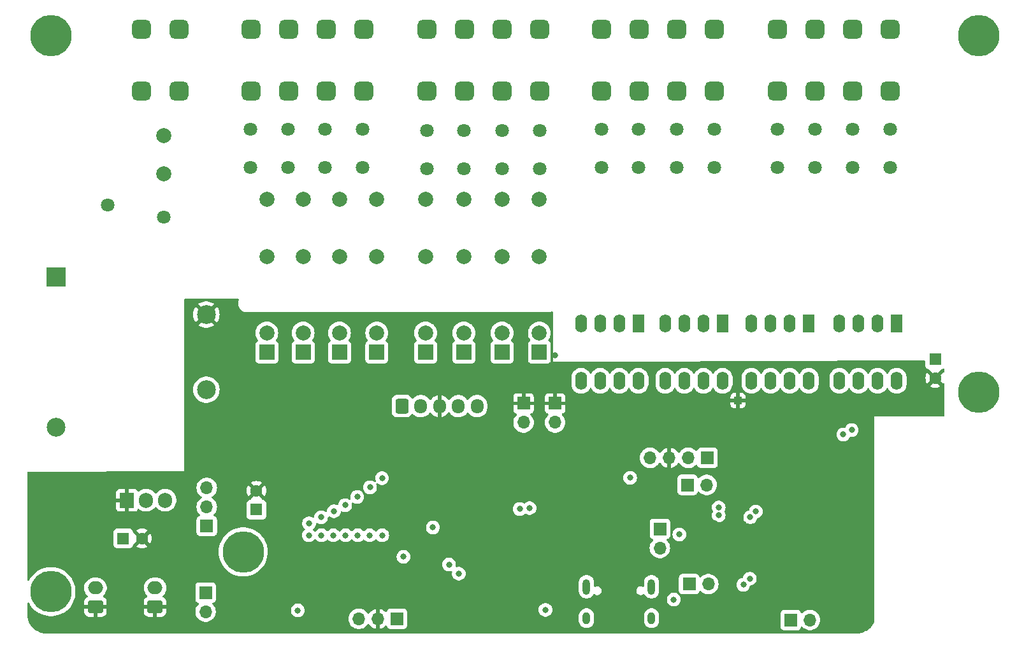
<source format=gbr>
%TF.GenerationSoftware,KiCad,Pcbnew,8.0.4*%
%TF.CreationDate,2024-08-24T14:02:02+02:00*%
%TF.ProjectId,hamodule,68616d6f-6475-46c6-952e-6b696361645f,20240821.23.8*%
%TF.SameCoordinates,Original*%
%TF.FileFunction,Copper,L3,Inr*%
%TF.FilePolarity,Positive*%
%FSLAX46Y46*%
G04 Gerber Fmt 4.6, Leading zero omitted, Abs format (unit mm)*
G04 Created by KiCad (PCBNEW 8.0.4) date 2024-08-24 14:02:02*
%MOMM*%
%LPD*%
G01*
G04 APERTURE LIST*
G04 Aperture macros list*
%AMRoundRect*
0 Rectangle with rounded corners*
0 $1 Rounding radius*
0 $2 $3 $4 $5 $6 $7 $8 $9 X,Y pos of 4 corners*
0 Add a 4 corners polygon primitive as box body*
4,1,4,$2,$3,$4,$5,$6,$7,$8,$9,$2,$3,0*
0 Add four circle primitives for the rounded corners*
1,1,$1+$1,$2,$3*
1,1,$1+$1,$4,$5*
1,1,$1+$1,$6,$7*
1,1,$1+$1,$8,$9*
0 Add four rect primitives between the rounded corners*
20,1,$1+$1,$2,$3,$4,$5,0*
20,1,$1+$1,$4,$5,$6,$7,0*
20,1,$1+$1,$6,$7,$8,$9,0*
20,1,$1+$1,$8,$9,$2,$3,0*%
G04 Aperture macros list end*
%TA.AperFunction,ComponentPad*%
%ADD10C,5.500000*%
%TD*%
%TA.AperFunction,ComponentPad*%
%ADD11R,2.500000X2.500000*%
%TD*%
%TA.AperFunction,ComponentPad*%
%ADD12C,2.500000*%
%TD*%
%TA.AperFunction,ComponentPad*%
%ADD13R,1.700000X1.700000*%
%TD*%
%TA.AperFunction,ComponentPad*%
%ADD14O,1.700000X1.700000*%
%TD*%
%TA.AperFunction,ComponentPad*%
%ADD15C,1.800000*%
%TD*%
%TA.AperFunction,ComponentPad*%
%ADD16RoundRect,0.250000X0.750000X-0.600000X0.750000X0.600000X-0.750000X0.600000X-0.750000X-0.600000X0*%
%TD*%
%TA.AperFunction,ComponentPad*%
%ADD17O,2.000000X1.700000*%
%TD*%
%TA.AperFunction,ComponentPad*%
%ADD18R,1.905000X2.000000*%
%TD*%
%TA.AperFunction,ComponentPad*%
%ADD19O,1.905000X2.000000*%
%TD*%
%TA.AperFunction,ComponentPad*%
%ADD20RoundRect,0.625000X0.625000X0.625000X-0.625000X0.625000X-0.625000X-0.625000X0.625000X-0.625000X0*%
%TD*%
%TA.AperFunction,ComponentPad*%
%ADD21C,2.000000*%
%TD*%
%TA.AperFunction,ComponentPad*%
%ADD22R,1.600000X2.400000*%
%TD*%
%TA.AperFunction,ComponentPad*%
%ADD23O,1.600000X2.400000*%
%TD*%
%TA.AperFunction,ComponentPad*%
%ADD24R,1.600000X1.600000*%
%TD*%
%TA.AperFunction,ComponentPad*%
%ADD25C,1.600000*%
%TD*%
%TA.AperFunction,ComponentPad*%
%ADD26R,2.000000X2.000000*%
%TD*%
%TA.AperFunction,ComponentPad*%
%ADD27R,1.000000X1.000000*%
%TD*%
%TA.AperFunction,ComponentPad*%
%ADD28O,1.000000X2.100000*%
%TD*%
%TA.AperFunction,ComponentPad*%
%ADD29O,1.000000X1.600000*%
%TD*%
%TA.AperFunction,ComponentPad*%
%ADD30RoundRect,0.250000X-0.600000X-0.725000X0.600000X-0.725000X0.600000X0.725000X-0.600000X0.725000X0*%
%TD*%
%TA.AperFunction,ComponentPad*%
%ADD31O,1.700000X1.950000*%
%TD*%
%TA.AperFunction,ViaPad*%
%ADD32C,0.800000*%
%TD*%
G04 APERTURE END LIST*
D10*
%TO.N,unconnected-(H2-Pad1)*%
%TO.C,H2*%
X3124000Y79468400D03*
%TD*%
%TO.N,unconnected-(H4-Pad1)*%
%TO.C,H4*%
X126424000Y32080200D03*
%TD*%
%TO.N,unconnected-(H3-Pad1)*%
%TO.C,H3*%
X3124000Y5568400D03*
%TD*%
%TO.N,unconnected-(H5-Pad1)*%
%TO.C,H5*%
X28664000Y10858400D03*
%TD*%
%TO.N,unconnected-(H1-Pad1)*%
%TO.C,H1*%
X126424000Y79468400D03*
%TD*%
D11*
%TO.N,220VAC(N)*%
%TO.C,PS1*%
X3780000Y47421800D03*
D12*
%TO.N,220VAC(L)*%
X3780000Y27421800D03*
%TO.N,5V+_PS*%
X23780000Y32421800D03*
%TO.N,GND*%
X23780000Y42421800D03*
%TD*%
D13*
%TO.N,GND*%
%TO.C,J17*%
X65924000Y30608400D03*
D14*
%TO.N,Net-(J17-Pin_2)*%
X65924000Y28068400D03*
%TD*%
D13*
%TO.N,GND*%
%TO.C,J19*%
X70124000Y30608400D03*
D14*
%TO.N,Net-(J19-Pin_2)*%
X70124000Y28068400D03*
%TD*%
D13*
%TO.N,3.3V+*%
%TO.C,J5*%
X23674000Y5448400D03*
D14*
%TO.N,Net-(J4-Pin_2)*%
X23674000Y2908400D03*
%TD*%
D15*
%TO.N,220VAC(N)*%
%TO.C,RV1*%
X10626400Y57005330D03*
%TO.N,220VAC(L)*%
X18126400Y55372000D03*
%TD*%
D16*
%TO.N,GND*%
%TO.C,J1*%
X16963300Y3568700D03*
D17*
%TO.N,5V+*%
X16963300Y6068700D03*
%TD*%
D18*
%TO.N,GND*%
%TO.C,U1*%
X13242700Y17729200D03*
D19*
%TO.N,Net-(J4-Pin_2)*%
X15782700Y17729200D03*
%TO.N,5V+*%
X18322700Y17729200D03*
%TD*%
D20*
%TO.N,Net-(F13-Pad2)*%
%TO.C,J15*%
X44691800Y72136000D03*
X44691800Y80335999D03*
%TO.N,Net-(F12-Pad2)*%
X39691800Y72136000D03*
X39691800Y80335999D03*
%TO.N,Net-(F11-Pad2)*%
X34691800Y72136000D03*
X34691800Y80335999D03*
%TO.N,Net-(F10-Pad2)*%
X29691800Y72136000D03*
X29691800Y80335999D03*
%TD*%
%TO.N,220VAC(N)*%
%TO.C,J2*%
X15144000Y80312400D03*
X15144000Y72112401D03*
%TO.N,Net-(F1-Pad1)*%
X20144000Y80312400D03*
X20144000Y72112401D03*
%TD*%
%TO.N,Net-(F5-Pad2)*%
%TO.C,J7*%
X76264000Y80340200D03*
X76264000Y72140201D03*
%TO.N,Net-(F4-Pad2)*%
X81264000Y80340200D03*
X81264000Y72140201D03*
%TO.N,Net-(F3-Pad2)*%
X86264000Y80340200D03*
X86264000Y72140201D03*
%TO.N,Net-(F2-Pad2)*%
X91264000Y80340200D03*
X91264000Y72140201D03*
%TD*%
D21*
%TO.N,Net-(F1-Pad1)*%
%TO.C,F1*%
X18161000Y66243200D03*
%TO.N,220VAC(L)*%
X18151000Y61163200D03*
%TD*%
D22*
%TO.N,Net-(R23-Pad2)*%
%TO.C,U4*%
X115513178Y41232282D03*
D23*
%TO.N,220VAC(N)-LowV*%
X112973178Y41232282D03*
X110433178Y41232282D03*
%TO.N,Net-(R24-Pad2)*%
X107893178Y41232282D03*
%TO.N,Net-(U9-A2)*%
X107893178Y33612282D03*
%TO.N,3.3V+*%
X110433178Y33612282D03*
X112973178Y33612282D03*
%TO.N,Net-(U9-A1)*%
X115513178Y33612282D03*
%TD*%
D22*
%TO.N,Net-(R19-Pad2)*%
%TO.C,U7*%
X81205300Y41228800D03*
D23*
%TO.N,220VAC(N)-LowV*%
X78665300Y41228800D03*
X76125300Y41228800D03*
%TO.N,Net-(R20-Pad2)*%
X73585300Y41228800D03*
%TO.N,Net-(J19-Pin_2)*%
X73585300Y33608800D03*
%TO.N,3.3V+*%
X76125300Y33608800D03*
X78665300Y33608800D03*
%TO.N,Net-(U9-A7)*%
X81205300Y33608800D03*
%TD*%
D22*
%TO.N,Net-(R21-Pad2)*%
%TO.C,U6*%
X92381300Y41228800D03*
D23*
%TO.N,220VAC(N)-LowV*%
X89841300Y41228800D03*
X87301300Y41228800D03*
%TO.N,Net-(R22-Pad2)*%
X84761300Y41228800D03*
%TO.N,Net-(U9-A6)*%
X84761300Y33608800D03*
%TO.N,3.3V+*%
X87301300Y33608800D03*
X89841300Y33608800D03*
%TO.N,Net-(U9-A5)*%
X92381300Y33608800D03*
%TD*%
D16*
%TO.N,GND*%
%TO.C,J4*%
X9038500Y3568700D03*
D17*
%TO.N,Net-(J4-Pin_2)*%
X9038500Y6068700D03*
%TD*%
D13*
%TO.N,RXD0*%
%TO.C,J10*%
X101429402Y1808701D03*
D14*
%TO.N,TXD0*%
X103969402Y1808701D03*
%TD*%
D24*
%TO.N,Net-(JP1-B)*%
%TO.C,C19*%
X120624000Y36468400D03*
D25*
%TO.N,GND*%
X120624000Y33968400D03*
%TD*%
D13*
%TO.N,GPIO15*%
%TO.C,J14*%
X90364000Y23368400D03*
D14*
%TO.N,GPIO7*%
X87824000Y23368400D03*
%TO.N,GND*%
X85284000Y23368400D03*
%TO.N,3.3V+*%
X82744000Y23368400D03*
%TD*%
D20*
%TO.N,Net-(F9-Pad2)*%
%TO.C,J6*%
X99621702Y80340200D03*
X99621702Y72140201D03*
%TO.N,Net-(F8-Pad2)*%
X104621702Y80340200D03*
X104621702Y72140201D03*
%TO.N,Net-(F7-Pad2)*%
X109621702Y80340200D03*
X109621702Y72140201D03*
%TO.N,Net-(F6-Pad2)*%
X114621702Y80340200D03*
X114621702Y72140201D03*
%TD*%
%TO.N,Net-(F17-Pad2)*%
%TO.C,J16*%
X68059800Y72136000D03*
X68059800Y80335999D03*
%TO.N,Net-(F16-Pad2)*%
X63059800Y72136000D03*
X63059800Y80335999D03*
%TO.N,Net-(F15-Pad2)*%
X58059800Y72136000D03*
X58059800Y80335999D03*
%TO.N,Net-(F14-Pad2)*%
X53059800Y72136000D03*
X53059800Y80335999D03*
%TD*%
D15*
%TO.N,Net-(F15-Pad1)*%
%TO.C,F15*%
X58026800Y61849000D03*
%TO.N,Net-(F15-Pad2)*%
X58026800Y66929000D03*
%TD*%
D26*
%TO.N,Net-(U11-O5)*%
%TO.C,K5*%
X52911000Y37424500D03*
D21*
%TO.N,5V+*%
X52911000Y39964500D03*
%TO.N,220VAC(L)*%
X52911000Y50124500D03*
%TO.N,Net-(F14-Pad1)*%
X52911000Y57744500D03*
%TD*%
D13*
%TO.N,GPIO3*%
%TO.C,J12*%
X87724000Y19768400D03*
D14*
%TO.N,GPIO9*%
X90264000Y19768400D03*
%TD*%
D15*
%TO.N,Net-(F4-Pad1)*%
%TO.C,F4*%
X81228000Y61952500D03*
%TO.N,Net-(F4-Pad2)*%
X81228000Y67032500D03*
%TD*%
D24*
%TO.N,5V+_PS*%
%TO.C,C18*%
X30424000Y16486020D03*
D25*
%TO.N,GND*%
X30424000Y18986020D03*
%TD*%
D26*
%TO.N,Net-(U11-O6)*%
%TO.C,K6*%
X57991000Y37424500D03*
D21*
%TO.N,5V+*%
X57991000Y39964500D03*
%TO.N,220VAC(L)*%
X57991000Y50124500D03*
%TO.N,Net-(F15-Pad1)*%
X57991000Y57744500D03*
%TD*%
D15*
%TO.N,Net-(F2-Pad1)*%
%TO.C,F2*%
X91286400Y61952500D03*
%TO.N,Net-(F2-Pad2)*%
X91286400Y67032500D03*
%TD*%
D13*
%TO.N,GPIO12*%
%TO.C,J13*%
X84039402Y13923701D03*
D14*
%TO.N,GPIO13*%
X84039402Y11383701D03*
%TD*%
D15*
%TO.N,Net-(F7-Pad1)*%
%TO.C,F7*%
X109626400Y61950600D03*
%TO.N,Net-(F7-Pad2)*%
X109626400Y67030600D03*
%TD*%
D13*
%TO.N,SDA*%
%TO.C,J11*%
X87929800Y6578600D03*
D14*
%TO.N,SCL*%
X90469800Y6578600D03*
%TD*%
D27*
%TO.N,GND*%
%TO.C,TP1*%
X94424000Y30968400D03*
%TD*%
D15*
%TO.N,Net-(F8-Pad1)*%
%TO.C,F8*%
X104621800Y61950600D03*
%TO.N,Net-(F8-Pad2)*%
X104621800Y67030600D03*
%TD*%
%TO.N,Net-(F13-Pad1)*%
%TO.C,F13*%
X44532300Y61935500D03*
%TO.N,Net-(F13-Pad2)*%
X44532300Y67015500D03*
%TD*%
D22*
%TO.N,Net-(R25-Pad2)*%
%TO.C,U5*%
X103829178Y41232282D03*
D23*
%TO.N,220VAC(N)-LowV*%
X101289178Y41232282D03*
X98749178Y41232282D03*
%TO.N,Net-(R26-Pad2)*%
X96209178Y41232282D03*
%TO.N,Net-(U9-A4)*%
X96209178Y33612282D03*
%TO.N,3.3V+*%
X98749178Y33612282D03*
X101289178Y33612282D03*
%TO.N,Net-(U9-A3)*%
X103829178Y33612282D03*
%TD*%
D13*
%TO.N,Net-(D4-DOUT)*%
%TO.C,J8*%
X49116800Y1966700D03*
D14*
%TO.N,GND*%
X46576800Y1966700D03*
%TO.N,5V+*%
X44036800Y1966700D03*
%TD*%
D15*
%TO.N,Net-(F14-Pad1)*%
%TO.C,F14*%
X53073800Y61849000D03*
%TO.N,Net-(F14-Pad2)*%
X53073800Y66929000D03*
%TD*%
D28*
%TO.N,Net-(J3-SHIELD)*%
%TO.C,J3*%
X74285402Y6222801D03*
D29*
X74285402Y2042801D03*
D28*
X82925402Y6222801D03*
D29*
X82925402Y2042801D03*
%TD*%
D30*
%TO.N,5V+*%
%TO.C,J9*%
X49762400Y30243000D03*
D31*
%TO.N,3.3V+*%
X52262400Y30243000D03*
%TO.N,GND*%
X54762400Y30243000D03*
%TO.N,SDA*%
X57262400Y30243000D03*
%TO.N,SCL*%
X59762400Y30243000D03*
%TD*%
D13*
%TO.N,VBUS*%
%TO.C,SW1*%
X23834000Y14298400D03*
D14*
%TO.N,5V+*%
X23834000Y16838400D03*
%TO.N,5V+_PS*%
X23834000Y19378400D03*
%TD*%
D15*
%TO.N,Net-(F6-Pad1)*%
%TO.C,F6*%
X114604800Y61950600D03*
%TO.N,Net-(F6-Pad2)*%
X114604800Y67030600D03*
%TD*%
%TO.N,Net-(F3-Pad1)*%
%TO.C,F3*%
X86257200Y61952500D03*
%TO.N,Net-(F3-Pad2)*%
X86257200Y67032500D03*
%TD*%
%TO.N,Net-(F16-Pad1)*%
%TO.C,F16*%
X63106800Y61849000D03*
%TO.N,Net-(F16-Pad2)*%
X63106800Y66929000D03*
%TD*%
D26*
%TO.N,Net-(U11-O1)*%
%TO.C,K1*%
X31818300Y37424500D03*
D21*
%TO.N,5V+*%
X31818300Y39964500D03*
%TO.N,220VAC(L)*%
X31818300Y50124500D03*
%TO.N,Net-(F10-Pad1)*%
X31818300Y57744500D03*
%TD*%
D26*
%TO.N,Net-(U11-O2)*%
%TO.C,K2*%
X36644300Y37424500D03*
D21*
%TO.N,5V+*%
X36644300Y39964500D03*
%TO.N,220VAC(L)*%
X36644300Y50124500D03*
%TO.N,Net-(F11-Pad1)*%
X36644300Y57744500D03*
%TD*%
D15*
%TO.N,Net-(F11-Pad1)*%
%TO.C,F11*%
X34612300Y61935500D03*
%TO.N,Net-(F11-Pad2)*%
X34612300Y67015500D03*
%TD*%
D26*
%TO.N,Net-(U11-O4)*%
%TO.C,K4*%
X46423300Y37424500D03*
D21*
%TO.N,5V+*%
X46423300Y39964500D03*
%TO.N,220VAC(L)*%
X46423300Y50124500D03*
%TO.N,Net-(F13-Pad1)*%
X46423300Y57744500D03*
%TD*%
D26*
%TO.N,Net-(U11-O7)*%
%TO.C,K7*%
X63071000Y37424500D03*
D21*
%TO.N,5V+*%
X63071000Y39964500D03*
%TO.N,220VAC(L)*%
X63071000Y50124500D03*
%TO.N,Net-(F16-Pad1)*%
X63071000Y57744500D03*
%TD*%
D26*
%TO.N,Net-(U11-O8)*%
%TO.C,K8*%
X68024000Y37424500D03*
D21*
%TO.N,5V+*%
X68024000Y39964500D03*
%TO.N,220VAC(L)*%
X68024000Y50124500D03*
%TO.N,Net-(F17-Pad1)*%
X68024000Y57744500D03*
%TD*%
D26*
%TO.N,Net-(U11-O3)*%
%TO.C,K3*%
X41470300Y37424500D03*
D21*
%TO.N,5V+*%
X41470300Y39964500D03*
%TO.N,220VAC(L)*%
X41470300Y50124500D03*
%TO.N,Net-(F12-Pad1)*%
X41470300Y57744500D03*
%TD*%
D25*
%TO.N,GND*%
%TO.C,C12*%
X15234700Y12649200D03*
D24*
%TO.N,Net-(J4-Pin_2)*%
X12734700Y12649200D03*
%TD*%
D15*
%TO.N,Net-(F9-Pad1)*%
%TO.C,F9*%
X99621800Y61980000D03*
%TO.N,Net-(F9-Pad2)*%
X99621800Y67060000D03*
%TD*%
%TO.N,Net-(F5-Pad1)*%
%TO.C,F5*%
X76249600Y61952500D03*
%TO.N,Net-(F5-Pad2)*%
X76249600Y67032500D03*
%TD*%
%TO.N,Net-(F17-Pad1)*%
%TO.C,F17*%
X68059800Y61849000D03*
%TO.N,Net-(F17-Pad2)*%
X68059800Y66929000D03*
%TD*%
%TO.N,Net-(F10-Pad1)*%
%TO.C,F10*%
X29659300Y61935500D03*
%TO.N,Net-(F10-Pad2)*%
X29659300Y67015500D03*
%TD*%
%TO.N,Net-(F12-Pad1)*%
%TO.C,F12*%
X39532300Y61935500D03*
%TO.N,Net-(F12-Pad2)*%
X39532300Y67015500D03*
%TD*%
D32*
%TO.N,GND*%
X31424000Y7568400D03*
X48224600Y11595012D03*
X111524000Y29668400D03*
X111524000Y31168400D03*
%TO.N,3.3V+*%
X49974000Y10218400D03*
%TO.N,GND*%
X70124000Y36988400D03*
X56724000Y4268400D03*
X31524000Y1968400D03*
X58124000Y18768400D03*
X58124000Y10368400D03*
X58124000Y12768400D03*
%TO.N,3.3V+*%
X35924000Y3068400D03*
%TO.N,GND*%
X43124000Y6790296D03*
X36624000Y6790296D03*
X39824000Y6790296D03*
X50170730Y7369347D03*
X48124000Y6868400D03*
%TO.N,Net-(U11-I4)*%
X40647200Y13064296D03*
%TO.N,GND*%
X17024000Y10068400D03*
%TO.N,3.3V+*%
X66724000Y16668400D03*
%TO.N,GND*%
X66924000Y18668400D03*
X74324000Y18568400D03*
X58124000Y21168400D03*
X55212400Y21168400D03*
X106624000Y19868400D03*
X105224000Y18468400D03*
X99124000Y9568400D03*
X88824000Y3268400D03*
X96424000Y2768400D03*
X98924000Y2768400D03*
X93624000Y2768400D03*
X91324000Y2768400D03*
X111224000Y6368400D03*
X58124000Y8968400D03*
X55212400Y12568400D03*
%TO.N,3.3V+*%
X80084000Y20708400D03*
%TO.N,GND*%
X55224000Y10468400D03*
X102124000Y15468400D03*
X65824000Y25743400D03*
X41324000Y25468400D03*
X38624000Y25468400D03*
X35724000Y25468400D03*
X64010737Y5981663D03*
%TO.N,3.3V+*%
X86624000Y13168400D03*
X65424000Y16568400D03*
X53874000Y14118400D03*
X109524000Y27068400D03*
X108413402Y26468400D03*
%TO.N,IO0*%
X68834000Y3148200D03*
X85878497Y4522897D03*
%TO.N,GND*%
X17824000Y15668400D03*
X81224000Y17268400D03*
X111124000Y16968400D03*
X111124000Y19968400D03*
X64126204Y1920409D03*
X96724000Y19868400D03*
X58109400Y27768400D03*
X105124000Y9468400D03*
X102124000Y9468400D03*
X96724000Y17968400D03*
X108124000Y18468400D03*
X67653400Y11268400D03*
X85024000Y19268400D03*
X74824000Y14098701D03*
X76606400Y31267400D03*
X17220969Y8668400D03*
X97924000Y15368400D03*
X74624000Y12168400D03*
X45724000Y25768400D03*
X87706200Y29743400D03*
X105024000Y7268400D03*
X28449000Y33568400D03*
X58124000Y24168400D03*
X73385402Y8468400D03*
X82324000Y14098701D03*
X111124000Y10968400D03*
X104668242Y27468399D03*
X87824000Y10268400D03*
X111124000Y13968400D03*
X100624000Y10768400D03*
X91324000Y18068400D03*
X100546400Y31216600D03*
X97224000Y8168400D03*
X6172200Y10109200D03*
X6146800Y12217400D03*
X82424000Y12268400D03*
X50524000Y4368400D03*
X78625400Y8862301D03*
X105445758Y23689201D03*
X111924000Y23968400D03*
X55212400Y18768400D03*
X55212400Y27768400D03*
X87731600Y31242000D03*
X45724000Y24668400D03*
X111824000Y26968400D03*
X95124000Y14568400D03*
X67487800Y2032000D03*
X59224000Y6780200D03*
X89357200Y29743400D03*
X100546400Y29718000D03*
X103824000Y19868400D03*
X6124000Y16068400D03*
X78181200Y31216600D03*
X6096000Y14198600D03*
X97824000Y17168400D03*
X102124000Y12368400D03*
X74624000Y8468400D03*
X89357200Y31267400D03*
X83324000Y17268400D03*
X99224000Y19968400D03*
X63005101Y8087299D03*
X40402300Y890100D03*
X81224000Y15326200D03*
X50224000Y26768400D03*
X100724000Y8168400D03*
X102224000Y18468400D03*
X99555800Y31216600D03*
X54124000Y26768400D03*
X82244849Y8547551D03*
X87324000Y17268400D03*
X49824000Y23168400D03*
X88024000Y2184400D03*
X84024000Y8268400D03*
X28449000Y28293400D03*
X91324000Y14655101D03*
X85524000Y17268400D03*
X55212400Y24068400D03*
X111924000Y24968400D03*
X97024000Y14468400D03*
X70142600Y11268400D03*
X108124000Y9468400D03*
X76606400Y29743400D03*
X78130400Y29692600D03*
X57150000Y1041400D03*
X99530400Y29692600D03*
%TO.N,SDA*%
X95986468Y7298201D03*
X57324000Y7968400D03*
%TO.N,SCL*%
X95129402Y6498701D03*
X56024000Y9168400D03*
%TO.N,/ESP-D+*%
X96038170Y15477469D03*
X91853360Y15726201D03*
%TO.N,/ESP-D-*%
X91853360Y16776201D03*
X96780634Y16219933D03*
%TO.N,Net-(U11-I2)*%
X37424000Y14663896D03*
X37396000Y13063896D03*
%TO.N,Net-(U11-I3)*%
X39072400Y13063896D03*
%TO.N,Net-(U11-I4)*%
X40724000Y16263896D03*
%TO.N,Net-(U11-I5)*%
X42272800Y13063896D03*
X42224000Y17063896D03*
%TO.N,Net-(U11-I6)*%
X43824000Y18168400D03*
X43887000Y13063896D03*
%TO.N,Net-(U11-I7)*%
X45524000Y19438400D03*
X45473200Y13063896D03*
%TO.N,Net-(U11-I8)*%
X47124000Y20668400D03*
X47149600Y13064296D03*
%TO.N,Net-(U11-I3)*%
X39024000Y15463896D03*
%TO.N,GND*%
X109624000Y19968400D03*
X109624000Y15468400D03*
X109624000Y12668400D03*
X106624000Y10968400D03*
X103624000Y10968400D03*
X111124000Y9468400D03*
X95624000Y9568400D03*
X97224000Y10968400D03*
%TD*%
%TA.AperFunction,Conductor*%
%TO.N,GND*%
G36*
X27999524Y44511521D02*
G01*
X28066522Y44491699D01*
X28112169Y44438802D01*
X28121972Y44369624D01*
X28114596Y44344946D01*
X28115553Y44344597D01*
X28047241Y44156916D01*
X28013500Y43965559D01*
X28013500Y43771242D01*
X28047241Y43579885D01*
X28113700Y43397293D01*
X28113703Y43397286D01*
X28210858Y43229008D01*
X28335757Y43080158D01*
X28484607Y42955259D01*
X28484608Y42955258D01*
X28484610Y42955257D01*
X28652890Y42858101D01*
X28835484Y42791642D01*
X29026844Y42757900D01*
X29026846Y42757900D01*
X69321154Y42757900D01*
X69321156Y42757900D01*
X69512516Y42791642D01*
X69663492Y42846594D01*
X69733219Y42851026D01*
X69794275Y42817056D01*
X69827273Y42755469D01*
X69829902Y42730270D01*
X69840033Y36375863D01*
X69840400Y36145800D01*
X82848300Y36183500D01*
X95856200Y36221200D01*
X119191143Y36288831D01*
X119258237Y36269341D01*
X119304145Y36216670D01*
X119315500Y36164832D01*
X119315500Y35619746D01*
X119322011Y35559198D01*
X119322011Y35559196D01*
X119373111Y35422196D01*
X119460739Y35305139D01*
X119577796Y35217511D01*
X119714799Y35166411D01*
X119742050Y35163482D01*
X119775345Y35159901D01*
X119775360Y35159901D01*
X119775362Y35159900D01*
X119775364Y35159900D01*
X119778669Y35159723D01*
X119778659Y35159545D01*
X119778665Y35159544D01*
X119778653Y35159441D01*
X119778591Y35158272D01*
X119840084Y35140215D01*
X119885839Y35087411D01*
X119891519Y35054433D01*
X120577553Y34368400D01*
X120571339Y34368400D01*
X120469606Y34341141D01*
X120378394Y34288480D01*
X120303920Y34214006D01*
X120251259Y34122794D01*
X120224000Y34021061D01*
X120224000Y34014848D01*
X119544974Y34693874D01*
X119544973Y34693874D01*
X119493868Y34620888D01*
X119493866Y34620884D01*
X119397734Y34414727D01*
X119397730Y34414718D01*
X119338860Y34195011D01*
X119338858Y34195000D01*
X119319034Y33968403D01*
X119319034Y33968398D01*
X119338858Y33741801D01*
X119338860Y33741790D01*
X119397730Y33522083D01*
X119397735Y33522069D01*
X119493863Y33315922D01*
X119544974Y33242928D01*
X120224000Y33921954D01*
X120224000Y33915739D01*
X120251259Y33814006D01*
X120303920Y33722794D01*
X120378394Y33648320D01*
X120469606Y33595659D01*
X120571339Y33568400D01*
X120577553Y33568400D01*
X119898526Y32889375D01*
X119971513Y32838268D01*
X119971521Y32838264D01*
X120177668Y32742136D01*
X120177682Y32742131D01*
X120397389Y32683261D01*
X120397400Y32683259D01*
X120623998Y32663434D01*
X120624002Y32663434D01*
X120850599Y32683259D01*
X120850610Y32683261D01*
X121070317Y32742131D01*
X121070331Y32742136D01*
X121276478Y32838264D01*
X121349471Y32889376D01*
X120670447Y33568400D01*
X120676661Y33568400D01*
X120778394Y33595659D01*
X120869606Y33648320D01*
X120944080Y33722794D01*
X120996741Y33814006D01*
X121024000Y33915739D01*
X121024000Y33921953D01*
X121703024Y33242929D01*
X121737192Y33245918D01*
X121805692Y33232151D01*
X121855876Y33183536D01*
X121872000Y33122390D01*
X121872000Y29005400D01*
X121852315Y28938361D01*
X121799511Y28892606D01*
X121748000Y28881400D01*
X112547400Y28881400D01*
X112535857Y1583016D01*
X112524933Y1532177D01*
X112453438Y1373322D01*
X112446479Y1360063D01*
X112296218Y1111499D01*
X112287712Y1099176D01*
X112108581Y870533D01*
X112098651Y859325D01*
X111893275Y653949D01*
X111882067Y644019D01*
X111653424Y464888D01*
X111641101Y456382D01*
X111392536Y306120D01*
X111379277Y299161D01*
X111114406Y179952D01*
X111100410Y174645D01*
X110824300Y88606D01*
X110823115Y88236D01*
X110808577Y84653D01*
X110522876Y32296D01*
X110508010Y30491D01*
X110419687Y25149D01*
X110412229Y24923D01*
X50466081Y11392D01*
X50466055Y11392D01*
X2518401Y10502D01*
X2510819Y10734D01*
X2217118Y28722D01*
X2202261Y30537D01*
X1916511Y83109D01*
X1901983Y86700D01*
X1624638Y173317D01*
X1610647Y178633D01*
X1345773Y298026D01*
X1332524Y304988D01*
X1083944Y455435D01*
X1071632Y463943D01*
X843006Y643227D01*
X831807Y653156D01*
X626433Y858692D01*
X616513Y869898D01*
X465129Y1063258D01*
X437399Y1098677D01*
X428903Y1110994D01*
X415403Y1133339D01*
X311135Y1305927D01*
X278660Y1359680D01*
X271708Y1372934D01*
X152521Y1637906D01*
X147216Y1651900D01*
X119051Y1742332D01*
X60815Y1929317D01*
X57237Y1943843D01*
X4888Y2229648D01*
X3086Y2244499D01*
X1320Y2273707D01*
X226Y2291813D01*
X0Y2299295D01*
X0Y4005739D01*
X19685Y4072778D01*
X72489Y4118533D01*
X141647Y4128477D01*
X205203Y4099452D01*
X233552Y4063826D01*
X327830Y3886000D01*
X356286Y3844031D01*
X526120Y3593544D01*
X754053Y3325200D01*
X754869Y3324240D01*
X1011393Y3081247D01*
X1011400Y3081242D01*
X1011402Y3081240D01*
X1035523Y3062904D01*
X1292686Y2867414D01*
X1292694Y2867409D01*
X1292706Y2867401D01*
X1490195Y2748577D01*
X1595449Y2685248D01*
X1751344Y2613123D01*
X1916128Y2536885D01*
X1916130Y2536885D01*
X1916133Y2536883D01*
X2250979Y2424061D01*
X2596059Y2348103D01*
X2947329Y2309900D01*
X2947335Y2309900D01*
X3300665Y2309900D01*
X3300671Y2309900D01*
X3651941Y2348103D01*
X3997021Y2424061D01*
X4331867Y2536883D01*
X4652551Y2685248D01*
X4877347Y2820503D01*
X4955293Y2867401D01*
X4955297Y2867404D01*
X4955314Y2867414D01*
X5236607Y3081247D01*
X5493131Y3324240D01*
X5721879Y3593543D01*
X5920170Y3886000D01*
X6085678Y4198182D01*
X6216463Y4526428D01*
X6310992Y4866890D01*
X6368156Y5215577D01*
X6382623Y5482396D01*
X6387286Y5568398D01*
X6387286Y5568403D01*
X6368156Y5921221D01*
X6368156Y5921223D01*
X6326451Y6175616D01*
X7530000Y6175616D01*
X7530000Y5961785D01*
X7563451Y5750583D01*
X7629526Y5547220D01*
X7629527Y5547217D01*
X7715422Y5378640D01*
X7726606Y5356691D01*
X7852294Y5183696D01*
X7852296Y5183694D01*
X7990570Y5045420D01*
X8024055Y4984097D01*
X8019071Y4914405D01*
X7977199Y4858472D01*
X7967986Y4852201D01*
X7820159Y4761020D01*
X7820155Y4761017D01*
X7696184Y4637046D01*
X7604143Y4487825D01*
X7604141Y4487820D01*
X7548994Y4321398D01*
X7548993Y4321391D01*
X7538500Y4218687D01*
X7538500Y3818700D01*
X8605488Y3818700D01*
X8572575Y3761693D01*
X8538500Y3634526D01*
X8538500Y3502874D01*
X8572575Y3375707D01*
X8605488Y3318700D01*
X7538501Y3318700D01*
X7538501Y2918714D01*
X7548994Y2816003D01*
X7604141Y2649581D01*
X7604143Y2649576D01*
X7696184Y2500355D01*
X7820154Y2376385D01*
X7969375Y2284344D01*
X7969380Y2284342D01*
X8135802Y2229195D01*
X8135809Y2229194D01*
X8238519Y2218701D01*
X8788499Y2218701D01*
X8788500Y2218702D01*
X8788500Y3135688D01*
X8845507Y3102775D01*
X8972674Y3068700D01*
X9104326Y3068700D01*
X9231493Y3102775D01*
X9288500Y3135688D01*
X9288500Y2218701D01*
X9838472Y2218701D01*
X9838486Y2218702D01*
X9941197Y2229195D01*
X10107619Y2284342D01*
X10107624Y2284344D01*
X10256845Y2376385D01*
X10380815Y2500355D01*
X10472856Y2649576D01*
X10472858Y2649581D01*
X10528005Y2816003D01*
X10528006Y2816010D01*
X10538499Y2918714D01*
X10538500Y2918727D01*
X10538500Y3318700D01*
X9471512Y3318700D01*
X9504425Y3375707D01*
X9538500Y3502874D01*
X9538500Y3634526D01*
X9504425Y3761693D01*
X9471512Y3818700D01*
X10538499Y3818700D01*
X10538499Y4218672D01*
X10538498Y4218687D01*
X10528005Y4321398D01*
X10472858Y4487820D01*
X10472856Y4487825D01*
X10380815Y4637046D01*
X10256844Y4761017D01*
X10256840Y4761020D01*
X10109013Y4852201D01*
X10062288Y4904149D01*
X10051067Y4973111D01*
X10078910Y5037193D01*
X10086407Y5045398D01*
X10224706Y5183696D01*
X10350394Y5356691D01*
X10447472Y5547217D01*
X10513549Y5750584D01*
X10547000Y5961784D01*
X10547000Y6175616D01*
X15454800Y6175616D01*
X15454800Y5961785D01*
X15488251Y5750583D01*
X15554326Y5547220D01*
X15554327Y5547217D01*
X15640222Y5378640D01*
X15651406Y5356691D01*
X15777094Y5183696D01*
X15777096Y5183694D01*
X15915370Y5045420D01*
X15948855Y4984097D01*
X15943871Y4914405D01*
X15901999Y4858472D01*
X15892786Y4852201D01*
X15744959Y4761020D01*
X15744955Y4761017D01*
X15620984Y4637046D01*
X15528943Y4487825D01*
X15528941Y4487820D01*
X15473794Y4321398D01*
X15473793Y4321391D01*
X15463300Y4218687D01*
X15463300Y3818700D01*
X16530288Y3818700D01*
X16497375Y3761693D01*
X16463300Y3634526D01*
X16463300Y3502874D01*
X16497375Y3375707D01*
X16530288Y3318700D01*
X15463301Y3318700D01*
X15463301Y2918714D01*
X15473794Y2816003D01*
X15528941Y2649581D01*
X15528943Y2649576D01*
X15620984Y2500355D01*
X15744954Y2376385D01*
X15894175Y2284344D01*
X15894180Y2284342D01*
X16060602Y2229195D01*
X16060609Y2229194D01*
X16163319Y2218701D01*
X16713299Y2218701D01*
X16713300Y2218702D01*
X16713300Y3135688D01*
X16770307Y3102775D01*
X16897474Y3068700D01*
X17029126Y3068700D01*
X17156293Y3102775D01*
X17213300Y3135688D01*
X17213300Y2218701D01*
X17763272Y2218701D01*
X17763286Y2218702D01*
X17865997Y2229195D01*
X18032419Y2284342D01*
X18032424Y2284344D01*
X18181645Y2376385D01*
X18305615Y2500355D01*
X18397656Y2649576D01*
X18397658Y2649581D01*
X18452805Y2816003D01*
X18452806Y2816010D01*
X18462246Y2908406D01*
X22310844Y2908406D01*
X22310844Y2908395D01*
X22329434Y2684041D01*
X22329436Y2684029D01*
X22384703Y2465786D01*
X22475140Y2259608D01*
X22598276Y2071135D01*
X22598284Y2071124D01*
X22750756Y1905498D01*
X22750761Y1905493D01*
X22809981Y1859400D01*
X22928424Y1767211D01*
X22928425Y1767211D01*
X22928427Y1767209D01*
X22974402Y1742329D01*
X23126426Y1660058D01*
X23339365Y1586956D01*
X23561431Y1549900D01*
X23786569Y1549900D01*
X24008635Y1586956D01*
X24221574Y1660058D01*
X24419576Y1767211D01*
X24597240Y1905494D01*
X24653590Y1966706D01*
X42673644Y1966706D01*
X42673644Y1966695D01*
X42692234Y1742341D01*
X42692236Y1742329D01*
X42747503Y1524086D01*
X42837940Y1317908D01*
X42961076Y1129435D01*
X42961084Y1129424D01*
X43113556Y963798D01*
X43113561Y963793D01*
X43158783Y928595D01*
X43291224Y825511D01*
X43291225Y825511D01*
X43291227Y825509D01*
X43417935Y756939D01*
X43489226Y718358D01*
X43702165Y645256D01*
X43924231Y608200D01*
X44149369Y608200D01*
X44371435Y645256D01*
X44584374Y718358D01*
X44782376Y825511D01*
X44960040Y963794D01*
X45065095Y1077913D01*
X45112515Y1129424D01*
X45112515Y1129425D01*
X45112522Y1129432D01*
X45206549Y1273353D01*
X45259694Y1318706D01*
X45328925Y1328130D01*
X45392261Y1298628D01*
X45411930Y1276652D01*
X45538690Y1095622D01*
X45705717Y928595D01*
X45899221Y793100D01*
X46113307Y693271D01*
X46113316Y693267D01*
X46326800Y636066D01*
X46326800Y1533688D01*
X46383807Y1500775D01*
X46510974Y1466700D01*
X46642626Y1466700D01*
X46769793Y1500775D01*
X46826800Y1533688D01*
X46826800Y636067D01*
X47040283Y693267D01*
X47040292Y693271D01*
X47254378Y793100D01*
X47447878Y928592D01*
X47563714Y1044428D01*
X47625037Y1077913D01*
X47694729Y1072929D01*
X47750663Y1031058D01*
X47767577Y1000081D01*
X47815910Y870497D01*
X47824747Y858692D01*
X47903539Y753439D01*
X48020596Y665811D01*
X48157599Y614711D01*
X48184850Y611782D01*
X48218145Y608201D01*
X48218162Y608200D01*
X50015438Y608200D01*
X50015454Y608201D01*
X50042492Y611109D01*
X50076001Y614711D01*
X50213004Y665811D01*
X50330061Y753439D01*
X50417689Y870496D01*
X50468789Y1007499D01*
X50474784Y1063258D01*
X50475299Y1068046D01*
X50475300Y1068063D01*
X50475300Y2865338D01*
X50475299Y2865355D01*
X50470670Y2908406D01*
X50468789Y2925901D01*
X50466022Y2933319D01*
X50439359Y3004806D01*
X50417689Y3062904D01*
X50353837Y3148200D01*
X67920496Y3148200D01*
X67940458Y2958272D01*
X67940459Y2958269D01*
X67999470Y2776651D01*
X67999473Y2776644D01*
X68094960Y2611256D01*
X68222747Y2469334D01*
X68377248Y2357082D01*
X68551712Y2279406D01*
X68738513Y2239700D01*
X68929487Y2239700D01*
X69116288Y2279406D01*
X69290752Y2357082D01*
X69407817Y2442135D01*
X73276902Y2442135D01*
X73276902Y1643468D01*
X73315656Y1448640D01*
X73315658Y1448632D01*
X73391679Y1265100D01*
X73391684Y1265091D01*
X73502048Y1099921D01*
X73502051Y1099917D01*
X73642517Y959451D01*
X73642521Y959448D01*
X73807691Y849084D01*
X73807697Y849081D01*
X73807698Y849080D01*
X73991233Y773057D01*
X74186068Y734302D01*
X74186072Y734301D01*
X74186073Y734301D01*
X74384732Y734301D01*
X74384733Y734302D01*
X74579571Y773057D01*
X74763106Y849080D01*
X74928283Y959448D01*
X75068755Y1099920D01*
X75179123Y1265097D01*
X75255146Y1448632D01*
X75293902Y1643472D01*
X75293902Y2442130D01*
X75293901Y2442135D01*
X81916902Y2442135D01*
X81916902Y1643468D01*
X81955656Y1448640D01*
X81955658Y1448632D01*
X82031679Y1265100D01*
X82031684Y1265091D01*
X82142048Y1099921D01*
X82142051Y1099917D01*
X82282517Y959451D01*
X82282521Y959448D01*
X82447691Y849084D01*
X82447697Y849081D01*
X82447698Y849080D01*
X82631233Y773057D01*
X82826068Y734302D01*
X82826072Y734301D01*
X82826073Y734301D01*
X83024732Y734301D01*
X83024733Y734302D01*
X83219571Y773057D01*
X83403106Y849080D01*
X83568283Y959448D01*
X83708755Y1099920D01*
X83819123Y1265097D01*
X83895146Y1448632D01*
X83933902Y1643472D01*
X83933902Y2442130D01*
X83895146Y2636970D01*
X83865991Y2707356D01*
X100070902Y2707356D01*
X100070902Y910047D01*
X100077413Y849499D01*
X100077413Y849497D01*
X100105925Y773057D01*
X100128513Y712497D01*
X100216141Y595440D01*
X100333198Y507812D01*
X100388308Y487257D01*
X100463227Y459313D01*
X100470201Y456712D01*
X100497452Y453783D01*
X100530747Y450202D01*
X100530764Y450201D01*
X102328040Y450201D01*
X102328056Y450202D01*
X102355094Y453110D01*
X102388603Y456712D01*
X102395577Y459313D01*
X102410523Y464888D01*
X102525606Y507812D01*
X102642663Y595440D01*
X102730291Y712497D01*
X102775540Y833814D01*
X102817411Y889745D01*
X102882876Y914162D01*
X102951148Y899310D01*
X102982947Y874465D01*
X103046162Y805795D01*
X103223826Y667512D01*
X103223827Y667512D01*
X103223829Y667510D01*
X103279758Y637243D01*
X103421828Y560359D01*
X103634767Y487257D01*
X103856833Y450201D01*
X104081971Y450201D01*
X104304037Y487257D01*
X104516976Y560359D01*
X104714978Y667512D01*
X104892642Y805795D01*
X105005686Y928592D01*
X105045117Y971425D01*
X105045118Y971427D01*
X105045124Y971433D01*
X105168262Y1159910D01*
X105258698Y1366085D01*
X105313966Y1584333D01*
X105313967Y1584342D01*
X105332558Y1808696D01*
X105332558Y1808707D01*
X105313967Y2033061D01*
X105313965Y2033073D01*
X105271793Y2199606D01*
X105258698Y2251317D01*
X105168262Y2457492D01*
X105162843Y2465786D01*
X105051003Y2636970D01*
X105045124Y2645969D01*
X105045121Y2645972D01*
X105045117Y2645978D01*
X104892645Y2811604D01*
X104892640Y2811609D01*
X104745796Y2925903D01*
X104714978Y2949890D01*
X104714977Y2949891D01*
X104714974Y2949893D01*
X104516982Y3057040D01*
X104516979Y3057042D01*
X104516976Y3057043D01*
X104516973Y3057044D01*
X104516971Y3057045D01*
X104304039Y3130145D01*
X104081971Y3167201D01*
X103856833Y3167201D01*
X103634764Y3130145D01*
X103421832Y3057045D01*
X103421821Y3057040D01*
X103223829Y2949893D01*
X103223824Y2949889D01*
X103046163Y2811609D01*
X102982950Y2742941D01*
X102923063Y2706951D01*
X102853225Y2709052D01*
X102795609Y2748577D01*
X102775540Y2783591D01*
X102730291Y2904905D01*
X102719944Y2918727D01*
X102642663Y3021962D01*
X102525606Y3109590D01*
X102388605Y3160690D01*
X102328056Y3167201D01*
X102328040Y3167201D01*
X100530764Y3167201D01*
X100530747Y3167201D01*
X100470199Y3160690D01*
X100470197Y3160690D01*
X100333197Y3109590D01*
X100216141Y3021962D01*
X100128513Y2904906D01*
X100077413Y2767906D01*
X100077413Y2767904D01*
X100070902Y2707356D01*
X83865991Y2707356D01*
X83819123Y2820505D01*
X83819122Y2820506D01*
X83819119Y2820512D01*
X83708755Y2985682D01*
X83708752Y2985686D01*
X83568286Y3126152D01*
X83568282Y3126155D01*
X83403112Y3236519D01*
X83403103Y3236524D01*
X83219571Y3312545D01*
X83219563Y3312547D01*
X83024735Y3351301D01*
X83024731Y3351301D01*
X82826073Y3351301D01*
X82826068Y3351301D01*
X82631240Y3312547D01*
X82631232Y3312545D01*
X82447700Y3236524D01*
X82447691Y3236519D01*
X82282521Y3126155D01*
X82282517Y3126152D01*
X82142051Y2985686D01*
X82142048Y2985682D01*
X82031684Y2820512D01*
X82031679Y2820503D01*
X81955658Y2636971D01*
X81955656Y2636963D01*
X81916902Y2442135D01*
X75293901Y2442135D01*
X75255146Y2636970D01*
X75179123Y2820505D01*
X75179122Y2820506D01*
X75179119Y2820512D01*
X75068755Y2985682D01*
X75068752Y2985686D01*
X74928286Y3126152D01*
X74928282Y3126155D01*
X74763112Y3236519D01*
X74763103Y3236524D01*
X74579571Y3312545D01*
X74579563Y3312547D01*
X74384735Y3351301D01*
X74384731Y3351301D01*
X74186073Y3351301D01*
X74186068Y3351301D01*
X73991240Y3312547D01*
X73991232Y3312545D01*
X73807700Y3236524D01*
X73807691Y3236519D01*
X73642521Y3126155D01*
X73642517Y3126152D01*
X73502051Y2985686D01*
X73502048Y2985682D01*
X73391684Y2820512D01*
X73391679Y2820503D01*
X73315658Y2636971D01*
X73315656Y2636963D01*
X73276902Y2442135D01*
X69407817Y2442135D01*
X69445253Y2469334D01*
X69573040Y2611256D01*
X69668527Y2776644D01*
X69727542Y2958272D01*
X69747504Y3148200D01*
X69727542Y3338128D01*
X69668527Y3519756D01*
X69573040Y3685144D01*
X69445253Y3827066D01*
X69290752Y3939318D01*
X69116288Y4016994D01*
X69116286Y4016995D01*
X68929487Y4056700D01*
X68738513Y4056700D01*
X68551714Y4016995D01*
X68377246Y3939317D01*
X68222745Y3827065D01*
X68094959Y3685143D01*
X67999473Y3519757D01*
X67999470Y3519750D01*
X67944645Y3351015D01*
X67940458Y3338128D01*
X67920496Y3148200D01*
X50353837Y3148200D01*
X50330061Y3179961D01*
X50213004Y3267589D01*
X50076003Y3318689D01*
X50015454Y3325200D01*
X50015438Y3325200D01*
X48218162Y3325200D01*
X48218145Y3325200D01*
X48157597Y3318689D01*
X48157595Y3318689D01*
X48020595Y3267589D01*
X47903539Y3179961D01*
X47815911Y3062905D01*
X47767577Y2933319D01*
X47725705Y2877386D01*
X47660241Y2852970D01*
X47591968Y2867822D01*
X47563715Y2888973D01*
X47447882Y3004806D01*
X47254378Y3140301D01*
X47040292Y3240130D01*
X47040286Y3240133D01*
X46826800Y3297336D01*
X46826800Y2399712D01*
X46769793Y2432625D01*
X46642626Y2466700D01*
X46510974Y2466700D01*
X46383807Y2432625D01*
X46326800Y2399712D01*
X46326800Y3297336D01*
X46326799Y3297336D01*
X46113313Y3240133D01*
X46113307Y3240130D01*
X45899222Y3140301D01*
X45899220Y3140300D01*
X45705726Y3004814D01*
X45705720Y3004809D01*
X45538691Y2837780D01*
X45538690Y2837778D01*
X45411931Y2656748D01*
X45357354Y2613123D01*
X45287855Y2605931D01*
X45225501Y2637453D01*
X45206552Y2660044D01*
X45112522Y2803968D01*
X45112515Y2803975D01*
X45112515Y2803977D01*
X44960043Y2969603D01*
X44960038Y2969608D01*
X44782377Y3107888D01*
X44782372Y3107892D01*
X44584380Y3215039D01*
X44584377Y3215041D01*
X44584374Y3215042D01*
X44584371Y3215043D01*
X44584369Y3215044D01*
X44371437Y3288144D01*
X44149369Y3325200D01*
X43924231Y3325200D01*
X43702162Y3288144D01*
X43489230Y3215044D01*
X43489219Y3215039D01*
X43291227Y3107892D01*
X43291222Y3107888D01*
X43113561Y2969608D01*
X43113556Y2969603D01*
X42961084Y2803977D01*
X42961078Y2803968D01*
X42837940Y2615493D01*
X42747503Y2409315D01*
X42692236Y2191072D01*
X42692234Y2191060D01*
X42673644Y1966706D01*
X24653590Y1966706D01*
X24749722Y2071132D01*
X24872860Y2259609D01*
X24963296Y2465784D01*
X25018564Y2684032D01*
X25020463Y2706951D01*
X25037156Y2908395D01*
X25037156Y2908406D01*
X25023898Y3068400D01*
X35010496Y3068400D01*
X35030458Y2878472D01*
X35030459Y2878469D01*
X35089470Y2696851D01*
X35089473Y2696844D01*
X35184960Y2531456D01*
X35273948Y2432625D01*
X35304433Y2398767D01*
X35312747Y2389534D01*
X35467248Y2277282D01*
X35641712Y2199606D01*
X35828513Y2159900D01*
X36019487Y2159900D01*
X36206288Y2199606D01*
X36380752Y2277282D01*
X36535253Y2389534D01*
X36663040Y2531456D01*
X36758527Y2696844D01*
X36817542Y2878472D01*
X36837504Y3068400D01*
X36817542Y3258328D01*
X36758527Y3439956D01*
X36663040Y3605344D01*
X36535253Y3747266D01*
X36380752Y3859518D01*
X36206288Y3937194D01*
X36206286Y3937195D01*
X36019487Y3976900D01*
X35828513Y3976900D01*
X35641714Y3937195D01*
X35467246Y3859517D01*
X35312745Y3747265D01*
X35184959Y3605343D01*
X35089473Y3439957D01*
X35089470Y3439950D01*
X35033467Y3267589D01*
X35030458Y3258328D01*
X35010496Y3068400D01*
X25023898Y3068400D01*
X25018565Y3132760D01*
X25018563Y3132772D01*
X24985916Y3261693D01*
X24963296Y3351016D01*
X24872860Y3557191D01*
X24849109Y3593544D01*
X24749723Y3745666D01*
X24749715Y3745677D01*
X24604510Y3903409D01*
X24573587Y3966063D01*
X24581447Y4035489D01*
X24625594Y4089645D01*
X24652405Y4103573D01*
X24732584Y4133480D01*
X24770204Y4147511D01*
X24887261Y4235139D01*
X24974889Y4352196D01*
X25025989Y4489199D01*
X25029612Y4522897D01*
X84964993Y4522897D01*
X84984955Y4332969D01*
X84984956Y4332966D01*
X85043967Y4151348D01*
X85043970Y4151341D01*
X85139457Y3985953D01*
X85267244Y3844031D01*
X85421745Y3731779D01*
X85596209Y3654103D01*
X85783010Y3614397D01*
X85973984Y3614397D01*
X86160785Y3654103D01*
X86335249Y3731779D01*
X86489750Y3844031D01*
X86617537Y3985953D01*
X86713024Y4151341D01*
X86772039Y4332969D01*
X86792001Y4522897D01*
X86772039Y4712825D01*
X86713024Y4894453D01*
X86617537Y5059841D01*
X86502478Y5187627D01*
X86489751Y5201762D01*
X86470737Y5215577D01*
X86335249Y5314015D01*
X86160785Y5391691D01*
X86160783Y5391692D01*
X85973984Y5431397D01*
X85783010Y5431397D01*
X85596211Y5391692D01*
X85421743Y5314014D01*
X85267242Y5201762D01*
X85139456Y5059840D01*
X85043970Y4894454D01*
X85043967Y4894447D01*
X84994971Y4743651D01*
X84984955Y4712825D01*
X84964993Y4522897D01*
X25029612Y4522897D01*
X25032499Y4549746D01*
X25032500Y4549763D01*
X25032500Y6347038D01*
X25032499Y6347055D01*
X25029157Y6378130D01*
X25025989Y6407601D01*
X24974889Y6544604D01*
X24887261Y6661661D01*
X24770204Y6749289D01*
X24738112Y6761259D01*
X24633203Y6800389D01*
X24572654Y6806900D01*
X24572638Y6806900D01*
X22775362Y6806900D01*
X22775345Y6806900D01*
X22714797Y6800389D01*
X22714795Y6800389D01*
X22577795Y6749289D01*
X22460739Y6661661D01*
X22373111Y6544605D01*
X22322011Y6407605D01*
X22322011Y6407603D01*
X22315500Y6347055D01*
X22315500Y4549746D01*
X22322011Y4489198D01*
X22322011Y4489196D01*
X22373111Y4352196D01*
X22460739Y4235139D01*
X22577796Y4147511D01*
X22628828Y4128477D01*
X22695595Y4103573D01*
X22751528Y4061701D01*
X22775944Y3996237D01*
X22761092Y3927964D01*
X22743490Y3903409D01*
X22598279Y3745670D01*
X22598276Y3745666D01*
X22475140Y3557193D01*
X22384703Y3351015D01*
X22329436Y3132772D01*
X22329434Y3132760D01*
X22310844Y2908406D01*
X18462246Y2908406D01*
X18463299Y2918714D01*
X18463300Y2918727D01*
X18463300Y3318700D01*
X17396312Y3318700D01*
X17429225Y3375707D01*
X17463300Y3502874D01*
X17463300Y3634526D01*
X17429225Y3761693D01*
X17396312Y3818700D01*
X18463299Y3818700D01*
X18463299Y4218672D01*
X18463298Y4218687D01*
X18452805Y4321398D01*
X18397658Y4487820D01*
X18397656Y4487825D01*
X18305615Y4637046D01*
X18181644Y4761017D01*
X18181640Y4761020D01*
X18033813Y4852201D01*
X17987088Y4904149D01*
X17975867Y4973111D01*
X18003710Y5037193D01*
X18011207Y5045398D01*
X18149506Y5183696D01*
X18275194Y5356691D01*
X18372272Y5547217D01*
X18438349Y5750584D01*
X18471800Y5961784D01*
X18471800Y6175616D01*
X18438349Y6386816D01*
X18401996Y6498701D01*
X18372273Y6590181D01*
X18372272Y6590184D01*
X18275193Y6780710D01*
X18208769Y6872135D01*
X73276902Y6872135D01*
X73276902Y5573468D01*
X73315656Y5378640D01*
X73315658Y5378632D01*
X73391679Y5195100D01*
X73391684Y5195091D01*
X73502048Y5029921D01*
X73502051Y5029917D01*
X73642517Y4889451D01*
X73642521Y4889448D01*
X73807691Y4779084D01*
X73807697Y4779081D01*
X73807698Y4779080D01*
X73991233Y4703057D01*
X74186068Y4664302D01*
X74186072Y4664301D01*
X74186073Y4664301D01*
X74384732Y4664301D01*
X74384733Y4664302D01*
X74579571Y4703057D01*
X74763106Y4779080D01*
X74928283Y4889448D01*
X75068755Y5029920D01*
X75153347Y5156520D01*
X75182508Y5200162D01*
X75184284Y5198976D01*
X75226442Y5241927D01*
X75294573Y5257416D01*
X75354602Y5235664D01*
X75354999Y5236350D01*
X75358861Y5234120D01*
X75360263Y5233612D01*
X75361998Y5232310D01*
X75362033Y5232290D01*
X75362037Y5232286D01*
X75493267Y5156520D01*
X75639636Y5117301D01*
X75639638Y5117301D01*
X75791166Y5117301D01*
X75791168Y5117301D01*
X75937537Y5156520D01*
X76068767Y5232286D01*
X76175917Y5339436D01*
X76251683Y5470666D01*
X76290902Y5617035D01*
X76290902Y5768567D01*
X80919902Y5768567D01*
X80919902Y5617035D01*
X80931575Y5573472D01*
X80959121Y5470665D01*
X80978321Y5437411D01*
X81034887Y5339436D01*
X81142037Y5232286D01*
X81273267Y5156520D01*
X81419636Y5117301D01*
X81419638Y5117301D01*
X81571166Y5117301D01*
X81571168Y5117301D01*
X81717537Y5156520D01*
X81848767Y5232286D01*
X81848768Y5232288D01*
X81855805Y5236350D01*
X81856499Y5235147D01*
X81913596Y5257224D01*
X81982041Y5243190D01*
X82026998Y5199296D01*
X82028296Y5200162D01*
X82142048Y5029921D01*
X82142051Y5029917D01*
X82282517Y4889451D01*
X82282521Y4889448D01*
X82447691Y4779084D01*
X82447697Y4779081D01*
X82447698Y4779080D01*
X82631233Y4703057D01*
X82826068Y4664302D01*
X82826072Y4664301D01*
X82826073Y4664301D01*
X83024732Y4664301D01*
X83024733Y4664302D01*
X83219571Y4703057D01*
X83403106Y4779080D01*
X83568283Y4889448D01*
X83708755Y5029920D01*
X83819123Y5195097D01*
X83895146Y5378632D01*
X83933902Y5573472D01*
X83933902Y6872130D01*
X83895146Y7066970D01*
X83828696Y7227393D01*
X83819124Y7250503D01*
X83819119Y7250512D01*
X83708755Y7415682D01*
X83708752Y7415686D01*
X83647183Y7477255D01*
X86571300Y7477255D01*
X86571300Y5679946D01*
X86577811Y5619398D01*
X86577811Y5619396D01*
X86628911Y5482396D01*
X86716539Y5365339D01*
X86833596Y5277711D01*
X86929536Y5241927D01*
X86955319Y5232310D01*
X86970599Y5226611D01*
X86997850Y5223682D01*
X87031145Y5220101D01*
X87031162Y5220100D01*
X88828438Y5220100D01*
X88828454Y5220101D01*
X88855492Y5223009D01*
X88889001Y5226611D01*
X89026004Y5277711D01*
X89143061Y5365339D01*
X89230689Y5482396D01*
X89275938Y5603713D01*
X89317809Y5659644D01*
X89383274Y5684061D01*
X89451546Y5669209D01*
X89483345Y5644364D01*
X89546560Y5575694D01*
X89724224Y5437411D01*
X89724225Y5437411D01*
X89724227Y5437409D01*
X89808707Y5391691D01*
X89922226Y5330258D01*
X90135165Y5257156D01*
X90357231Y5220100D01*
X90582369Y5220100D01*
X90804435Y5257156D01*
X91017374Y5330258D01*
X91215376Y5437411D01*
X91393040Y5575694D01*
X91514454Y5707583D01*
X91545515Y5741324D01*
X91545516Y5741326D01*
X91545522Y5741332D01*
X91668660Y5929809D01*
X91759096Y6135984D01*
X91814364Y6354232D01*
X91814365Y6354241D01*
X91826336Y6498701D01*
X94215898Y6498701D01*
X94235860Y6308773D01*
X94235861Y6308770D01*
X94294872Y6127152D01*
X94294875Y6127145D01*
X94390362Y5961757D01*
X94518149Y5819835D01*
X94672650Y5707583D01*
X94847114Y5629907D01*
X95033915Y5590201D01*
X95224889Y5590201D01*
X95411690Y5629907D01*
X95586154Y5707583D01*
X95740655Y5819835D01*
X95868442Y5961757D01*
X95963929Y6127145D01*
X96022944Y6308773D01*
X96022944Y6308774D01*
X96024689Y6314144D01*
X96064126Y6371820D01*
X96116838Y6397116D01*
X96268756Y6429407D01*
X96443220Y6507083D01*
X96597721Y6619335D01*
X96725508Y6761257D01*
X96820995Y6926645D01*
X96880010Y7108273D01*
X96899972Y7298201D01*
X96880010Y7488129D01*
X96822046Y7666522D01*
X96820997Y7669751D01*
X96820996Y7669754D01*
X96820995Y7669757D01*
X96725508Y7835145D01*
X96597721Y7977067D01*
X96443220Y8089319D01*
X96268756Y8166995D01*
X96268754Y8166996D01*
X96081955Y8206701D01*
X95890981Y8206701D01*
X95704182Y8166996D01*
X95529714Y8089318D01*
X95375213Y7977066D01*
X95247427Y7835144D01*
X95151941Y7669758D01*
X95151939Y7669754D01*
X95091180Y7482758D01*
X95051742Y7425083D01*
X94999031Y7399787D01*
X94847115Y7367496D01*
X94672648Y7289818D01*
X94518147Y7177566D01*
X94390361Y7035644D01*
X94294875Y6870258D01*
X94294872Y6870251D01*
X94235861Y6688633D01*
X94235860Y6688629D01*
X94215898Y6498701D01*
X91826336Y6498701D01*
X91832956Y6578595D01*
X91832956Y6578606D01*
X91814365Y6802960D01*
X91814363Y6802972D01*
X91796850Y6872130D01*
X91759096Y7021216D01*
X91668660Y7227391D01*
X91666567Y7230594D01*
X91603142Y7327674D01*
X91545522Y7415868D01*
X91545519Y7415871D01*
X91545515Y7415877D01*
X91393043Y7581503D01*
X91393038Y7581508D01*
X91215377Y7719788D01*
X91215372Y7719792D01*
X91017380Y7826939D01*
X91017377Y7826941D01*
X91017374Y7826942D01*
X91017371Y7826943D01*
X91017369Y7826944D01*
X90804437Y7900044D01*
X90582369Y7937100D01*
X90357231Y7937100D01*
X90135162Y7900044D01*
X89922230Y7826944D01*
X89922219Y7826939D01*
X89724227Y7719792D01*
X89724222Y7719788D01*
X89546561Y7581508D01*
X89483348Y7512840D01*
X89423461Y7476850D01*
X89353623Y7478951D01*
X89296007Y7518476D01*
X89275938Y7553490D01*
X89230689Y7674804D01*
X89230688Y7674805D01*
X89143061Y7791861D01*
X89026004Y7879489D01*
X88889003Y7930589D01*
X88828454Y7937100D01*
X88828438Y7937100D01*
X87031162Y7937100D01*
X87031145Y7937100D01*
X86970597Y7930589D01*
X86970595Y7930589D01*
X86833595Y7879489D01*
X86716539Y7791861D01*
X86628911Y7674805D01*
X86577811Y7537805D01*
X86577811Y7537803D01*
X86571300Y7477255D01*
X83647183Y7477255D01*
X83568286Y7556152D01*
X83568282Y7556155D01*
X83403112Y7666519D01*
X83403103Y7666524D01*
X83219571Y7742545D01*
X83219563Y7742547D01*
X83024735Y7781301D01*
X83024731Y7781301D01*
X82826073Y7781301D01*
X82826068Y7781301D01*
X82631240Y7742547D01*
X82631232Y7742545D01*
X82447700Y7666524D01*
X82447691Y7666519D01*
X82282521Y7556155D01*
X82282517Y7556152D01*
X82142051Y7415686D01*
X82142048Y7415682D01*
X82031684Y7250512D01*
X82031679Y7250503D01*
X81955658Y7066971D01*
X81955656Y7066963D01*
X81916902Y6872135D01*
X81916902Y6328754D01*
X81897217Y6261715D01*
X81844413Y6215960D01*
X81775255Y6206016D01*
X81730905Y6221365D01*
X81717540Y6229081D01*
X81717537Y6229082D01*
X81571168Y6268301D01*
X81419636Y6268301D01*
X81273265Y6229082D01*
X81142037Y6153316D01*
X81142034Y6153314D01*
X81034889Y6046169D01*
X81034887Y6046166D01*
X80959121Y5914938D01*
X80933639Y5819835D01*
X80919902Y5768567D01*
X76290902Y5768567D01*
X76251683Y5914936D01*
X76175917Y6046166D01*
X76068767Y6153316D01*
X75979430Y6204895D01*
X75937538Y6229082D01*
X75864352Y6248692D01*
X75791168Y6268301D01*
X75639636Y6268301D01*
X75493267Y6229082D01*
X75493266Y6229082D01*
X75493264Y6229081D01*
X75493263Y6229081D01*
X75479899Y6221365D01*
X75411999Y6204895D01*
X75345972Y6227748D01*
X75302783Y6282671D01*
X75293902Y6328754D01*
X75293902Y6872131D01*
X75293901Y6872135D01*
X75283057Y6926652D01*
X75255146Y7066970D01*
X75188696Y7227393D01*
X75179124Y7250503D01*
X75179119Y7250512D01*
X75068755Y7415682D01*
X75068752Y7415686D01*
X74928286Y7556152D01*
X74928282Y7556155D01*
X74763112Y7666519D01*
X74763103Y7666524D01*
X74579571Y7742545D01*
X74579563Y7742547D01*
X74384735Y7781301D01*
X74384731Y7781301D01*
X74186073Y7781301D01*
X74186068Y7781301D01*
X73991240Y7742547D01*
X73991232Y7742545D01*
X73807700Y7666524D01*
X73807691Y7666519D01*
X73642521Y7556155D01*
X73642517Y7556152D01*
X73502051Y7415686D01*
X73502048Y7415682D01*
X73391684Y7250512D01*
X73391679Y7250503D01*
X73315658Y7066971D01*
X73315656Y7066963D01*
X73276902Y6872135D01*
X18208769Y6872135D01*
X18149506Y6953704D01*
X17998304Y7104906D01*
X17825309Y7230594D01*
X17634783Y7327673D01*
X17634780Y7327674D01*
X17431417Y7393749D01*
X17292912Y7415686D01*
X17220216Y7427200D01*
X16706384Y7427200D01*
X16635984Y7416050D01*
X16495182Y7393749D01*
X16291819Y7327674D01*
X16291816Y7327673D01*
X16101290Y7230594D01*
X15928293Y7104904D01*
X15777096Y6953707D01*
X15651406Y6780710D01*
X15554327Y6590184D01*
X15554326Y6590181D01*
X15488251Y6386818D01*
X15454800Y6175616D01*
X10547000Y6175616D01*
X10513549Y6386816D01*
X10477196Y6498701D01*
X10447473Y6590181D01*
X10447472Y6590184D01*
X10350393Y6780710D01*
X10224706Y6953704D01*
X10073504Y7104906D01*
X9900509Y7230594D01*
X9709983Y7327673D01*
X9709980Y7327674D01*
X9506617Y7393749D01*
X9368112Y7415686D01*
X9295416Y7427200D01*
X8781584Y7427200D01*
X8711184Y7416050D01*
X8570382Y7393749D01*
X8367019Y7327674D01*
X8367016Y7327673D01*
X8176490Y7230594D01*
X8003493Y7104904D01*
X7852296Y6953707D01*
X7726606Y6780710D01*
X7629527Y6590184D01*
X7629526Y6590181D01*
X7563451Y6386818D01*
X7530000Y6175616D01*
X6326451Y6175616D01*
X6310992Y6269910D01*
X6260970Y6450072D01*
X6216465Y6610367D01*
X6216464Y6610369D01*
X6085682Y6938609D01*
X6085673Y6938627D01*
X6041887Y7021216D01*
X5920170Y7250800D01*
X5721879Y7543257D01*
X5614434Y7669751D01*
X5493138Y7812552D01*
X5493133Y7812558D01*
X5400775Y7900044D01*
X5236607Y8055553D01*
X5236600Y8055559D01*
X5236597Y8055561D01*
X5102628Y8157401D01*
X4955314Y8269386D01*
X4955308Y8269390D01*
X4955293Y8269400D01*
X4652555Y8451550D01*
X4652549Y8451553D01*
X4331871Y8599916D01*
X3997023Y8712739D01*
X3651939Y8788698D01*
X3300672Y8826900D01*
X3300671Y8826900D01*
X2947329Y8826900D01*
X2947327Y8826900D01*
X2596060Y8788698D01*
X2250976Y8712739D01*
X1916128Y8599916D01*
X1595450Y8451553D01*
X1595444Y8451550D01*
X1292706Y8269400D01*
X1292690Y8269389D01*
X1011402Y8055561D01*
X1011393Y8055553D01*
X754866Y7812558D01*
X754861Y7812552D01*
X526120Y7543257D01*
X327830Y7250801D01*
X233555Y7072979D01*
X184762Y7022970D01*
X116677Y7007278D01*
X50917Y7030888D01*
X8360Y7086302D01*
X0Y7131062D01*
X0Y10858403D01*
X25400714Y10858403D01*
X25400714Y10858398D01*
X25419843Y10505580D01*
X25477009Y10156885D01*
X25477010Y10156882D01*
X25571534Y9816434D01*
X25571535Y9816432D01*
X25702317Y9488192D01*
X25702326Y9488174D01*
X25867830Y9176000D01*
X26066120Y8883544D01*
X26280245Y8631456D01*
X26294869Y8614240D01*
X26551393Y8371247D01*
X26832686Y8157414D01*
X26832694Y8157409D01*
X26832706Y8157401D01*
X27132426Y7977067D01*
X27135449Y7975248D01*
X27297999Y7900044D01*
X27456128Y7826885D01*
X27456130Y7826885D01*
X27456133Y7826883D01*
X27790979Y7714061D01*
X28136059Y7638103D01*
X28487329Y7599900D01*
X28487335Y7599900D01*
X28840665Y7599900D01*
X28840671Y7599900D01*
X29191941Y7638103D01*
X29537021Y7714061D01*
X29871867Y7826883D01*
X30192551Y7975248D01*
X30382139Y8089319D01*
X30495293Y8157401D01*
X30495297Y8157404D01*
X30495314Y8157414D01*
X30776607Y8371247D01*
X31033131Y8614240D01*
X31261879Y8883543D01*
X31455017Y9168400D01*
X55110496Y9168400D01*
X55130458Y8978472D01*
X55132442Y8972365D01*
X55189470Y8796851D01*
X55189473Y8796844D01*
X55284960Y8631456D01*
X55313358Y8599917D01*
X55398512Y8505343D01*
X55412747Y8489534D01*
X55567248Y8377282D01*
X55741712Y8299606D01*
X55928513Y8259900D01*
X56119487Y8259900D01*
X56281542Y8294346D01*
X56351209Y8289030D01*
X56406943Y8246893D01*
X56431048Y8181313D01*
X56430644Y8160095D01*
X56430459Y8158332D01*
X56430458Y8158328D01*
X56410496Y7968400D01*
X56430458Y7778472D01*
X56430459Y7778469D01*
X56489470Y7596851D01*
X56489473Y7596844D01*
X56584960Y7431456D01*
X56712747Y7289534D01*
X56867248Y7177282D01*
X57041712Y7099606D01*
X57228513Y7059900D01*
X57419487Y7059900D01*
X57606288Y7099606D01*
X57780752Y7177282D01*
X57935253Y7289534D01*
X58063040Y7431456D01*
X58158527Y7596844D01*
X58217542Y7778472D01*
X58237504Y7968400D01*
X58217542Y8158328D01*
X58158527Y8339956D01*
X58063040Y8505344D01*
X57935253Y8647266D01*
X57780752Y8759518D01*
X57606288Y8837194D01*
X57606286Y8837195D01*
X57419487Y8876900D01*
X57228513Y8876900D01*
X57228512Y8876900D01*
X57066456Y8842455D01*
X56996789Y8847771D01*
X56941056Y8889909D01*
X56916951Y8955489D01*
X56917355Y8976707D01*
X56917539Y8978466D01*
X56917542Y8978472D01*
X56937504Y9168400D01*
X56917542Y9358328D01*
X56858664Y9539534D01*
X56858529Y9539950D01*
X56858528Y9539951D01*
X56858527Y9539956D01*
X56763040Y9705344D01*
X56635253Y9847266D01*
X56480752Y9959518D01*
X56306288Y10037194D01*
X56306286Y10037195D01*
X56119487Y10076900D01*
X55928513Y10076900D01*
X55741714Y10037195D01*
X55567246Y9959517D01*
X55412745Y9847265D01*
X55284959Y9705343D01*
X55189473Y9539957D01*
X55189470Y9539950D01*
X55130459Y9358332D01*
X55130458Y9358328D01*
X55110496Y9168400D01*
X31455017Y9168400D01*
X31460170Y9176000D01*
X31625678Y9488182D01*
X31756463Y9816428D01*
X31850992Y10156890D01*
X31861076Y10218400D01*
X49060496Y10218400D01*
X49080458Y10028472D01*
X49080459Y10028469D01*
X49139470Y9846851D01*
X49139473Y9846844D01*
X49234960Y9681456D01*
X49362747Y9539534D01*
X49517248Y9427282D01*
X49691712Y9349606D01*
X49878513Y9309900D01*
X50069487Y9309900D01*
X50256288Y9349606D01*
X50430752Y9427282D01*
X50585253Y9539534D01*
X50713040Y9681456D01*
X50808527Y9846844D01*
X50867542Y10028472D01*
X50887504Y10218400D01*
X50867542Y10408328D01*
X50808527Y10589956D01*
X50713040Y10755344D01*
X50585253Y10897266D01*
X50430752Y11009518D01*
X50256288Y11087194D01*
X50256286Y11087195D01*
X50069487Y11126900D01*
X49878513Y11126900D01*
X49691714Y11087195D01*
X49517246Y11009517D01*
X49362745Y10897265D01*
X49234959Y10755343D01*
X49139473Y10589957D01*
X49139470Y10589950D01*
X49112057Y10505580D01*
X49080458Y10408328D01*
X49060496Y10218400D01*
X31861076Y10218400D01*
X31908156Y10505577D01*
X31927286Y10858400D01*
X31919092Y11009517D01*
X31908156Y11211221D01*
X31886929Y11340701D01*
X31879879Y11383707D01*
X82676246Y11383707D01*
X82676246Y11383696D01*
X82694836Y11159342D01*
X82694838Y11159330D01*
X82750105Y10941087D01*
X82840542Y10734909D01*
X82963678Y10546436D01*
X82963686Y10546425D01*
X83116158Y10380799D01*
X83116162Y10380795D01*
X83293826Y10242512D01*
X83293827Y10242512D01*
X83293829Y10242510D01*
X83338381Y10218400D01*
X83491828Y10135359D01*
X83704767Y10062257D01*
X83926833Y10025201D01*
X84151971Y10025201D01*
X84374037Y10062257D01*
X84586976Y10135359D01*
X84784978Y10242512D01*
X84962642Y10380795D01*
X85115124Y10546433D01*
X85238262Y10734910D01*
X85328698Y10941085D01*
X85383966Y11159333D01*
X85399288Y11344234D01*
X85402558Y11383696D01*
X85402558Y11383707D01*
X85383967Y11608061D01*
X85383965Y11608073D01*
X85334385Y11803860D01*
X85328698Y11826317D01*
X85238262Y12032492D01*
X85115124Y12220969D01*
X85115121Y12220972D01*
X85115117Y12220978D01*
X84969912Y12378710D01*
X84938989Y12441364D01*
X84946849Y12510790D01*
X84990996Y12564946D01*
X85017807Y12578874D01*
X85097986Y12608781D01*
X85135606Y12622812D01*
X85252663Y12710440D01*
X85340291Y12827497D01*
X85391391Y12964500D01*
X85394993Y12998009D01*
X85397901Y13025047D01*
X85397902Y13025064D01*
X85397902Y13168400D01*
X85710496Y13168400D01*
X85730458Y12978472D01*
X85730459Y12978469D01*
X85789470Y12796851D01*
X85789473Y12796844D01*
X85884960Y12631456D01*
X86012747Y12489534D01*
X86167248Y12377282D01*
X86341712Y12299606D01*
X86528513Y12259900D01*
X86719487Y12259900D01*
X86906288Y12299606D01*
X87080752Y12377282D01*
X87235253Y12489534D01*
X87363040Y12631456D01*
X87458527Y12796844D01*
X87517542Y12978472D01*
X87537504Y13168400D01*
X87517542Y13358328D01*
X87458527Y13539956D01*
X87363040Y13705344D01*
X87235253Y13847266D01*
X87080752Y13959518D01*
X86906288Y14037194D01*
X86906286Y14037195D01*
X86719487Y14076900D01*
X86528513Y14076900D01*
X86341714Y14037195D01*
X86167246Y13959517D01*
X86012745Y13847265D01*
X85884959Y13705343D01*
X85789473Y13539957D01*
X85789470Y13539950D01*
X85738389Y13382737D01*
X85730458Y13358328D01*
X85710496Y13168400D01*
X85397902Y13168400D01*
X85397902Y14822339D01*
X85397901Y14822356D01*
X85394132Y14857407D01*
X85391391Y14882902D01*
X85340291Y15019905D01*
X85252663Y15136962D01*
X85135606Y15224590D01*
X85107345Y15235131D01*
X84998605Y15275690D01*
X84938056Y15282201D01*
X84938040Y15282201D01*
X83140764Y15282201D01*
X83140747Y15282201D01*
X83080199Y15275690D01*
X83080197Y15275690D01*
X82943197Y15224590D01*
X82826141Y15136962D01*
X82738513Y15019906D01*
X82687413Y14882906D01*
X82687413Y14882904D01*
X82680902Y14822356D01*
X82680902Y13025047D01*
X82687413Y12964499D01*
X82687413Y12964497D01*
X82721032Y12874365D01*
X82738513Y12827497D01*
X82826141Y12710440D01*
X82943198Y12622812D01*
X82995139Y12603439D01*
X83060997Y12578874D01*
X83116930Y12537002D01*
X83141346Y12471538D01*
X83126494Y12403265D01*
X83108892Y12378710D01*
X82963681Y12220971D01*
X82963678Y12220967D01*
X82840542Y12032494D01*
X82750105Y11826316D01*
X82694838Y11608073D01*
X82694836Y11608061D01*
X82676246Y11383707D01*
X31879879Y11383707D01*
X31850992Y11559910D01*
X31800991Y11739998D01*
X31756465Y11900367D01*
X31756464Y11900369D01*
X31625682Y12228609D01*
X31625673Y12228627D01*
X31600314Y12276459D01*
X31460170Y12540800D01*
X31261879Y12833257D01*
X31138532Y12978472D01*
X31065973Y13063896D01*
X36482496Y13063896D01*
X36502458Y12873968D01*
X36502459Y12873965D01*
X36561470Y12692347D01*
X36561473Y12692340D01*
X36656960Y12526952D01*
X36784747Y12385030D01*
X36939248Y12272778D01*
X37113712Y12195102D01*
X37300513Y12155396D01*
X37491487Y12155396D01*
X37678288Y12195102D01*
X37852752Y12272778D01*
X38007253Y12385030D01*
X38135040Y12526952D01*
X38135040Y12526953D01*
X38139388Y12531781D01*
X38140690Y12530609D01*
X38189211Y12568024D01*
X38258824Y12574003D01*
X38320619Y12541398D01*
X38328978Y12531751D01*
X38329012Y12531781D01*
X38333359Y12526953D01*
X38333360Y12526952D01*
X38461147Y12385030D01*
X38615648Y12272778D01*
X38790112Y12195102D01*
X38976913Y12155396D01*
X39167887Y12155396D01*
X39354688Y12195102D01*
X39529152Y12272778D01*
X39683653Y12385030D01*
X39767831Y12478521D01*
X39827316Y12515168D01*
X39897173Y12513838D01*
X39952128Y12478520D01*
X40035947Y12385430D01*
X40190448Y12273178D01*
X40364912Y12195502D01*
X40551713Y12155796D01*
X40742687Y12155796D01*
X40929488Y12195502D01*
X41103952Y12273178D01*
X41258453Y12385430D01*
X41367671Y12506730D01*
X41427155Y12543377D01*
X41497012Y12542047D01*
X41551969Y12506728D01*
X41644832Y12403594D01*
X41661547Y12385030D01*
X41816048Y12272778D01*
X41990512Y12195102D01*
X42177313Y12155396D01*
X42368287Y12155396D01*
X42555088Y12195102D01*
X42729552Y12272778D01*
X42884053Y12385030D01*
X42987751Y12500199D01*
X43047236Y12536847D01*
X43117093Y12535517D01*
X43172048Y12500199D01*
X43275747Y12385030D01*
X43430248Y12272778D01*
X43604712Y12195102D01*
X43791513Y12155396D01*
X43982487Y12155396D01*
X44169288Y12195102D01*
X44343752Y12272778D01*
X44498253Y12385030D01*
X44587950Y12484650D01*
X44647436Y12521298D01*
X44717293Y12519968D01*
X44772249Y12484650D01*
X44861947Y12385030D01*
X45016448Y12272778D01*
X45190912Y12195102D01*
X45377713Y12155396D01*
X45568687Y12155396D01*
X45755488Y12195102D01*
X45929952Y12272778D01*
X46084453Y12385030D01*
X46212240Y12526952D01*
X46212240Y12526953D01*
X46216588Y12531781D01*
X46217838Y12530655D01*
X46266550Y12568221D01*
X46336163Y12574205D01*
X46397960Y12541603D01*
X46406163Y12532137D01*
X46406212Y12532181D01*
X46410559Y12527353D01*
X46410560Y12527352D01*
X46538347Y12385430D01*
X46692848Y12273178D01*
X46867312Y12195502D01*
X47054113Y12155796D01*
X47245087Y12155796D01*
X47431888Y12195502D01*
X47606352Y12273178D01*
X47760853Y12385430D01*
X47888640Y12527352D01*
X47984127Y12692740D01*
X48043142Y12874368D01*
X48063104Y13064296D01*
X48043142Y13254224D01*
X47984127Y13435852D01*
X47888640Y13601240D01*
X47773581Y13729026D01*
X47760854Y13743161D01*
X47760852Y13743163D01*
X47606352Y13855414D01*
X47431888Y13933090D01*
X47431886Y13933091D01*
X47245087Y13972796D01*
X47054113Y13972796D01*
X46867314Y13933091D01*
X46856940Y13928472D01*
X46697900Y13857663D01*
X46692846Y13855413D01*
X46538345Y13743161D01*
X46406212Y13596411D01*
X46404966Y13597533D01*
X46356215Y13559958D01*
X46286601Y13553995D01*
X46224813Y13586616D01*
X46216636Y13596055D01*
X46216588Y13596011D01*
X46084454Y13742761D01*
X46084449Y13742765D01*
X45929952Y13855014D01*
X45755488Y13932690D01*
X45755486Y13932691D01*
X45568687Y13972396D01*
X45377713Y13972396D01*
X45190914Y13932691D01*
X45190912Y13932690D01*
X45017347Y13855414D01*
X45016446Y13855013D01*
X44861945Y13742761D01*
X44772250Y13643144D01*
X44712763Y13606495D01*
X44642906Y13607826D01*
X44587950Y13643144D01*
X44498254Y13742761D01*
X44498249Y13742765D01*
X44343752Y13855014D01*
X44169288Y13932690D01*
X44169286Y13932691D01*
X43982487Y13972396D01*
X43791513Y13972396D01*
X43604714Y13932691D01*
X43604712Y13932690D01*
X43431147Y13855414D01*
X43430246Y13855013D01*
X43275745Y13742761D01*
X43172050Y13627595D01*
X43112563Y13590946D01*
X43042706Y13592277D01*
X42987750Y13627595D01*
X42884054Y13742761D01*
X42884049Y13742765D01*
X42729552Y13855014D01*
X42555088Y13932690D01*
X42555086Y13932691D01*
X42368287Y13972396D01*
X42177313Y13972396D01*
X41990514Y13932691D01*
X41990512Y13932690D01*
X41816947Y13855414D01*
X41816046Y13855013D01*
X41661545Y13742761D01*
X41552330Y13621465D01*
X41492843Y13584816D01*
X41422986Y13586147D01*
X41368030Y13621465D01*
X41258454Y13743161D01*
X41258452Y13743163D01*
X41103952Y13855414D01*
X40929488Y13933090D01*
X40929486Y13933091D01*
X40742687Y13972796D01*
X40551713Y13972796D01*
X40364914Y13933091D01*
X40354540Y13928472D01*
X40195500Y13857663D01*
X40190446Y13855413D01*
X40035947Y13743163D01*
X39951769Y13649673D01*
X39892282Y13613025D01*
X39822425Y13614356D01*
X39767470Y13649673D01*
X39684744Y13741550D01*
X39683654Y13742761D01*
X39683649Y13742765D01*
X39529152Y13855014D01*
X39354688Y13932690D01*
X39354686Y13932691D01*
X39167887Y13972396D01*
X38976913Y13972396D01*
X38790114Y13932691D01*
X38790112Y13932690D01*
X38616547Y13855414D01*
X38615646Y13855013D01*
X38461145Y13742761D01*
X38329012Y13596011D01*
X38327711Y13597183D01*
X38279174Y13559763D01*
X38209560Y13553793D01*
X38147769Y13586406D01*
X38139420Y13596041D01*
X38139388Y13596011D01*
X38007253Y13742762D01*
X38007249Y13742765D01*
X37992601Y13753408D01*
X37949935Y13808738D01*
X37943957Y13878351D01*
X37976563Y13940146D01*
X37992594Y13954037D01*
X38035253Y13985030D01*
X38155340Y14118400D01*
X52960496Y14118400D01*
X52980458Y13928472D01*
X52980459Y13928469D01*
X53039470Y13746851D01*
X53039473Y13746844D01*
X53134960Y13581456D01*
X53262747Y13439534D01*
X53417248Y13327282D01*
X53591712Y13249606D01*
X53778513Y13209900D01*
X53969487Y13209900D01*
X54156288Y13249606D01*
X54330752Y13327282D01*
X54485253Y13439534D01*
X54613040Y13581456D01*
X54708527Y13746844D01*
X54767542Y13928472D01*
X54787504Y14118400D01*
X54767542Y14308328D01*
X54708527Y14489956D01*
X54613040Y14655344D01*
X54485253Y14797266D01*
X54330752Y14909518D01*
X54156288Y14987194D01*
X54156286Y14987195D01*
X53969487Y15026900D01*
X53778513Y15026900D01*
X53591714Y14987195D01*
X53417246Y14909517D01*
X53262745Y14797265D01*
X53134959Y14655343D01*
X53039473Y14489957D01*
X53039470Y14489950D01*
X52980459Y14308332D01*
X52980458Y14308328D01*
X52960496Y14118400D01*
X38155340Y14118400D01*
X38163040Y14126952D01*
X38258527Y14292340D01*
X38317542Y14473968D01*
X38332220Y14613629D01*
X38358805Y14678242D01*
X38416102Y14718227D01*
X38485921Y14720887D01*
X38528427Y14700983D01*
X38567242Y14672782D01*
X38567243Y14672781D01*
X38567245Y14672780D01*
X38567248Y14672778D01*
X38741712Y14595102D01*
X38928513Y14555396D01*
X39119487Y14555396D01*
X39306288Y14595102D01*
X39480752Y14672778D01*
X39635253Y14785030D01*
X39763040Y14926952D01*
X39858527Y15092340D01*
X39917542Y15273968D01*
X39937504Y15463896D01*
X39937504Y15463900D01*
X39937504Y15468988D01*
X39957189Y15536027D01*
X40009993Y15581782D01*
X40079151Y15591726D01*
X40134388Y15569307D01*
X40267248Y15472778D01*
X40441712Y15395102D01*
X40628513Y15355396D01*
X40819487Y15355396D01*
X41006288Y15395102D01*
X41180752Y15472778D01*
X41335253Y15585030D01*
X41463040Y15726952D01*
X41558527Y15892340D01*
X41617542Y16073968D01*
X41626356Y16157832D01*
X41652939Y16222443D01*
X41710237Y16262428D01*
X41780056Y16265088D01*
X41800106Y16258149D01*
X41941712Y16195102D01*
X42128513Y16155396D01*
X42319487Y16155396D01*
X42506288Y16195102D01*
X42680752Y16272778D01*
X42835253Y16385030D01*
X42963040Y16526952D01*
X42986970Y16568400D01*
X64510496Y16568400D01*
X64530458Y16378472D01*
X64530459Y16378469D01*
X64589470Y16196851D01*
X64589473Y16196844D01*
X64684960Y16031456D01*
X64812747Y15889534D01*
X64967248Y15777282D01*
X65141712Y15699606D01*
X65328513Y15659900D01*
X65519487Y15659900D01*
X65706288Y15699606D01*
X65880752Y15777282D01*
X66035253Y15889534D01*
X66045621Y15901050D01*
X66105105Y15937699D01*
X66174962Y15936371D01*
X66210657Y15918397D01*
X66267243Y15877285D01*
X66267245Y15877284D01*
X66267248Y15877282D01*
X66441712Y15799606D01*
X66628513Y15759900D01*
X66819487Y15759900D01*
X67006288Y15799606D01*
X67180752Y15877282D01*
X67335253Y15989534D01*
X67463040Y16131456D01*
X67558527Y16296844D01*
X67617542Y16478472D01*
X67637504Y16668400D01*
X67626174Y16776201D01*
X90939856Y16776201D01*
X90959818Y16586273D01*
X90959819Y16586270D01*
X91018830Y16404652D01*
X91018833Y16404645D01*
X91071628Y16313201D01*
X91088101Y16245300D01*
X91071628Y16189201D01*
X91018833Y16097758D01*
X91018830Y16097751D01*
X90966395Y15936371D01*
X90959818Y15916129D01*
X90939856Y15726201D01*
X90959818Y15536273D01*
X90959819Y15536270D01*
X91018830Y15354652D01*
X91018833Y15354645D01*
X91114320Y15189257D01*
X91242107Y15047335D01*
X91396608Y14935083D01*
X91571072Y14857407D01*
X91757873Y14817701D01*
X91948847Y14817701D01*
X92135648Y14857407D01*
X92310112Y14935083D01*
X92464613Y15047335D01*
X92592400Y15189257D01*
X92687887Y15354645D01*
X92727795Y15477469D01*
X95124666Y15477469D01*
X95144628Y15287541D01*
X95144629Y15287538D01*
X95203640Y15105920D01*
X95203643Y15105913D01*
X95299130Y14940525D01*
X95426917Y14798603D01*
X95581418Y14686351D01*
X95755882Y14608675D01*
X95942683Y14568969D01*
X96133657Y14568969D01*
X96320458Y14608675D01*
X96494922Y14686351D01*
X96649423Y14798603D01*
X96777210Y14940525D01*
X96872697Y15105913D01*
X96922052Y15257814D01*
X96961489Y15315487D01*
X97014200Y15340784D01*
X97062922Y15351139D01*
X97237386Y15428815D01*
X97391887Y15541067D01*
X97519674Y15682989D01*
X97615161Y15848377D01*
X97674176Y16030005D01*
X97694138Y16219933D01*
X97674176Y16409861D01*
X97615161Y16591489D01*
X97519674Y16756877D01*
X97391887Y16898799D01*
X97237386Y17011051D01*
X97062922Y17088727D01*
X97062920Y17088728D01*
X96876121Y17128433D01*
X96685147Y17128433D01*
X96498348Y17088728D01*
X96323880Y17011050D01*
X96169379Y16898798D01*
X96041593Y16756876D01*
X95946107Y16591490D01*
X95946105Y16591486D01*
X95896751Y16439591D01*
X95857313Y16381916D01*
X95804604Y16356620D01*
X95755882Y16346263D01*
X95590832Y16272778D01*
X95581414Y16268585D01*
X95426915Y16156334D01*
X95299129Y16014412D01*
X95203643Y15849026D01*
X95203640Y15849019D01*
X95149694Y15682989D01*
X95144628Y15667397D01*
X95124666Y15477469D01*
X92727795Y15477469D01*
X92746902Y15536273D01*
X92766864Y15726201D01*
X92746902Y15916129D01*
X92687887Y16097757D01*
X92635090Y16189203D01*
X92618618Y16257100D01*
X92635091Y16313201D01*
X92687887Y16404645D01*
X92746902Y16586273D01*
X92766864Y16776201D01*
X92746902Y16966129D01*
X92687887Y17147757D01*
X92592400Y17313145D01*
X92464613Y17455067D01*
X92310112Y17567319D01*
X92135648Y17644995D01*
X92135646Y17644996D01*
X91948847Y17684701D01*
X91757873Y17684701D01*
X91571074Y17644996D01*
X91571072Y17644995D01*
X91418128Y17576900D01*
X91396606Y17567318D01*
X91242105Y17455066D01*
X91114319Y17313144D01*
X91018833Y17147758D01*
X91018830Y17147751D01*
X90959819Y16966133D01*
X90959818Y16966129D01*
X90939856Y16776201D01*
X67626174Y16776201D01*
X67617542Y16858328D01*
X67558527Y17039956D01*
X67463040Y17205344D01*
X67335253Y17347266D01*
X67180752Y17459518D01*
X67006288Y17537194D01*
X67006286Y17537195D01*
X66819487Y17576900D01*
X66628513Y17576900D01*
X66441714Y17537195D01*
X66267246Y17459517D01*
X66112743Y17347264D01*
X66112740Y17347261D01*
X66102370Y17335744D01*
X66042881Y17299099D01*
X65973024Y17300434D01*
X65937340Y17318404D01*
X65914968Y17334658D01*
X65880752Y17359518D01*
X65706288Y17437194D01*
X65706286Y17437195D01*
X65519487Y17476900D01*
X65328513Y17476900D01*
X65141714Y17437195D01*
X65137799Y17435452D01*
X64967891Y17359804D01*
X64967246Y17359517D01*
X64812745Y17247265D01*
X64684959Y17105343D01*
X64589473Y16939957D01*
X64589470Y16939950D01*
X64536265Y16776201D01*
X64530458Y16758328D01*
X64510496Y16568400D01*
X42986970Y16568400D01*
X43058527Y16692340D01*
X43117542Y16873968D01*
X43137504Y17063896D01*
X43117542Y17253824D01*
X43105798Y17289966D01*
X43103804Y17359804D01*
X43139884Y17419637D01*
X43202584Y17450466D01*
X43271999Y17442502D01*
X43296612Y17428603D01*
X43367248Y17377282D01*
X43541712Y17299606D01*
X43728513Y17259900D01*
X43919487Y17259900D01*
X44106288Y17299606D01*
X44280752Y17377282D01*
X44435253Y17489534D01*
X44563040Y17631456D01*
X44658527Y17796844D01*
X44717542Y17978472D01*
X44737504Y18168400D01*
X44717542Y18358328D01*
X44658527Y18539956D01*
X44563040Y18705344D01*
X44435253Y18847266D01*
X44280752Y18959518D01*
X44106288Y19037194D01*
X44106286Y19037195D01*
X43919487Y19076900D01*
X43728513Y19076900D01*
X43541714Y19037195D01*
X43541712Y19037194D01*
X43393698Y18971294D01*
X43367246Y18959517D01*
X43212745Y18847265D01*
X43084959Y18705343D01*
X42989473Y18539957D01*
X42989470Y18539950D01*
X42936035Y18375493D01*
X42930458Y18358328D01*
X42910496Y18168400D01*
X42930381Y17979200D01*
X42930459Y17978467D01*
X42942200Y17942332D01*
X42944195Y17872491D01*
X42908114Y17812659D01*
X42845413Y17781831D01*
X42775999Y17789796D01*
X42751385Y17803696D01*
X42680752Y17855014D01*
X42506288Y17932690D01*
X42506286Y17932691D01*
X42319487Y17972396D01*
X42128513Y17972396D01*
X41941714Y17932691D01*
X41941712Y17932690D01*
X41794190Y17867009D01*
X41767246Y17855013D01*
X41612745Y17742761D01*
X41484959Y17600839D01*
X41389473Y17435453D01*
X41389470Y17435446D01*
X41339293Y17281016D01*
X41330458Y17253824D01*
X41325363Y17205344D01*
X41321644Y17169963D01*
X41295059Y17105349D01*
X41237761Y17065365D01*
X41167942Y17062705D01*
X41147888Y17069646D01*
X41105029Y17088728D01*
X41006288Y17132690D01*
X41006286Y17132691D01*
X40819487Y17172396D01*
X40628513Y17172396D01*
X40441714Y17132691D01*
X40415166Y17120871D01*
X40284523Y17062705D01*
X40267246Y17055013D01*
X40112745Y16942761D01*
X39984959Y16800839D01*
X39889473Y16635453D01*
X39889470Y16635446D01*
X39830459Y16453828D01*
X39830458Y16453824D01*
X39810496Y16263896D01*
X39810496Y16263893D01*
X39810496Y16258805D01*
X39790811Y16191766D01*
X39738007Y16146011D01*
X39668849Y16136067D01*
X39613611Y16158487D01*
X39480756Y16255012D01*
X39480752Y16255014D01*
X39306288Y16332690D01*
X39306286Y16332691D01*
X39119487Y16372396D01*
X38928513Y16372396D01*
X38741714Y16332691D01*
X38697941Y16313202D01*
X38570977Y16256674D01*
X38567246Y16255013D01*
X38412745Y16142761D01*
X38284959Y16000839D01*
X38189473Y15835453D01*
X38189470Y15835446D01*
X38131457Y15656900D01*
X38130458Y15653824D01*
X38124726Y15599289D01*
X38115779Y15514165D01*
X38089194Y15449550D01*
X38031896Y15409566D01*
X37962077Y15406906D01*
X37919573Y15426809D01*
X37880752Y15455014D01*
X37706288Y15532690D01*
X37706286Y15532691D01*
X37519487Y15572396D01*
X37328513Y15572396D01*
X37141714Y15532691D01*
X37141712Y15532690D01*
X36987198Y15463896D01*
X36967246Y15455013D01*
X36812745Y15342761D01*
X36684959Y15200839D01*
X36589473Y15035453D01*
X36589470Y15035446D01*
X36539906Y14882902D01*
X36530458Y14853824D01*
X36510496Y14663896D01*
X36530458Y14473968D01*
X36530459Y14473965D01*
X36589470Y14292347D01*
X36589473Y14292340D01*
X36684960Y14126952D01*
X36796802Y14002739D01*
X36812746Y13985031D01*
X36812748Y13985029D01*
X36827397Y13974386D01*
X36870063Y13919056D01*
X36876042Y13849443D01*
X36843436Y13787648D01*
X36827398Y13773751D01*
X36784750Y13742765D01*
X36784746Y13742762D01*
X36656959Y13600839D01*
X36561473Y13435453D01*
X36561470Y13435446D01*
X36518007Y13301679D01*
X36502458Y13253824D01*
X36482496Y13063896D01*
X31065973Y13063896D01*
X31033138Y13102552D01*
X31033133Y13102558D01*
X31033131Y13102560D01*
X30776607Y13345553D01*
X30776600Y13345559D01*
X30776597Y13345561D01*
X30672954Y13424348D01*
X30495314Y13559386D01*
X30495308Y13559390D01*
X30495293Y13559400D01*
X30192555Y13741550D01*
X30192549Y13741553D01*
X29871871Y13889916D01*
X29537023Y14002739D01*
X29191939Y14078698D01*
X28840672Y14116900D01*
X28840671Y14116900D01*
X28487329Y14116900D01*
X28487327Y14116900D01*
X28136060Y14078698D01*
X27790976Y14002739D01*
X27456128Y13889916D01*
X27135450Y13741553D01*
X27135444Y13741550D01*
X26832706Y13559400D01*
X26832690Y13559389D01*
X26551402Y13345561D01*
X26551393Y13345553D01*
X26294866Y13102558D01*
X26294861Y13102552D01*
X26066120Y12833257D01*
X25867830Y12540801D01*
X25702326Y12228627D01*
X25702317Y12228609D01*
X25571535Y11900369D01*
X25571534Y11900367D01*
X25477010Y11559919D01*
X25477009Y11559916D01*
X25419843Y11211221D01*
X25400714Y10858403D01*
X0Y10858403D01*
X0Y13497855D01*
X11426200Y13497855D01*
X11426200Y11800546D01*
X11432711Y11739998D01*
X11432711Y11739996D01*
X11481917Y11608073D01*
X11483811Y11602996D01*
X11571439Y11485939D01*
X11688496Y11398311D01*
X11825499Y11347211D01*
X11852750Y11344282D01*
X11886045Y11340701D01*
X11886062Y11340700D01*
X13583338Y11340700D01*
X13583354Y11340701D01*
X13610392Y11343609D01*
X13643901Y11347211D01*
X13780904Y11398311D01*
X13897961Y11485939D01*
X13985589Y11602996D01*
X14036689Y11739999D01*
X14040291Y11773508D01*
X14043199Y11800546D01*
X14043377Y11803869D01*
X14043555Y11803860D01*
X14043556Y11803865D01*
X14043659Y11803854D01*
X14044828Y11803792D01*
X14062885Y11865285D01*
X14115689Y11911040D01*
X14148667Y11916721D01*
X14834700Y12602754D01*
X14834700Y12596539D01*
X14861959Y12494806D01*
X14914620Y12403594D01*
X14989094Y12329120D01*
X15080306Y12276459D01*
X15182039Y12249200D01*
X15188253Y12249200D01*
X14509226Y11570175D01*
X14582213Y11519068D01*
X14582221Y11519064D01*
X14788368Y11422936D01*
X14788382Y11422931D01*
X15008089Y11364061D01*
X15008100Y11364059D01*
X15234698Y11344234D01*
X15234702Y11344234D01*
X15461299Y11364059D01*
X15461310Y11364061D01*
X15681017Y11422931D01*
X15681031Y11422936D01*
X15887178Y11519064D01*
X15960171Y11570176D01*
X15281147Y12249200D01*
X15287361Y12249200D01*
X15389094Y12276459D01*
X15480306Y12329120D01*
X15554780Y12403594D01*
X15607441Y12494806D01*
X15634700Y12596539D01*
X15634700Y12602753D01*
X16313724Y11923729D01*
X16364836Y11996722D01*
X16460964Y12202869D01*
X16460969Y12202883D01*
X16519839Y12422590D01*
X16519841Y12422601D01*
X16539666Y12649198D01*
X16539666Y12649203D01*
X16519841Y12875800D01*
X16519839Y12875811D01*
X16460969Y13095518D01*
X16460964Y13095532D01*
X16364836Y13301679D01*
X16364832Y13301687D01*
X16313725Y13374674D01*
X15634700Y12695649D01*
X15634700Y12701861D01*
X15607441Y12803594D01*
X15554780Y12894806D01*
X15480306Y12969280D01*
X15389094Y13021941D01*
X15287361Y13049200D01*
X15281148Y13049200D01*
X15960172Y13728226D01*
X15887178Y13779337D01*
X15681031Y13875465D01*
X15681017Y13875470D01*
X15461310Y13934340D01*
X15461299Y13934342D01*
X15234702Y13954166D01*
X15234698Y13954166D01*
X15008100Y13934342D01*
X15008089Y13934340D01*
X14788382Y13875470D01*
X14788373Y13875466D01*
X14582216Y13779334D01*
X14582212Y13779332D01*
X14509226Y13728227D01*
X14509226Y13728226D01*
X15188253Y13049200D01*
X15182039Y13049200D01*
X15080306Y13021941D01*
X14989094Y12969280D01*
X14914620Y12894806D01*
X14861959Y12803594D01*
X14834700Y12701861D01*
X14834700Y12695648D01*
X14147610Y13382737D01*
X14109505Y13390396D01*
X14059323Y13439012D01*
X14044665Y13494600D01*
X14043659Y13494547D01*
X14043556Y13494535D01*
X14043555Y13494541D01*
X14043377Y13494531D01*
X14043199Y13497855D01*
X14039857Y13528930D01*
X14036689Y13558401D01*
X14036320Y13559389D01*
X14002646Y13649673D01*
X13985589Y13695404D01*
X13897961Y13812461D01*
X13780904Y13900089D01*
X13643903Y13951189D01*
X13583354Y13957700D01*
X13583338Y13957700D01*
X11886062Y13957700D01*
X11886045Y13957700D01*
X11825497Y13951189D01*
X11825495Y13951189D01*
X11688495Y13900089D01*
X11571439Y13812461D01*
X11483811Y13695405D01*
X11432711Y13558405D01*
X11432711Y13558403D01*
X11426200Y13497855D01*
X0Y13497855D01*
X0Y18777045D01*
X11790200Y18777045D01*
X11790200Y17979200D01*
X12751952Y17979200D01*
X12730182Y17941492D01*
X12692700Y17801609D01*
X12692700Y17656791D01*
X12730182Y17516908D01*
X12751952Y17479200D01*
X11790200Y17479200D01*
X11790200Y16681356D01*
X11796601Y16621828D01*
X11796603Y16621821D01*
X11846845Y16487114D01*
X11846849Y16487107D01*
X11933009Y16372013D01*
X11933012Y16372010D01*
X12048106Y16285850D01*
X12048113Y16285846D01*
X12182820Y16235604D01*
X12182827Y16235602D01*
X12242355Y16229201D01*
X12242372Y16229200D01*
X12992700Y16229200D01*
X12992700Y17238453D01*
X13030408Y17216682D01*
X13170291Y17179200D01*
X13315109Y17179200D01*
X13454992Y17216682D01*
X13492700Y17238453D01*
X13492700Y16229200D01*
X14243028Y16229200D01*
X14243044Y16229201D01*
X14302572Y16235602D01*
X14302579Y16235604D01*
X14437286Y16285846D01*
X14437293Y16285850D01*
X14552387Y16372010D01*
X14552390Y16372013D01*
X14638550Y16487107D01*
X14638555Y16487115D01*
X14646068Y16507260D01*
X14687937Y16563195D01*
X14753401Y16587615D01*
X14821674Y16572765D01*
X14835136Y16564249D01*
X14978618Y16460004D01*
X15016969Y16432140D01*
X15122305Y16378469D01*
X15221866Y16327740D01*
X15221868Y16327740D01*
X15221871Y16327738D01*
X15339104Y16289647D01*
X15440581Y16256674D01*
X15667712Y16220700D01*
X15667717Y16220700D01*
X15897688Y16220700D01*
X16124818Y16256674D01*
X16142527Y16262428D01*
X16343529Y16327738D01*
X16548431Y16432140D01*
X16734478Y16567311D01*
X16897089Y16729922D01*
X16952383Y16806028D01*
X17007712Y16848692D01*
X17077325Y16854671D01*
X17139120Y16822065D01*
X17153014Y16806031D01*
X17208311Y16729922D01*
X17370922Y16567311D01*
X17556969Y16432140D01*
X17628322Y16395784D01*
X17761866Y16327740D01*
X17761868Y16327740D01*
X17761871Y16327738D01*
X17879104Y16289647D01*
X17980581Y16256674D01*
X18207712Y16220700D01*
X18207717Y16220700D01*
X18437688Y16220700D01*
X18664818Y16256674D01*
X18682527Y16262428D01*
X18883529Y16327738D01*
X19088431Y16432140D01*
X19274478Y16567311D01*
X19437089Y16729922D01*
X19572260Y16915969D01*
X19676662Y17120871D01*
X19747726Y17339582D01*
X19750883Y17359517D01*
X19783700Y17566712D01*
X19783700Y17891689D01*
X19747726Y18118819D01*
X19709258Y18237210D01*
X19676662Y18337529D01*
X19676660Y18337532D01*
X19676660Y18337534D01*
X19583660Y18520057D01*
X19572260Y18542431D01*
X19437089Y18728478D01*
X19274478Y18891089D01*
X19088431Y19026260D01*
X19064053Y19038681D01*
X18883533Y19130661D01*
X18664818Y19201727D01*
X18437688Y19237700D01*
X18437683Y19237700D01*
X18207717Y19237700D01*
X18207712Y19237700D01*
X17980581Y19201727D01*
X17761866Y19130661D01*
X17556968Y19026260D01*
X17370919Y18891087D01*
X17208312Y18728480D01*
X17153018Y18652374D01*
X17097687Y18609709D01*
X17028074Y18603730D01*
X16966279Y18636336D01*
X16952382Y18652374D01*
X16935959Y18674978D01*
X16897089Y18728478D01*
X16734478Y18891089D01*
X16548431Y19026260D01*
X16524053Y19038681D01*
X16343533Y19130661D01*
X16124818Y19201727D01*
X15897688Y19237700D01*
X15897683Y19237700D01*
X15667717Y19237700D01*
X15667712Y19237700D01*
X15440581Y19201727D01*
X15221866Y19130661D01*
X15016964Y19026258D01*
X14835136Y18894152D01*
X14769330Y18870672D01*
X14701276Y18886498D01*
X14652581Y18936604D01*
X14646068Y18951139D01*
X14638553Y18971289D01*
X14638550Y18971294D01*
X14552390Y19086388D01*
X14552387Y19086391D01*
X14437293Y19172551D01*
X14437286Y19172555D01*
X14302579Y19222797D01*
X14302572Y19222799D01*
X14243044Y19229200D01*
X13492700Y19229200D01*
X13492700Y18219948D01*
X13454992Y18241718D01*
X13315109Y18279200D01*
X13170291Y18279200D01*
X13030408Y18241718D01*
X12992700Y18219948D01*
X12992700Y19229200D01*
X12242355Y19229200D01*
X12182827Y19222799D01*
X12182820Y19222797D01*
X12048113Y19172555D01*
X12048106Y19172551D01*
X11933012Y19086391D01*
X11933009Y19086388D01*
X11846849Y18971294D01*
X11846845Y18971287D01*
X11796603Y18836580D01*
X11796601Y18836573D01*
X11790200Y18777045D01*
X0Y18777045D01*
X0Y19378406D01*
X22470844Y19378406D01*
X22470844Y19378395D01*
X22489434Y19154041D01*
X22489436Y19154029D01*
X22544703Y18935786D01*
X22635140Y18729608D01*
X22758276Y18541135D01*
X22758284Y18541124D01*
X22910756Y18375498D01*
X22910761Y18375493D01*
X22959530Y18337534D01*
X23088424Y18237211D01*
X23088429Y18237209D01*
X23088431Y18237207D01*
X23124930Y18217454D01*
X23174520Y18168235D01*
X23189628Y18100018D01*
X23165457Y18034463D01*
X23124930Y17999346D01*
X23088431Y17979594D01*
X23088422Y17979588D01*
X22910761Y17841308D01*
X22910756Y17841303D01*
X22758284Y17675677D01*
X22758276Y17675666D01*
X22635140Y17487193D01*
X22544703Y17281015D01*
X22489436Y17062772D01*
X22489434Y17062760D01*
X22470844Y16838406D01*
X22470844Y16838395D01*
X22489434Y16614041D01*
X22489436Y16614029D01*
X22544703Y16395786D01*
X22635140Y16189608D01*
X22758276Y16001135D01*
X22758284Y16001124D01*
X22903489Y15843392D01*
X22934412Y15780738D01*
X22926552Y15711312D01*
X22882405Y15657156D01*
X22855596Y15643228D01*
X22737794Y15599289D01*
X22620739Y15511661D01*
X22533111Y15394605D01*
X22482011Y15257605D01*
X22482011Y15257603D01*
X22475500Y15197055D01*
X22475500Y13399746D01*
X22482011Y13339198D01*
X22482011Y13339196D01*
X22533111Y13202196D01*
X22620739Y13085139D01*
X22737796Y12997511D01*
X22874799Y12946411D01*
X22902050Y12943482D01*
X22935345Y12939901D01*
X22935362Y12939900D01*
X24732638Y12939900D01*
X24732654Y12939901D01*
X24759692Y12942809D01*
X24793201Y12946411D01*
X24930204Y12997511D01*
X25047261Y13085139D01*
X25134889Y13202196D01*
X25185989Y13339199D01*
X25190670Y13382737D01*
X25192499Y13399746D01*
X25192500Y13399763D01*
X25192500Y15197038D01*
X25192499Y15197055D01*
X25188405Y15235131D01*
X25185989Y15257601D01*
X25185910Y15257812D01*
X25161199Y15324066D01*
X25134889Y15394604D01*
X25047261Y15511661D01*
X24930204Y15599289D01*
X24812404Y15643228D01*
X24756471Y15685100D01*
X24732055Y15750565D01*
X24746908Y15818838D01*
X24764504Y15843386D01*
X24909722Y16001132D01*
X25032860Y16189609D01*
X25123296Y16395784D01*
X25178564Y16614032D01*
X25178565Y16614041D01*
X25197156Y16838395D01*
X25197156Y16838406D01*
X25178565Y17062760D01*
X25178563Y17062772D01*
X25171990Y17088728D01*
X25123296Y17281016D01*
X25099759Y17334675D01*
X29115500Y17334675D01*
X29115500Y15637366D01*
X29122011Y15576818D01*
X29122011Y15576816D01*
X29167442Y15455014D01*
X29173111Y15439816D01*
X29260739Y15322759D01*
X29377796Y15235131D01*
X29514799Y15184031D01*
X29542050Y15181102D01*
X29575345Y15177521D01*
X29575362Y15177520D01*
X31272638Y15177520D01*
X31272654Y15177521D01*
X31299692Y15180429D01*
X31333201Y15184031D01*
X31470204Y15235131D01*
X31587261Y15322759D01*
X31674889Y15439816D01*
X31725989Y15576819D01*
X31729591Y15610328D01*
X31732499Y15637366D01*
X31732500Y15637383D01*
X31732500Y17334658D01*
X31732499Y17334675D01*
X31729157Y17365750D01*
X31725989Y17395221D01*
X31716882Y17419637D01*
X31694666Y17479200D01*
X31674889Y17532224D01*
X31587261Y17649281D01*
X31470204Y17736909D01*
X31333203Y17788009D01*
X31272654Y17794520D01*
X31269331Y17794697D01*
X31269340Y17794876D01*
X31269335Y17794876D01*
X31269346Y17794980D01*
X31269408Y17796149D01*
X31207915Y17814205D01*
X31162160Y17867009D01*
X31156479Y17899988D01*
X30470447Y18586020D01*
X30476661Y18586020D01*
X30578394Y18613279D01*
X30669606Y18665940D01*
X30744080Y18740414D01*
X30796741Y18831626D01*
X30824000Y18933359D01*
X30824000Y18939573D01*
X31503024Y18260549D01*
X31554136Y18333542D01*
X31650264Y18539689D01*
X31650269Y18539703D01*
X31709139Y18759410D01*
X31709141Y18759421D01*
X31728966Y18986018D01*
X31728966Y18986023D01*
X31709141Y19212620D01*
X31709139Y19212631D01*
X31650269Y19432338D01*
X31650264Y19432352D01*
X31647444Y19438400D01*
X44610496Y19438400D01*
X44630458Y19248472D01*
X44630459Y19248469D01*
X44689470Y19066851D01*
X44689473Y19066844D01*
X44784960Y18901456D01*
X44868031Y18809196D01*
X44907380Y18765494D01*
X44912747Y18759534D01*
X45067248Y18647282D01*
X45241712Y18569606D01*
X45428513Y18529900D01*
X45619487Y18529900D01*
X45806288Y18569606D01*
X45980752Y18647282D01*
X46135253Y18759534D01*
X46263040Y18901456D01*
X46358527Y19066844D01*
X46417542Y19248472D01*
X46437504Y19438400D01*
X46417542Y19628328D01*
X46358527Y19809956D01*
X46358524Y19809962D01*
X46355886Y19815886D01*
X46357841Y19816757D01*
X46343712Y19874970D01*
X46366557Y19940999D01*
X46421473Y19984196D01*
X46491026Y19990845D01*
X46540456Y19969402D01*
X46667248Y19877282D01*
X46841712Y19799606D01*
X47028513Y19759900D01*
X47219487Y19759900D01*
X47406288Y19799606D01*
X47580752Y19877282D01*
X47735253Y19989534D01*
X47863040Y20131456D01*
X47958527Y20296844D01*
X48017542Y20478472D01*
X48037504Y20668400D01*
X48033300Y20708400D01*
X79170496Y20708400D01*
X79190458Y20518472D01*
X79190459Y20518469D01*
X79249470Y20336851D01*
X79249473Y20336844D01*
X79344960Y20171456D01*
X79472747Y20029534D01*
X79627248Y19917282D01*
X79801712Y19839606D01*
X79988513Y19799900D01*
X80179487Y19799900D01*
X80366288Y19839606D01*
X80540752Y19917282D01*
X80695253Y20029534D01*
X80823040Y20171456D01*
X80918527Y20336844D01*
X80977542Y20518472D01*
X80993159Y20667055D01*
X86365500Y20667055D01*
X86365500Y18869746D01*
X86372011Y18809198D01*
X86372011Y18809196D01*
X86423111Y18672196D01*
X86510739Y18555139D01*
X86627796Y18467511D01*
X86764799Y18416411D01*
X86792050Y18413482D01*
X86825345Y18409901D01*
X86825362Y18409900D01*
X88622638Y18409900D01*
X88622654Y18409901D01*
X88649692Y18412809D01*
X88683201Y18416411D01*
X88820204Y18467511D01*
X88937261Y18555139D01*
X89024889Y18672196D01*
X89070138Y18793513D01*
X89112009Y18849444D01*
X89177474Y18873861D01*
X89245746Y18859009D01*
X89277545Y18834164D01*
X89340760Y18765494D01*
X89518424Y18627211D01*
X89518425Y18627211D01*
X89518427Y18627209D01*
X89624869Y18569606D01*
X89716426Y18520058D01*
X89929365Y18446956D01*
X90151431Y18409900D01*
X90376569Y18409900D01*
X90598635Y18446956D01*
X90811574Y18520058D01*
X91009576Y18627211D01*
X91187240Y18765494D01*
X91302858Y18891087D01*
X91339715Y18931124D01*
X91339716Y18931126D01*
X91339722Y18931132D01*
X91462860Y19119609D01*
X91553296Y19325784D01*
X91608564Y19544032D01*
X91608565Y19544041D01*
X91627156Y19768395D01*
X91627156Y19768406D01*
X91608565Y19992760D01*
X91608563Y19992772D01*
X91577318Y20116154D01*
X91553296Y20211016D01*
X91462860Y20417191D01*
X91339722Y20605668D01*
X91339719Y20605671D01*
X91339715Y20605677D01*
X91187243Y20771303D01*
X91187238Y20771308D01*
X91009577Y20909588D01*
X91009572Y20909592D01*
X90811580Y21016739D01*
X90811577Y21016741D01*
X90811574Y21016742D01*
X90811571Y21016743D01*
X90811569Y21016744D01*
X90598637Y21089844D01*
X90376569Y21126900D01*
X90151431Y21126900D01*
X89929362Y21089844D01*
X89716430Y21016744D01*
X89716419Y21016739D01*
X89518427Y20909592D01*
X89518422Y20909588D01*
X89340761Y20771308D01*
X89277548Y20702640D01*
X89217661Y20666650D01*
X89147823Y20668751D01*
X89090207Y20708276D01*
X89070138Y20743290D01*
X89024889Y20864604D01*
X88991214Y20909588D01*
X88937261Y20981661D01*
X88820204Y21069289D01*
X88791605Y21079956D01*
X88683203Y21120389D01*
X88622654Y21126900D01*
X88622638Y21126900D01*
X86825362Y21126900D01*
X86825345Y21126900D01*
X86764797Y21120389D01*
X86764795Y21120389D01*
X86627795Y21069289D01*
X86510739Y20981661D01*
X86423111Y20864605D01*
X86372011Y20727605D01*
X86372011Y20727603D01*
X86365500Y20667055D01*
X80993159Y20667055D01*
X80997504Y20708400D01*
X80977542Y20898328D01*
X80918527Y21079956D01*
X80823040Y21245344D01*
X80695253Y21387266D01*
X80540752Y21499518D01*
X80366288Y21577194D01*
X80366286Y21577195D01*
X80179487Y21616900D01*
X79988513Y21616900D01*
X79801714Y21577195D01*
X79627246Y21499517D01*
X79472745Y21387265D01*
X79344959Y21245343D01*
X79249473Y21079957D01*
X79249470Y21079950D01*
X79190459Y20898332D01*
X79190458Y20898328D01*
X79170496Y20708400D01*
X48033300Y20708400D01*
X48017542Y20858328D01*
X47958527Y21039956D01*
X47863040Y21205344D01*
X47735253Y21347266D01*
X47580752Y21459518D01*
X47406288Y21537194D01*
X47406286Y21537195D01*
X47219487Y21576900D01*
X47028513Y21576900D01*
X46841714Y21537195D01*
X46667246Y21459517D01*
X46512745Y21347265D01*
X46384959Y21205343D01*
X46289473Y21039957D01*
X46289470Y21039950D01*
X46232497Y20864604D01*
X46230458Y20858328D01*
X46210496Y20668400D01*
X46230458Y20478472D01*
X46230459Y20478469D01*
X46289470Y20296851D01*
X46292114Y20290914D01*
X46290161Y20290045D01*
X46304287Y20231817D01*
X46281434Y20165790D01*
X46226512Y20122600D01*
X46156959Y20115959D01*
X46107542Y20137400D01*
X45980756Y20229516D01*
X45975588Y20231817D01*
X45806288Y20307194D01*
X45806286Y20307195D01*
X45619487Y20346900D01*
X45428513Y20346900D01*
X45241714Y20307195D01*
X45067246Y20229517D01*
X44912745Y20117265D01*
X44784959Y19975343D01*
X44689473Y19809957D01*
X44689470Y19809950D01*
X44630459Y19628332D01*
X44630458Y19628328D01*
X44610496Y19438400D01*
X31647444Y19438400D01*
X31554136Y19638499D01*
X31554132Y19638507D01*
X31503025Y19711494D01*
X30824000Y19032469D01*
X30824000Y19038681D01*
X30796741Y19140414D01*
X30744080Y19231626D01*
X30669606Y19306100D01*
X30578394Y19358761D01*
X30476661Y19386020D01*
X30470448Y19386020D01*
X31149472Y20065046D01*
X31076478Y20116157D01*
X30870331Y20212285D01*
X30870317Y20212290D01*
X30650610Y20271160D01*
X30650599Y20271162D01*
X30424002Y20290986D01*
X30423998Y20290986D01*
X30197400Y20271162D01*
X30197389Y20271160D01*
X29977682Y20212290D01*
X29977673Y20212286D01*
X29771516Y20116154D01*
X29771512Y20116152D01*
X29698526Y20065047D01*
X29698526Y20065046D01*
X30377553Y19386020D01*
X30371339Y19386020D01*
X30269606Y19358761D01*
X30178394Y19306100D01*
X30103920Y19231626D01*
X30051259Y19140414D01*
X30024000Y19038681D01*
X30024000Y19032468D01*
X29344974Y19711494D01*
X29344973Y19711494D01*
X29293868Y19638508D01*
X29293866Y19638504D01*
X29197734Y19432347D01*
X29197730Y19432338D01*
X29138860Y19212631D01*
X29138858Y19212620D01*
X29119034Y18986023D01*
X29119034Y18986018D01*
X29138858Y18759421D01*
X29138860Y18759410D01*
X29197730Y18539703D01*
X29197735Y18539689D01*
X29293863Y18333542D01*
X29344974Y18260548D01*
X30024000Y18939574D01*
X30024000Y18933359D01*
X30051259Y18831626D01*
X30103920Y18740414D01*
X30178394Y18665940D01*
X30269606Y18613279D01*
X30371339Y18586020D01*
X30377553Y18586020D01*
X29690464Y17898933D01*
X29682805Y17860825D01*
X29634189Y17810643D01*
X29578600Y17795985D01*
X29578653Y17794980D01*
X29578665Y17794876D01*
X29578659Y17794876D01*
X29578669Y17794697D01*
X29575345Y17794520D01*
X29514797Y17788009D01*
X29514795Y17788009D01*
X29377795Y17736909D01*
X29260739Y17649281D01*
X29173111Y17532225D01*
X29122011Y17395225D01*
X29122011Y17395223D01*
X29115500Y17334675D01*
X25099759Y17334675D01*
X25032860Y17487191D01*
X25031329Y17489534D01*
X24958610Y17600839D01*
X24909722Y17675668D01*
X24909719Y17675671D01*
X24909715Y17675677D01*
X24757243Y17841303D01*
X24757238Y17841308D01*
X24588817Y17972396D01*
X24579576Y17979589D01*
X24543070Y17999345D01*
X24493479Y18048564D01*
X24478371Y18116781D01*
X24502541Y18182336D01*
X24543070Y18217455D01*
X24543084Y18217464D01*
X24579576Y18237211D01*
X24757240Y18375494D01*
X24908634Y18539950D01*
X24909715Y18541124D01*
X24909716Y18541126D01*
X24909722Y18541132D01*
X25032860Y18729609D01*
X25123296Y18935784D01*
X25178564Y19154032D01*
X25184262Y19222797D01*
X25197156Y19378395D01*
X25197156Y19378406D01*
X25178565Y19602760D01*
X25178563Y19602772D01*
X25136620Y19768400D01*
X25123296Y19821016D01*
X25032860Y20027191D01*
X25031329Y20029534D01*
X24911932Y20212285D01*
X24909722Y20215668D01*
X24909719Y20215671D01*
X24909715Y20215677D01*
X24757243Y20381303D01*
X24757238Y20381308D01*
X24632406Y20478469D01*
X24579576Y20519589D01*
X24579575Y20519590D01*
X24579572Y20519592D01*
X24381580Y20626739D01*
X24381577Y20626741D01*
X24381574Y20626742D01*
X24381571Y20626743D01*
X24381569Y20626744D01*
X24168637Y20699844D01*
X23946569Y20736900D01*
X23721431Y20736900D01*
X23499362Y20699844D01*
X23286430Y20626744D01*
X23286419Y20626739D01*
X23088427Y20519592D01*
X23088422Y20519588D01*
X22910761Y20381308D01*
X22910756Y20381303D01*
X22758284Y20215677D01*
X22758276Y20215666D01*
X22635140Y20027193D01*
X22544703Y19821015D01*
X22489436Y19602772D01*
X22489434Y19602760D01*
X22470844Y19378406D01*
X0Y19378406D01*
X0Y21415374D01*
X19685Y21482413D01*
X72489Y21528168D01*
X123824Y21539374D01*
X20824000Y21568400D01*
X20822322Y23368406D01*
X81380844Y23368406D01*
X81380844Y23368395D01*
X81399434Y23144041D01*
X81399436Y23144029D01*
X81454703Y22925786D01*
X81545140Y22719608D01*
X81668276Y22531135D01*
X81668284Y22531124D01*
X81794967Y22393512D01*
X81820760Y22365494D01*
X81998424Y22227211D01*
X81998425Y22227211D01*
X81998427Y22227209D01*
X82058314Y22194800D01*
X82196426Y22120058D01*
X82409365Y22046956D01*
X82631431Y22009900D01*
X82856569Y22009900D01*
X83078635Y22046956D01*
X83291574Y22120058D01*
X83489576Y22227211D01*
X83667240Y22365494D01*
X83788594Y22497318D01*
X83819715Y22531124D01*
X83819715Y22531125D01*
X83819722Y22531132D01*
X83913749Y22675053D01*
X83966894Y22720406D01*
X84036125Y22729830D01*
X84099461Y22700328D01*
X84119130Y22678352D01*
X84245890Y22497322D01*
X84412917Y22330295D01*
X84606421Y22194800D01*
X84820507Y22094971D01*
X84820516Y22094967D01*
X85034000Y22037766D01*
X85034000Y22935388D01*
X85091007Y22902475D01*
X85218174Y22868400D01*
X85349826Y22868400D01*
X85476993Y22902475D01*
X85534000Y22935388D01*
X85534000Y22037767D01*
X85747483Y22094967D01*
X85747492Y22094971D01*
X85961578Y22194800D01*
X86155082Y22330295D01*
X86322105Y22497318D01*
X86448868Y22678352D01*
X86503445Y22721977D01*
X86572944Y22729169D01*
X86635298Y22697647D01*
X86654251Y22675050D01*
X86748276Y22531135D01*
X86748284Y22531124D01*
X86874967Y22393512D01*
X86900760Y22365494D01*
X87078424Y22227211D01*
X87078425Y22227211D01*
X87078427Y22227209D01*
X87138314Y22194800D01*
X87276426Y22120058D01*
X87489365Y22046956D01*
X87711431Y22009900D01*
X87936569Y22009900D01*
X88158635Y22046956D01*
X88371574Y22120058D01*
X88569576Y22227211D01*
X88747240Y22365494D01*
X88810452Y22434161D01*
X88870337Y22470150D01*
X88940175Y22468051D01*
X88997791Y22428527D01*
X89017861Y22393512D01*
X89063111Y22272196D01*
X89150739Y22155139D01*
X89267796Y22067511D01*
X89404799Y22016411D01*
X89432050Y22013482D01*
X89465345Y22009901D01*
X89465362Y22009900D01*
X91262638Y22009900D01*
X91262654Y22009901D01*
X91289692Y22012809D01*
X91323201Y22016411D01*
X91460204Y22067511D01*
X91577261Y22155139D01*
X91664889Y22272196D01*
X91715989Y22409199D01*
X91719591Y22442708D01*
X91722499Y22469746D01*
X91722500Y22469763D01*
X91722500Y24267038D01*
X91722499Y24267055D01*
X91718672Y24302641D01*
X91715989Y24327601D01*
X91664889Y24464604D01*
X91577261Y24581661D01*
X91460204Y24669289D01*
X91414425Y24686364D01*
X91323203Y24720389D01*
X91262654Y24726900D01*
X91262638Y24726900D01*
X89465362Y24726900D01*
X89465345Y24726900D01*
X89404797Y24720389D01*
X89404795Y24720389D01*
X89267795Y24669289D01*
X89150739Y24581661D01*
X89063111Y24464605D01*
X89017861Y24343289D01*
X88975989Y24287356D01*
X88910524Y24262940D01*
X88842252Y24277793D01*
X88810454Y24302638D01*
X88747240Y24371306D01*
X88569576Y24509589D01*
X88569575Y24509590D01*
X88569572Y24509592D01*
X88371580Y24616739D01*
X88371577Y24616741D01*
X88371574Y24616742D01*
X88371571Y24616743D01*
X88371569Y24616744D01*
X88158637Y24689844D01*
X87936569Y24726900D01*
X87711431Y24726900D01*
X87489362Y24689844D01*
X87276430Y24616744D01*
X87276419Y24616739D01*
X87078427Y24509592D01*
X87078422Y24509588D01*
X86900761Y24371308D01*
X86900756Y24371303D01*
X86748284Y24205677D01*
X86748276Y24205666D01*
X86654251Y24061750D01*
X86601105Y24016393D01*
X86531873Y24006970D01*
X86468538Y24036472D01*
X86448868Y24058449D01*
X86322113Y24239474D01*
X86322108Y24239480D01*
X86155082Y24406506D01*
X85961578Y24542001D01*
X85747492Y24641830D01*
X85747486Y24641833D01*
X85534000Y24699036D01*
X85534000Y23801412D01*
X85476993Y23834325D01*
X85349826Y23868400D01*
X85218174Y23868400D01*
X85091007Y23834325D01*
X85034000Y23801412D01*
X85034000Y24699036D01*
X85033999Y24699036D01*
X84820513Y24641833D01*
X84820507Y24641830D01*
X84606422Y24542001D01*
X84606420Y24542000D01*
X84412926Y24406514D01*
X84412920Y24406509D01*
X84245891Y24239480D01*
X84245890Y24239478D01*
X84119131Y24058448D01*
X84064554Y24014823D01*
X83995055Y24007631D01*
X83932701Y24039153D01*
X83913752Y24061744D01*
X83819722Y24205668D01*
X83819715Y24205675D01*
X83819715Y24205677D01*
X83667243Y24371303D01*
X83667238Y24371308D01*
X83489577Y24509588D01*
X83489572Y24509592D01*
X83291580Y24616739D01*
X83291577Y24616741D01*
X83291574Y24616742D01*
X83291571Y24616743D01*
X83291569Y24616744D01*
X83078637Y24689844D01*
X82856569Y24726900D01*
X82631431Y24726900D01*
X82409362Y24689844D01*
X82196430Y24616744D01*
X82196419Y24616739D01*
X81998427Y24509592D01*
X81998422Y24509588D01*
X81820761Y24371308D01*
X81820756Y24371303D01*
X81668284Y24205677D01*
X81668276Y24205666D01*
X81545140Y24017193D01*
X81454703Y23811015D01*
X81399436Y23592772D01*
X81399434Y23592760D01*
X81380844Y23368406D01*
X20822322Y23368406D01*
X20819432Y26468400D01*
X107499898Y26468400D01*
X107519860Y26278472D01*
X107519861Y26278469D01*
X107578872Y26096851D01*
X107578875Y26096844D01*
X107674362Y25931456D01*
X107802149Y25789534D01*
X107956650Y25677282D01*
X108131114Y25599606D01*
X108317915Y25559900D01*
X108508889Y25559900D01*
X108695690Y25599606D01*
X108870154Y25677282D01*
X109024655Y25789534D01*
X109152442Y25931456D01*
X109247929Y26096844D01*
X109247932Y26096856D01*
X109248338Y26097764D01*
X109248721Y26098216D01*
X109251179Y26102472D01*
X109251956Y26102023D01*
X109293579Y26151009D01*
X109360425Y26171342D01*
X109387401Y26168639D01*
X109428513Y26159900D01*
X109428515Y26159900D01*
X109619487Y26159900D01*
X109806288Y26199606D01*
X109980752Y26277282D01*
X110135253Y26389534D01*
X110263040Y26531456D01*
X110358527Y26696844D01*
X110417542Y26878472D01*
X110437504Y27068400D01*
X110417542Y27258328D01*
X110358527Y27439956D01*
X110263040Y27605344D01*
X110135253Y27747266D01*
X109980752Y27859518D01*
X109806288Y27937194D01*
X109806286Y27937195D01*
X109619487Y27976900D01*
X109428513Y27976900D01*
X109241714Y27937195D01*
X109067246Y27859517D01*
X108912745Y27747265D01*
X108784959Y27605343D01*
X108689469Y27439950D01*
X108689048Y27439003D01*
X108688658Y27438546D01*
X108686224Y27434328D01*
X108685452Y27434774D01*
X108643791Y27385772D01*
X108576940Y27365458D01*
X108549994Y27368163D01*
X108508889Y27376900D01*
X108317915Y27376900D01*
X108131116Y27337195D01*
X107956648Y27259517D01*
X107802147Y27147265D01*
X107674361Y27005343D01*
X107578875Y26839957D01*
X107578872Y26839950D01*
X107519861Y26658332D01*
X107519860Y26658328D01*
X107499898Y26468400D01*
X20819432Y26468400D01*
X20817941Y28068406D01*
X64560844Y28068406D01*
X64560844Y28068395D01*
X64579434Y27844041D01*
X64579436Y27844029D01*
X64634703Y27625786D01*
X64725140Y27419608D01*
X64848276Y27231135D01*
X64848284Y27231124D01*
X65000756Y27065498D01*
X65000760Y27065494D01*
X65178424Y26927211D01*
X65178425Y26927211D01*
X65178427Y26927209D01*
X65305135Y26858639D01*
X65376426Y26820058D01*
X65589365Y26746956D01*
X65811431Y26709900D01*
X66036569Y26709900D01*
X66258635Y26746956D01*
X66471574Y26820058D01*
X66669576Y26927211D01*
X66847240Y27065494D01*
X66999722Y27231132D01*
X67122860Y27419609D01*
X67213296Y27625784D01*
X67268564Y27844032D01*
X67281866Y28004556D01*
X67287156Y28068395D01*
X67287156Y28068406D01*
X68760844Y28068406D01*
X68760844Y28068395D01*
X68779434Y27844041D01*
X68779436Y27844029D01*
X68834703Y27625786D01*
X68925140Y27419608D01*
X69048276Y27231135D01*
X69048284Y27231124D01*
X69200756Y27065498D01*
X69200760Y27065494D01*
X69378424Y26927211D01*
X69378425Y26927211D01*
X69378427Y26927209D01*
X69505135Y26858639D01*
X69576426Y26820058D01*
X69789365Y26746956D01*
X70011431Y26709900D01*
X70236569Y26709900D01*
X70458635Y26746956D01*
X70671574Y26820058D01*
X70869576Y26927211D01*
X71047240Y27065494D01*
X71199722Y27231132D01*
X71322860Y27419609D01*
X71413296Y27625784D01*
X71468564Y27844032D01*
X71481866Y28004556D01*
X71487156Y28068395D01*
X71487156Y28068406D01*
X71468565Y28292760D01*
X71468563Y28292772D01*
X71413296Y28511015D01*
X71361270Y28629623D01*
X71322860Y28717191D01*
X71288284Y28770113D01*
X71199723Y28905666D01*
X71199722Y28905668D01*
X71048291Y29070164D01*
X71017370Y29132816D01*
X71025230Y29202242D01*
X71069376Y29256398D01*
X71096189Y29270327D01*
X71216086Y29315046D01*
X71216093Y29315050D01*
X71331187Y29401210D01*
X71331190Y29401213D01*
X71417350Y29516307D01*
X71417354Y29516314D01*
X71467596Y29651021D01*
X71467598Y29651028D01*
X71473999Y29710556D01*
X71474000Y29710573D01*
X71474000Y30358400D01*
X70557012Y30358400D01*
X70589925Y30415407D01*
X70591305Y30420556D01*
X93424000Y30420556D01*
X93430401Y30361028D01*
X93430403Y30361021D01*
X93480645Y30226314D01*
X93480649Y30226307D01*
X93566809Y30111213D01*
X93566812Y30111210D01*
X93681906Y30025050D01*
X93681913Y30025046D01*
X93816620Y29974804D01*
X93816627Y29974802D01*
X93876155Y29968401D01*
X93876172Y29968400D01*
X94174000Y29968400D01*
X94674000Y29968400D01*
X94971828Y29968400D01*
X94971844Y29968401D01*
X95031372Y29974802D01*
X95031379Y29974804D01*
X95166086Y30025046D01*
X95166093Y30025050D01*
X95281187Y30111210D01*
X95281190Y30111213D01*
X95367350Y30226307D01*
X95367354Y30226314D01*
X95417596Y30361021D01*
X95417598Y30361028D01*
X95423999Y30420556D01*
X95424000Y30420573D01*
X95424000Y30718400D01*
X94674000Y30718400D01*
X94674000Y29968400D01*
X94174000Y29968400D01*
X94174000Y30718400D01*
X93424000Y30718400D01*
X93424000Y30420556D01*
X70591305Y30420556D01*
X70624000Y30542574D01*
X70624000Y30674226D01*
X70589925Y30801393D01*
X70557012Y30858400D01*
X71474000Y30858400D01*
X71474000Y31018128D01*
X94174000Y31018128D01*
X94174000Y30918672D01*
X94212060Y30826786D01*
X94282386Y30756460D01*
X94374272Y30718400D01*
X94473728Y30718400D01*
X94565614Y30756460D01*
X94635940Y30826786D01*
X94674000Y30918672D01*
X94674000Y31018128D01*
X94635940Y31110014D01*
X94565614Y31180340D01*
X94473728Y31218400D01*
X94674000Y31218400D01*
X95424000Y31218400D01*
X95424000Y31516228D01*
X95423999Y31516245D01*
X95417598Y31575773D01*
X95417596Y31575780D01*
X95367354Y31710487D01*
X95367350Y31710494D01*
X95281190Y31825588D01*
X95281187Y31825591D01*
X95166093Y31911751D01*
X95166086Y31911755D01*
X95031379Y31961997D01*
X95031372Y31961999D01*
X94971844Y31968400D01*
X94674000Y31968400D01*
X94674000Y31218400D01*
X94473728Y31218400D01*
X94374272Y31218400D01*
X94282386Y31180340D01*
X94212060Y31110014D01*
X94174000Y31018128D01*
X71474000Y31018128D01*
X71474000Y31506228D01*
X71473999Y31506245D01*
X71472924Y31516245D01*
X93424000Y31516245D01*
X93424000Y31218400D01*
X94174000Y31218400D01*
X94174000Y31968400D01*
X93876155Y31968400D01*
X93816627Y31961999D01*
X93816620Y31961997D01*
X93681913Y31911755D01*
X93681906Y31911751D01*
X93566812Y31825591D01*
X93566809Y31825588D01*
X93480649Y31710494D01*
X93480645Y31710487D01*
X93430403Y31575780D01*
X93430401Y31575773D01*
X93424000Y31516245D01*
X71472924Y31516245D01*
X71467598Y31565773D01*
X71467596Y31565780D01*
X71417354Y31700487D01*
X71417350Y31700494D01*
X71331190Y31815588D01*
X71331187Y31815591D01*
X71216093Y31901751D01*
X71216086Y31901755D01*
X71081379Y31951997D01*
X71081372Y31951999D01*
X71021844Y31958400D01*
X70374000Y31958400D01*
X70374000Y31041412D01*
X70316993Y31074325D01*
X70189826Y31108400D01*
X70058174Y31108400D01*
X69931007Y31074325D01*
X69874000Y31041412D01*
X69874000Y31958400D01*
X69226155Y31958400D01*
X69166627Y31951999D01*
X69166620Y31951997D01*
X69031913Y31901755D01*
X69031906Y31901751D01*
X68916812Y31815591D01*
X68916809Y31815588D01*
X68830649Y31700494D01*
X68830645Y31700487D01*
X68780403Y31565780D01*
X68780401Y31565773D01*
X68774000Y31506245D01*
X68774000Y30858400D01*
X69690988Y30858400D01*
X69658075Y30801393D01*
X69624000Y30674226D01*
X69624000Y30542574D01*
X69658075Y30415407D01*
X69690988Y30358400D01*
X68774000Y30358400D01*
X68774000Y29710556D01*
X68780401Y29651028D01*
X68780403Y29651021D01*
X68830645Y29516314D01*
X68830649Y29516307D01*
X68916809Y29401213D01*
X68916812Y29401210D01*
X69031906Y29315050D01*
X69031913Y29315046D01*
X69151810Y29270327D01*
X69207744Y29228456D01*
X69232161Y29162991D01*
X69217309Y29094718D01*
X69199706Y29070162D01*
X69048284Y28905677D01*
X69048276Y28905666D01*
X68925140Y28717193D01*
X68834703Y28511015D01*
X68779436Y28292772D01*
X68779434Y28292760D01*
X68760844Y28068406D01*
X67287156Y28068406D01*
X67268565Y28292760D01*
X67268563Y28292772D01*
X67213296Y28511015D01*
X67161270Y28629623D01*
X67122860Y28717191D01*
X67088284Y28770113D01*
X66999723Y28905666D01*
X66999722Y28905668D01*
X66848291Y29070164D01*
X66817370Y29132816D01*
X66825230Y29202242D01*
X66869376Y29256398D01*
X66896189Y29270327D01*
X67016086Y29315046D01*
X67016093Y29315050D01*
X67131187Y29401210D01*
X67131190Y29401213D01*
X67217350Y29516307D01*
X67217354Y29516314D01*
X67267596Y29651021D01*
X67267598Y29651028D01*
X67273999Y29710556D01*
X67274000Y29710573D01*
X67274000Y30358400D01*
X66357012Y30358400D01*
X66389925Y30415407D01*
X66424000Y30542574D01*
X66424000Y30674226D01*
X66389925Y30801393D01*
X66357012Y30858400D01*
X67274000Y30858400D01*
X67274000Y31506228D01*
X67273999Y31506245D01*
X67267598Y31565773D01*
X67267596Y31565780D01*
X67217354Y31700487D01*
X67217350Y31700494D01*
X67131190Y31815588D01*
X67131187Y31815591D01*
X67016093Y31901751D01*
X67016086Y31901755D01*
X66881379Y31951997D01*
X66881372Y31951999D01*
X66821844Y31958400D01*
X66174000Y31958400D01*
X66174000Y31041412D01*
X66116993Y31074325D01*
X65989826Y31108400D01*
X65858174Y31108400D01*
X65731007Y31074325D01*
X65674000Y31041412D01*
X65674000Y31958400D01*
X65026155Y31958400D01*
X64966627Y31951999D01*
X64966620Y31951997D01*
X64831913Y31901755D01*
X64831906Y31901751D01*
X64716812Y31815591D01*
X64716809Y31815588D01*
X64630649Y31700494D01*
X64630645Y31700487D01*
X64580403Y31565780D01*
X64580401Y31565773D01*
X64574000Y31506245D01*
X64574000Y30858400D01*
X65490988Y30858400D01*
X65458075Y30801393D01*
X65424000Y30674226D01*
X65424000Y30542574D01*
X65458075Y30415407D01*
X65490988Y30358400D01*
X64574000Y30358400D01*
X64574000Y29710556D01*
X64580401Y29651028D01*
X64580403Y29651021D01*
X64630645Y29516314D01*
X64630649Y29516307D01*
X64716809Y29401213D01*
X64716812Y29401210D01*
X64831906Y29315050D01*
X64831913Y29315046D01*
X64951810Y29270327D01*
X65007744Y29228456D01*
X65032161Y29162991D01*
X65017309Y29094718D01*
X64999706Y29070162D01*
X64848284Y28905677D01*
X64848276Y28905666D01*
X64725140Y28717193D01*
X64634703Y28511015D01*
X64579436Y28292772D01*
X64579434Y28292760D01*
X64560844Y28068406D01*
X20817941Y28068406D01*
X20813883Y32421805D01*
X22016569Y32421805D01*
X22016569Y32421796D01*
X22036264Y32158977D01*
X22092691Y31911755D01*
X22094913Y31902020D01*
X22191204Y31656676D01*
X22322985Y31428424D01*
X22455712Y31261990D01*
X22487317Y31222358D01*
X22595017Y31122428D01*
X22680519Y31043094D01*
X22898285Y30894624D01*
X23135746Y30780268D01*
X23387600Y30702582D01*
X23387601Y30702582D01*
X23387604Y30702581D01*
X23648211Y30663301D01*
X23648216Y30663301D01*
X23648219Y30663300D01*
X23648220Y30663300D01*
X23911780Y30663300D01*
X23911781Y30663300D01*
X23911788Y30663301D01*
X24172395Y30702581D01*
X24172396Y30702582D01*
X24172400Y30702582D01*
X24424254Y30780268D01*
X24661716Y30894624D01*
X24843486Y31018553D01*
X48403900Y31018553D01*
X48403900Y29467463D01*
X48403901Y29467447D01*
X48414513Y29363573D01*
X48470284Y29195265D01*
X48470286Y29195260D01*
X48490190Y29162991D01*
X48563370Y29044348D01*
X48688748Y28918970D01*
X48839662Y28825885D01*
X49007974Y28770113D01*
X49111855Y28759500D01*
X50412944Y28759501D01*
X50516826Y28770113D01*
X50685138Y28825885D01*
X50836052Y28918970D01*
X50961430Y29044348D01*
X51052079Y29191313D01*
X51104024Y29238034D01*
X51172987Y29249257D01*
X51237069Y29221413D01*
X51245296Y29213894D01*
X51377396Y29081794D01*
X51550391Y28956106D01*
X51643838Y28908493D01*
X51740916Y28859028D01*
X51740919Y28859027D01*
X51842600Y28825990D01*
X51944284Y28792951D01*
X52155484Y28759500D01*
X52155485Y28759500D01*
X52369315Y28759500D01*
X52369316Y28759500D01*
X52580516Y28792951D01*
X52783883Y28859028D01*
X52974409Y28956106D01*
X53147404Y29081794D01*
X53298606Y29232996D01*
X53417335Y29396414D01*
X53472665Y29439079D01*
X53542278Y29445058D01*
X53604073Y29412452D01*
X53617971Y29396413D01*
X53732672Y29238541D01*
X53732676Y29238536D01*
X53882935Y29088277D01*
X53882940Y29088273D01*
X54054842Y28963380D01*
X54244182Y28866905D01*
X54446271Y28801243D01*
X54512400Y28790769D01*
X54512400Y29838855D01*
X54579057Y29800370D01*
X54699865Y29768000D01*
X54824935Y29768000D01*
X54945743Y29800370D01*
X55012400Y29838855D01*
X55012400Y28790770D01*
X55078526Y28801243D01*
X55078529Y28801243D01*
X55280617Y28866905D01*
X55469957Y28963380D01*
X55641859Y29088273D01*
X55641864Y29088277D01*
X55792123Y29238536D01*
X55792127Y29238541D01*
X55906828Y29396413D01*
X55962157Y29439079D01*
X56031771Y29445058D01*
X56093566Y29412453D01*
X56107464Y29396414D01*
X56226194Y29232996D01*
X56377396Y29081794D01*
X56550391Y28956106D01*
X56643838Y28908493D01*
X56740916Y28859028D01*
X56740919Y28859027D01*
X56842600Y28825990D01*
X56944284Y28792951D01*
X57155484Y28759500D01*
X57155485Y28759500D01*
X57369315Y28759500D01*
X57369316Y28759500D01*
X57580516Y28792951D01*
X57783883Y28859028D01*
X57974409Y28956106D01*
X58147404Y29081794D01*
X58298606Y29232996D01*
X58393476Y29363573D01*
X58412082Y29389182D01*
X58467412Y29431848D01*
X58537025Y29437827D01*
X58598820Y29405221D01*
X58612718Y29389182D01*
X58631324Y29363573D01*
X58726194Y29232996D01*
X58877396Y29081794D01*
X59050391Y28956106D01*
X59143838Y28908493D01*
X59240916Y28859028D01*
X59240919Y28859027D01*
X59342600Y28825990D01*
X59444284Y28792951D01*
X59655484Y28759500D01*
X59655485Y28759500D01*
X59869315Y28759500D01*
X59869316Y28759500D01*
X60080516Y28792951D01*
X60283883Y28859028D01*
X60474409Y28956106D01*
X60647404Y29081794D01*
X60798606Y29232996D01*
X60924294Y29405991D01*
X61021372Y29596517D01*
X61087449Y29799884D01*
X61120900Y30011084D01*
X61120900Y30474916D01*
X61087449Y30686116D01*
X61041743Y30826786D01*
X61021373Y30889481D01*
X61021372Y30889484D01*
X60955824Y31018128D01*
X60924294Y31080009D01*
X60798606Y31253004D01*
X60647404Y31404206D01*
X60474409Y31529894D01*
X60403993Y31565773D01*
X60283883Y31626973D01*
X60283880Y31626974D01*
X60080517Y31693049D01*
X59936323Y31715887D01*
X59869316Y31726500D01*
X59655484Y31726500D01*
X59588477Y31715887D01*
X59444282Y31693049D01*
X59240919Y31626974D01*
X59240916Y31626973D01*
X59050390Y31529894D01*
X58877393Y31404204D01*
X58726196Y31253007D01*
X58726196Y31253006D01*
X58726194Y31253004D01*
X58701053Y31218400D01*
X58612718Y31096818D01*
X58557388Y31054153D01*
X58487774Y31048174D01*
X58425979Y31080780D01*
X58412082Y31096818D01*
X58351399Y31180340D01*
X58298606Y31253004D01*
X58147404Y31404206D01*
X57974409Y31529894D01*
X57903993Y31565773D01*
X57783883Y31626973D01*
X57783880Y31626974D01*
X57580517Y31693049D01*
X57436323Y31715887D01*
X57369316Y31726500D01*
X57155484Y31726500D01*
X57088477Y31715887D01*
X56944282Y31693049D01*
X56740919Y31626974D01*
X56740916Y31626973D01*
X56550390Y31529894D01*
X56377393Y31404204D01*
X56226196Y31253007D01*
X56226196Y31253006D01*
X56226194Y31253004D01*
X56201053Y31218400D01*
X56107464Y31089587D01*
X56052134Y31046922D01*
X55982520Y31040943D01*
X55920725Y31073549D01*
X55906828Y31089588D01*
X55792127Y31247460D01*
X55792123Y31247465D01*
X55641864Y31397724D01*
X55641859Y31397728D01*
X55469957Y31522621D01*
X55280615Y31619097D01*
X55078524Y31684759D01*
X55012400Y31695232D01*
X55012400Y30647146D01*
X54945743Y30685630D01*
X54824935Y30718000D01*
X54699865Y30718000D01*
X54579057Y30685630D01*
X54512400Y30647146D01*
X54512400Y31695232D01*
X54512399Y31695232D01*
X54446275Y31684759D01*
X54244184Y31619097D01*
X54054842Y31522621D01*
X53882940Y31397728D01*
X53882935Y31397724D01*
X53732676Y31247465D01*
X53617971Y31089587D01*
X53562641Y31046922D01*
X53493027Y31040943D01*
X53431232Y31073549D01*
X53417335Y31089588D01*
X53298608Y31253001D01*
X53298603Y31253007D01*
X53147406Y31404204D01*
X53147404Y31404206D01*
X52974409Y31529894D01*
X52903993Y31565773D01*
X52783883Y31626973D01*
X52783880Y31626974D01*
X52580517Y31693049D01*
X52436323Y31715887D01*
X52369316Y31726500D01*
X52155484Y31726500D01*
X52088477Y31715887D01*
X51944282Y31693049D01*
X51740919Y31626974D01*
X51740916Y31626973D01*
X51550390Y31529894D01*
X51377397Y31404207D01*
X51245296Y31272106D01*
X51183973Y31238622D01*
X51114281Y31243606D01*
X51058348Y31285478D01*
X51052084Y31294680D01*
X50961430Y31441652D01*
X50836052Y31567030D01*
X50738868Y31626974D01*
X50685140Y31660114D01*
X50685135Y31660116D01*
X50516827Y31715887D01*
X50412945Y31726500D01*
X49111862Y31726500D01*
X49111846Y31726499D01*
X49007972Y31715887D01*
X48839664Y31660116D01*
X48839659Y31660114D01*
X48688746Y31567029D01*
X48563371Y31441654D01*
X48470286Y31290741D01*
X48470284Y31290736D01*
X48414513Y31122428D01*
X48403900Y31018553D01*
X24843486Y31018553D01*
X24879481Y31043094D01*
X25072686Y31222362D01*
X25237015Y31428424D01*
X25368796Y31656676D01*
X25465087Y31902020D01*
X25523735Y32158974D01*
X25543431Y32421800D01*
X25535847Y32522997D01*
X25523735Y32684624D01*
X25517945Y32709992D01*
X25465087Y32941580D01*
X25368796Y33186924D01*
X25237015Y33415176D01*
X25072686Y33621238D01*
X25072685Y33621239D01*
X25072682Y33621243D01*
X24879481Y33800506D01*
X24859680Y33814006D01*
X24661716Y33948976D01*
X24661712Y33948978D01*
X24661711Y33948979D01*
X24512030Y34021061D01*
X24424254Y34063332D01*
X24424248Y34063334D01*
X24424240Y34063337D01*
X24267187Y34111781D01*
X72276800Y34111781D01*
X72276800Y33105820D01*
X72309019Y32902392D01*
X72372667Y32706506D01*
X72425785Y32602259D01*
X72464398Y32526476D01*
X72466173Y32522994D01*
X72587226Y32356377D01*
X72587230Y32356372D01*
X72732871Y32210731D01*
X72732876Y32210727D01*
X72804105Y32158977D01*
X72899497Y32089671D01*
X73016428Y32030091D01*
X73083005Y31996168D01*
X73083007Y31996168D01*
X73083010Y31996166D01*
X73168465Y31968400D01*
X73278891Y31932520D01*
X73380605Y31916410D01*
X73482319Y31900300D01*
X73482320Y31900300D01*
X73688280Y31900300D01*
X73688281Y31900300D01*
X73891708Y31932520D01*
X74087590Y31996166D01*
X74271103Y32089671D01*
X74437730Y32210732D01*
X74583368Y32356370D01*
X74704429Y32522997D01*
X74744815Y32602260D01*
X74792790Y32653055D01*
X74860611Y32669850D01*
X74926746Y32647313D01*
X74965784Y32602260D01*
X75004398Y32526476D01*
X75006173Y32522994D01*
X75127226Y32356377D01*
X75127230Y32356372D01*
X75272871Y32210731D01*
X75272876Y32210727D01*
X75344105Y32158977D01*
X75439497Y32089671D01*
X75556428Y32030091D01*
X75623005Y31996168D01*
X75623007Y31996168D01*
X75623010Y31996166D01*
X75708465Y31968400D01*
X75818891Y31932520D01*
X75920605Y31916410D01*
X76022319Y31900300D01*
X76022320Y31900300D01*
X76228280Y31900300D01*
X76228281Y31900300D01*
X76431708Y31932520D01*
X76627590Y31996166D01*
X76811103Y32089671D01*
X76977730Y32210732D01*
X77123368Y32356370D01*
X77244429Y32522997D01*
X77284815Y32602260D01*
X77332790Y32653055D01*
X77400611Y32669850D01*
X77466746Y32647313D01*
X77505784Y32602260D01*
X77544398Y32526476D01*
X77546173Y32522994D01*
X77667226Y32356377D01*
X77667230Y32356372D01*
X77812871Y32210731D01*
X77812876Y32210727D01*
X77884105Y32158977D01*
X77979497Y32089671D01*
X78096428Y32030091D01*
X78163005Y31996168D01*
X78163007Y31996168D01*
X78163010Y31996166D01*
X78248465Y31968400D01*
X78358891Y31932520D01*
X78460605Y31916410D01*
X78562319Y31900300D01*
X78562320Y31900300D01*
X78768280Y31900300D01*
X78768281Y31900300D01*
X78971708Y31932520D01*
X79167590Y31996166D01*
X79351103Y32089671D01*
X79517730Y32210732D01*
X79663368Y32356370D01*
X79784429Y32522997D01*
X79824815Y32602260D01*
X79872790Y32653055D01*
X79940611Y32669850D01*
X80006746Y32647313D01*
X80045784Y32602260D01*
X80084398Y32526476D01*
X80086173Y32522994D01*
X80207226Y32356377D01*
X80207230Y32356372D01*
X80352871Y32210731D01*
X80352876Y32210727D01*
X80424105Y32158977D01*
X80519497Y32089671D01*
X80636428Y32030091D01*
X80703005Y31996168D01*
X80703007Y31996168D01*
X80703010Y31996166D01*
X80788465Y31968400D01*
X80898891Y31932520D01*
X81000605Y31916410D01*
X81102319Y31900300D01*
X81102320Y31900300D01*
X81308280Y31900300D01*
X81308281Y31900300D01*
X81511708Y31932520D01*
X81707590Y31996166D01*
X81891103Y32089671D01*
X82057730Y32210732D01*
X82203368Y32356370D01*
X82324429Y32522997D01*
X82417934Y32706510D01*
X82481580Y32902392D01*
X82513800Y33105819D01*
X82513800Y34111781D01*
X83452800Y34111781D01*
X83452800Y33105820D01*
X83485019Y32902392D01*
X83548667Y32706506D01*
X83601785Y32602259D01*
X83640398Y32526476D01*
X83642173Y32522994D01*
X83763226Y32356377D01*
X83763230Y32356372D01*
X83908871Y32210731D01*
X83908876Y32210727D01*
X83980105Y32158977D01*
X84075497Y32089671D01*
X84192428Y32030091D01*
X84259005Y31996168D01*
X84259007Y31996168D01*
X84259010Y31996166D01*
X84344465Y31968400D01*
X84454891Y31932520D01*
X84556605Y31916410D01*
X84658319Y31900300D01*
X84658320Y31900300D01*
X84864280Y31900300D01*
X84864281Y31900300D01*
X85067708Y31932520D01*
X85263590Y31996166D01*
X85447103Y32089671D01*
X85613730Y32210732D01*
X85759368Y32356370D01*
X85880429Y32522997D01*
X85920815Y32602260D01*
X85968790Y32653055D01*
X86036611Y32669850D01*
X86102746Y32647313D01*
X86141784Y32602260D01*
X86180398Y32526476D01*
X86182173Y32522994D01*
X86303226Y32356377D01*
X86303230Y32356372D01*
X86448871Y32210731D01*
X86448876Y32210727D01*
X86520105Y32158977D01*
X86615497Y32089671D01*
X86732428Y32030091D01*
X86799005Y31996168D01*
X86799007Y31996168D01*
X86799010Y31996166D01*
X86884465Y31968400D01*
X86994891Y31932520D01*
X87096605Y31916410D01*
X87198319Y31900300D01*
X87198320Y31900300D01*
X87404280Y31900300D01*
X87404281Y31900300D01*
X87607708Y31932520D01*
X87803590Y31996166D01*
X87987103Y32089671D01*
X88153730Y32210732D01*
X88299368Y32356370D01*
X88420429Y32522997D01*
X88460815Y32602260D01*
X88508790Y32653055D01*
X88576611Y32669850D01*
X88642746Y32647313D01*
X88681784Y32602260D01*
X88720398Y32526476D01*
X88722173Y32522994D01*
X88843226Y32356377D01*
X88843230Y32356372D01*
X88988871Y32210731D01*
X88988876Y32210727D01*
X89060105Y32158977D01*
X89155497Y32089671D01*
X89272428Y32030091D01*
X89339005Y31996168D01*
X89339007Y31996168D01*
X89339010Y31996166D01*
X89424465Y31968400D01*
X89534891Y31932520D01*
X89636605Y31916410D01*
X89738319Y31900300D01*
X89738320Y31900300D01*
X89944280Y31900300D01*
X89944281Y31900300D01*
X90147708Y31932520D01*
X90343590Y31996166D01*
X90527103Y32089671D01*
X90693730Y32210732D01*
X90839368Y32356370D01*
X90960429Y32522997D01*
X91000815Y32602260D01*
X91048790Y32653055D01*
X91116611Y32669850D01*
X91182746Y32647313D01*
X91221784Y32602260D01*
X91260398Y32526476D01*
X91262173Y32522994D01*
X91383226Y32356377D01*
X91383230Y32356372D01*
X91528871Y32210731D01*
X91528876Y32210727D01*
X91600105Y32158977D01*
X91695497Y32089671D01*
X91812428Y32030091D01*
X91879005Y31996168D01*
X91879007Y31996168D01*
X91879010Y31996166D01*
X91964465Y31968400D01*
X92074891Y31932520D01*
X92176605Y31916410D01*
X92278319Y31900300D01*
X92278320Y31900300D01*
X92484280Y31900300D01*
X92484281Y31900300D01*
X92687708Y31932520D01*
X92883590Y31996166D01*
X93067103Y32089671D01*
X93233730Y32210732D01*
X93379368Y32356370D01*
X93500429Y32522997D01*
X93593934Y32706510D01*
X93657580Y32902392D01*
X93689800Y33105819D01*
X93689800Y34111781D01*
X93689249Y34115263D01*
X94900678Y34115263D01*
X94900678Y33109302D01*
X94932897Y32905874D01*
X94996545Y32709988D01*
X95090051Y32526476D01*
X95211104Y32359859D01*
X95211108Y32359854D01*
X95356749Y32214213D01*
X95356754Y32214209D01*
X95502086Y32108621D01*
X95523375Y32093153D01*
X95640306Y32033573D01*
X95706883Y31999650D01*
X95706885Y31999650D01*
X95706888Y31999648D01*
X95803059Y31968400D01*
X95902769Y31936002D01*
X96004483Y31919892D01*
X96106197Y31903782D01*
X96106198Y31903782D01*
X96312158Y31903782D01*
X96312159Y31903782D01*
X96515586Y31936002D01*
X96711468Y31999648D01*
X96894981Y32093153D01*
X97061608Y32214214D01*
X97207246Y32359852D01*
X97328307Y32526479D01*
X97368693Y32605742D01*
X97416668Y32656537D01*
X97484489Y32673332D01*
X97550624Y32650795D01*
X97589663Y32605741D01*
X97630051Y32526476D01*
X97751104Y32359859D01*
X97751108Y32359854D01*
X97896749Y32214213D01*
X97896754Y32214209D01*
X98042086Y32108621D01*
X98063375Y32093153D01*
X98180306Y32033573D01*
X98246883Y31999650D01*
X98246885Y31999650D01*
X98246888Y31999648D01*
X98343059Y31968400D01*
X98442769Y31936002D01*
X98544483Y31919892D01*
X98646197Y31903782D01*
X98646198Y31903782D01*
X98852158Y31903782D01*
X98852159Y31903782D01*
X99055586Y31936002D01*
X99251468Y31999648D01*
X99434981Y32093153D01*
X99601608Y32214214D01*
X99747246Y32359852D01*
X99868307Y32526479D01*
X99908693Y32605742D01*
X99956668Y32656537D01*
X100024489Y32673332D01*
X100090624Y32650795D01*
X100129663Y32605741D01*
X100170051Y32526476D01*
X100291104Y32359859D01*
X100291108Y32359854D01*
X100436749Y32214213D01*
X100436754Y32214209D01*
X100582086Y32108621D01*
X100603375Y32093153D01*
X100720306Y32033573D01*
X100786883Y31999650D01*
X100786885Y31999650D01*
X100786888Y31999648D01*
X100883059Y31968400D01*
X100982769Y31936002D01*
X101084483Y31919892D01*
X101186197Y31903782D01*
X101186198Y31903782D01*
X101392158Y31903782D01*
X101392159Y31903782D01*
X101595586Y31936002D01*
X101791468Y31999648D01*
X101974981Y32093153D01*
X102141608Y32214214D01*
X102287246Y32359852D01*
X102408307Y32526479D01*
X102448693Y32605742D01*
X102496668Y32656537D01*
X102564489Y32673332D01*
X102630624Y32650795D01*
X102669663Y32605741D01*
X102710051Y32526476D01*
X102831104Y32359859D01*
X102831108Y32359854D01*
X102976749Y32214213D01*
X102976754Y32214209D01*
X103122086Y32108621D01*
X103143375Y32093153D01*
X103260306Y32033573D01*
X103326883Y31999650D01*
X103326885Y31999650D01*
X103326888Y31999648D01*
X103423059Y31968400D01*
X103522769Y31936002D01*
X103624483Y31919892D01*
X103726197Y31903782D01*
X103726198Y31903782D01*
X103932158Y31903782D01*
X103932159Y31903782D01*
X104135586Y31936002D01*
X104331468Y31999648D01*
X104514981Y32093153D01*
X104681608Y32214214D01*
X104827246Y32359852D01*
X104948307Y32526479D01*
X105041812Y32709992D01*
X105105458Y32905874D01*
X105137678Y33109301D01*
X105137678Y34115263D01*
X106584678Y34115263D01*
X106584678Y33109302D01*
X106616897Y32905874D01*
X106680545Y32709988D01*
X106774051Y32526476D01*
X106895104Y32359859D01*
X106895108Y32359854D01*
X107040749Y32214213D01*
X107040754Y32214209D01*
X107186086Y32108621D01*
X107207375Y32093153D01*
X107324306Y32033573D01*
X107390883Y31999650D01*
X107390885Y31999650D01*
X107390888Y31999648D01*
X107487059Y31968400D01*
X107586769Y31936002D01*
X107688483Y31919892D01*
X107790197Y31903782D01*
X107790198Y31903782D01*
X107996158Y31903782D01*
X107996159Y31903782D01*
X108199586Y31936002D01*
X108395468Y31999648D01*
X108578981Y32093153D01*
X108745608Y32214214D01*
X108891246Y32359852D01*
X109012307Y32526479D01*
X109052693Y32605742D01*
X109100668Y32656537D01*
X109168489Y32673332D01*
X109234624Y32650795D01*
X109273663Y32605741D01*
X109314051Y32526476D01*
X109435104Y32359859D01*
X109435108Y32359854D01*
X109580749Y32214213D01*
X109580754Y32214209D01*
X109726086Y32108621D01*
X109747375Y32093153D01*
X109864306Y32033573D01*
X109930883Y31999650D01*
X109930885Y31999650D01*
X109930888Y31999648D01*
X110027059Y31968400D01*
X110126769Y31936002D01*
X110228483Y31919892D01*
X110330197Y31903782D01*
X110330198Y31903782D01*
X110536158Y31903782D01*
X110536159Y31903782D01*
X110739586Y31936002D01*
X110935468Y31999648D01*
X111118981Y32093153D01*
X111285608Y32214214D01*
X111431246Y32359852D01*
X111552307Y32526479D01*
X111592693Y32605742D01*
X111640668Y32656537D01*
X111708489Y32673332D01*
X111774624Y32650795D01*
X111813663Y32605741D01*
X111854051Y32526476D01*
X111975104Y32359859D01*
X111975108Y32359854D01*
X112120749Y32214213D01*
X112120754Y32214209D01*
X112266086Y32108621D01*
X112287375Y32093153D01*
X112404306Y32033573D01*
X112470883Y31999650D01*
X112470885Y31999650D01*
X112470888Y31999648D01*
X112567059Y31968400D01*
X112666769Y31936002D01*
X112768483Y31919892D01*
X112870197Y31903782D01*
X112870198Y31903782D01*
X113076158Y31903782D01*
X113076159Y31903782D01*
X113279586Y31936002D01*
X113475468Y31999648D01*
X113658981Y32093153D01*
X113825608Y32214214D01*
X113971246Y32359852D01*
X114092307Y32526479D01*
X114132693Y32605742D01*
X114180668Y32656537D01*
X114248489Y32673332D01*
X114314624Y32650795D01*
X114353663Y32605741D01*
X114394051Y32526476D01*
X114515104Y32359859D01*
X114515108Y32359854D01*
X114660749Y32214213D01*
X114660754Y32214209D01*
X114806086Y32108621D01*
X114827375Y32093153D01*
X114944306Y32033573D01*
X115010883Y31999650D01*
X115010885Y31999650D01*
X115010888Y31999648D01*
X115107059Y31968400D01*
X115206769Y31936002D01*
X115308483Y31919892D01*
X115410197Y31903782D01*
X115410198Y31903782D01*
X115616158Y31903782D01*
X115616159Y31903782D01*
X115819586Y31936002D01*
X116015468Y31999648D01*
X116198981Y32093153D01*
X116365608Y32214214D01*
X116511246Y32359852D01*
X116632307Y32526479D01*
X116725812Y32709992D01*
X116789458Y32905874D01*
X116821678Y33109301D01*
X116821678Y34115263D01*
X116809047Y34195011D01*
X116789458Y34318691D01*
X116726943Y34511090D01*
X116725812Y34514572D01*
X116725810Y34514575D01*
X116725810Y34514577D01*
X116671641Y34620888D01*
X116632307Y34698085D01*
X116547791Y34814412D01*
X116511251Y34864706D01*
X116511247Y34864711D01*
X116365606Y35010352D01*
X116365601Y35010356D01*
X116198984Y35131409D01*
X116198983Y35131410D01*
X116198981Y35131411D01*
X116103069Y35180281D01*
X116015472Y35224915D01*
X115819586Y35288563D01*
X115638143Y35317300D01*
X115616159Y35320782D01*
X115410197Y35320782D01*
X115388213Y35317300D01*
X115206769Y35288563D01*
X115010883Y35224915D01*
X114827371Y35131409D01*
X114660754Y35010356D01*
X114660749Y35010352D01*
X114515108Y34864711D01*
X114515104Y34864706D01*
X114394049Y34698087D01*
X114353662Y34618823D01*
X114305688Y34568028D01*
X114237867Y34551233D01*
X114171732Y34573771D01*
X114132694Y34618823D01*
X114092306Y34698087D01*
X113971251Y34864706D01*
X113971247Y34864711D01*
X113825606Y35010352D01*
X113825601Y35010356D01*
X113658984Y35131409D01*
X113658983Y35131410D01*
X113658981Y35131411D01*
X113563069Y35180281D01*
X113475472Y35224915D01*
X113279586Y35288563D01*
X113098143Y35317300D01*
X113076159Y35320782D01*
X112870197Y35320782D01*
X112848213Y35317300D01*
X112666769Y35288563D01*
X112470883Y35224915D01*
X112287371Y35131409D01*
X112120754Y35010356D01*
X112120749Y35010352D01*
X111975108Y34864711D01*
X111975104Y34864706D01*
X111854049Y34698087D01*
X111813662Y34618823D01*
X111765688Y34568028D01*
X111697867Y34551233D01*
X111631732Y34573771D01*
X111592694Y34618823D01*
X111552306Y34698087D01*
X111431251Y34864706D01*
X111431247Y34864711D01*
X111285606Y35010352D01*
X111285601Y35010356D01*
X111118984Y35131409D01*
X111118983Y35131410D01*
X111118981Y35131411D01*
X111023069Y35180281D01*
X110935472Y35224915D01*
X110739586Y35288563D01*
X110558143Y35317300D01*
X110536159Y35320782D01*
X110330197Y35320782D01*
X110308213Y35317300D01*
X110126769Y35288563D01*
X109930883Y35224915D01*
X109747371Y35131409D01*
X109580754Y35010356D01*
X109580749Y35010352D01*
X109435108Y34864711D01*
X109435104Y34864706D01*
X109314049Y34698087D01*
X109273662Y34618823D01*
X109225688Y34568028D01*
X109157867Y34551233D01*
X109091732Y34573771D01*
X109052694Y34618823D01*
X109012306Y34698087D01*
X108891251Y34864706D01*
X108891247Y34864711D01*
X108745606Y35010352D01*
X108745601Y35010356D01*
X108578984Y35131409D01*
X108578983Y35131410D01*
X108578981Y35131411D01*
X108483069Y35180281D01*
X108395472Y35224915D01*
X108199586Y35288563D01*
X108018143Y35317300D01*
X107996159Y35320782D01*
X107790197Y35320782D01*
X107768213Y35317300D01*
X107586769Y35288563D01*
X107390883Y35224915D01*
X107207371Y35131409D01*
X107040754Y35010356D01*
X107040749Y35010352D01*
X106895108Y34864711D01*
X106895104Y34864706D01*
X106774051Y34698089D01*
X106680545Y34514577D01*
X106616897Y34318691D01*
X106584678Y34115263D01*
X105137678Y34115263D01*
X105125047Y34195011D01*
X105105458Y34318691D01*
X105042943Y34511090D01*
X105041812Y34514572D01*
X105041810Y34514575D01*
X105041810Y34514577D01*
X104987641Y34620888D01*
X104948307Y34698085D01*
X104863791Y34814412D01*
X104827251Y34864706D01*
X104827247Y34864711D01*
X104681606Y35010352D01*
X104681601Y35010356D01*
X104514984Y35131409D01*
X104514983Y35131410D01*
X104514981Y35131411D01*
X104419069Y35180281D01*
X104331472Y35224915D01*
X104135586Y35288563D01*
X103954143Y35317300D01*
X103932159Y35320782D01*
X103726197Y35320782D01*
X103704213Y35317300D01*
X103522769Y35288563D01*
X103326883Y35224915D01*
X103143371Y35131409D01*
X102976754Y35010356D01*
X102976749Y35010352D01*
X102831108Y34864711D01*
X102831104Y34864706D01*
X102710049Y34698087D01*
X102669662Y34618823D01*
X102621688Y34568028D01*
X102553867Y34551233D01*
X102487732Y34573771D01*
X102448694Y34618823D01*
X102408306Y34698087D01*
X102287251Y34864706D01*
X102287247Y34864711D01*
X102141606Y35010352D01*
X102141601Y35010356D01*
X101974984Y35131409D01*
X101974983Y35131410D01*
X101974981Y35131411D01*
X101879069Y35180281D01*
X101791472Y35224915D01*
X101595586Y35288563D01*
X101414143Y35317300D01*
X101392159Y35320782D01*
X101186197Y35320782D01*
X101164213Y35317300D01*
X100982769Y35288563D01*
X100786883Y35224915D01*
X100603371Y35131409D01*
X100436754Y35010356D01*
X100436749Y35010352D01*
X100291108Y34864711D01*
X100291104Y34864706D01*
X100170049Y34698087D01*
X100129662Y34618823D01*
X100081688Y34568028D01*
X100013867Y34551233D01*
X99947732Y34573771D01*
X99908694Y34618823D01*
X99868306Y34698087D01*
X99747251Y34864706D01*
X99747247Y34864711D01*
X99601606Y35010352D01*
X99601601Y35010356D01*
X99434984Y35131409D01*
X99434983Y35131410D01*
X99434981Y35131411D01*
X99339069Y35180281D01*
X99251472Y35224915D01*
X99055586Y35288563D01*
X98874143Y35317300D01*
X98852159Y35320782D01*
X98646197Y35320782D01*
X98624213Y35317300D01*
X98442769Y35288563D01*
X98246883Y35224915D01*
X98063371Y35131409D01*
X97896754Y35010356D01*
X97896749Y35010352D01*
X97751108Y34864711D01*
X97751104Y34864706D01*
X97630049Y34698087D01*
X97589662Y34618823D01*
X97541688Y34568028D01*
X97473867Y34551233D01*
X97407732Y34573771D01*
X97368694Y34618823D01*
X97328306Y34698087D01*
X97207251Y34864706D01*
X97207247Y34864711D01*
X97061606Y35010352D01*
X97061601Y35010356D01*
X96894984Y35131409D01*
X96894983Y35131410D01*
X96894981Y35131411D01*
X96799069Y35180281D01*
X96711472Y35224915D01*
X96515586Y35288563D01*
X96334143Y35317300D01*
X96312159Y35320782D01*
X96106197Y35320782D01*
X96084213Y35317300D01*
X95902769Y35288563D01*
X95706883Y35224915D01*
X95523371Y35131409D01*
X95356754Y35010356D01*
X95356749Y35010352D01*
X95211108Y34864711D01*
X95211104Y34864706D01*
X95090051Y34698089D01*
X94996545Y34514577D01*
X94932897Y34318691D01*
X94900678Y34115263D01*
X93689249Y34115263D01*
X93657580Y34315209D01*
X93593932Y34511095D01*
X93537991Y34620884D01*
X93500429Y34694603D01*
X93462090Y34747373D01*
X93379373Y34861224D01*
X93379369Y34861229D01*
X93233728Y35006870D01*
X93233723Y35006874D01*
X93067106Y35127927D01*
X93067105Y35127928D01*
X93067103Y35127929D01*
X92991578Y35166411D01*
X92883594Y35221433D01*
X92687708Y35285081D01*
X92512094Y35312895D01*
X92484281Y35317300D01*
X92278319Y35317300D01*
X92253850Y35313425D01*
X92074891Y35285081D01*
X91879005Y35221433D01*
X91695493Y35127927D01*
X91528876Y35006874D01*
X91528871Y35006870D01*
X91383230Y34861229D01*
X91383226Y34861224D01*
X91262171Y34694605D01*
X91221784Y34615341D01*
X91173810Y34564546D01*
X91105989Y34547751D01*
X91039854Y34570289D01*
X91000816Y34615341D01*
X90960428Y34694605D01*
X90839373Y34861224D01*
X90839369Y34861229D01*
X90693728Y35006870D01*
X90693723Y35006874D01*
X90527106Y35127927D01*
X90527105Y35127928D01*
X90527103Y35127929D01*
X90451578Y35166411D01*
X90343594Y35221433D01*
X90147708Y35285081D01*
X89972094Y35312895D01*
X89944281Y35317300D01*
X89738319Y35317300D01*
X89713850Y35313425D01*
X89534891Y35285081D01*
X89339005Y35221433D01*
X89155493Y35127927D01*
X88988876Y35006874D01*
X88988871Y35006870D01*
X88843230Y34861229D01*
X88843226Y34861224D01*
X88722171Y34694605D01*
X88681784Y34615341D01*
X88633810Y34564546D01*
X88565989Y34547751D01*
X88499854Y34570289D01*
X88460816Y34615341D01*
X88420428Y34694605D01*
X88299373Y34861224D01*
X88299369Y34861229D01*
X88153728Y35006870D01*
X88153723Y35006874D01*
X87987106Y35127927D01*
X87987105Y35127928D01*
X87987103Y35127929D01*
X87911578Y35166411D01*
X87803594Y35221433D01*
X87607708Y35285081D01*
X87432094Y35312895D01*
X87404281Y35317300D01*
X87198319Y35317300D01*
X87173850Y35313425D01*
X86994891Y35285081D01*
X86799005Y35221433D01*
X86615493Y35127927D01*
X86448876Y35006874D01*
X86448871Y35006870D01*
X86303230Y34861229D01*
X86303226Y34861224D01*
X86182171Y34694605D01*
X86141784Y34615341D01*
X86093810Y34564546D01*
X86025989Y34547751D01*
X85959854Y34570289D01*
X85920816Y34615341D01*
X85880428Y34694605D01*
X85759373Y34861224D01*
X85759369Y34861229D01*
X85613728Y35006870D01*
X85613723Y35006874D01*
X85447106Y35127927D01*
X85447105Y35127928D01*
X85447103Y35127929D01*
X85371578Y35166411D01*
X85263594Y35221433D01*
X85067708Y35285081D01*
X84892094Y35312895D01*
X84864281Y35317300D01*
X84658319Y35317300D01*
X84633850Y35313425D01*
X84454891Y35285081D01*
X84259005Y35221433D01*
X84075493Y35127927D01*
X83908876Y35006874D01*
X83908871Y35006870D01*
X83763230Y34861229D01*
X83763226Y34861224D01*
X83642173Y34694607D01*
X83548667Y34511095D01*
X83485019Y34315209D01*
X83452800Y34111781D01*
X82513800Y34111781D01*
X82481580Y34315209D01*
X82417932Y34511095D01*
X82361991Y34620884D01*
X82324429Y34694603D01*
X82286090Y34747373D01*
X82203373Y34861224D01*
X82203369Y34861229D01*
X82057728Y35006870D01*
X82057723Y35006874D01*
X81891106Y35127927D01*
X81891105Y35127928D01*
X81891103Y35127929D01*
X81815578Y35166411D01*
X81707594Y35221433D01*
X81511708Y35285081D01*
X81336094Y35312895D01*
X81308281Y35317300D01*
X81102319Y35317300D01*
X81077850Y35313425D01*
X80898891Y35285081D01*
X80703005Y35221433D01*
X80519493Y35127927D01*
X80352876Y35006874D01*
X80352871Y35006870D01*
X80207230Y34861229D01*
X80207226Y34861224D01*
X80086171Y34694605D01*
X80045784Y34615341D01*
X79997810Y34564546D01*
X79929989Y34547751D01*
X79863854Y34570289D01*
X79824816Y34615341D01*
X79784428Y34694605D01*
X79663373Y34861224D01*
X79663369Y34861229D01*
X79517728Y35006870D01*
X79517723Y35006874D01*
X79351106Y35127927D01*
X79351105Y35127928D01*
X79351103Y35127929D01*
X79275578Y35166411D01*
X79167594Y35221433D01*
X78971708Y35285081D01*
X78796094Y35312895D01*
X78768281Y35317300D01*
X78562319Y35317300D01*
X78537850Y35313425D01*
X78358891Y35285081D01*
X78163005Y35221433D01*
X77979493Y35127927D01*
X77812876Y35006874D01*
X77812871Y35006870D01*
X77667230Y34861229D01*
X77667226Y34861224D01*
X77546171Y34694605D01*
X77505784Y34615341D01*
X77457810Y34564546D01*
X77389989Y34547751D01*
X77323854Y34570289D01*
X77284816Y34615341D01*
X77244428Y34694605D01*
X77123373Y34861224D01*
X77123369Y34861229D01*
X76977728Y35006870D01*
X76977723Y35006874D01*
X76811106Y35127927D01*
X76811105Y35127928D01*
X76811103Y35127929D01*
X76735578Y35166411D01*
X76627594Y35221433D01*
X76431708Y35285081D01*
X76256094Y35312895D01*
X76228281Y35317300D01*
X76022319Y35317300D01*
X75997850Y35313425D01*
X75818891Y35285081D01*
X75623005Y35221433D01*
X75439493Y35127927D01*
X75272876Y35006874D01*
X75272871Y35006870D01*
X75127230Y34861229D01*
X75127226Y34861224D01*
X75006171Y34694605D01*
X74965784Y34615341D01*
X74917810Y34564546D01*
X74849989Y34547751D01*
X74783854Y34570289D01*
X74744816Y34615341D01*
X74704428Y34694605D01*
X74583373Y34861224D01*
X74583369Y34861229D01*
X74437728Y35006870D01*
X74437723Y35006874D01*
X74271106Y35127927D01*
X74271105Y35127928D01*
X74271103Y35127929D01*
X74195578Y35166411D01*
X74087594Y35221433D01*
X73891708Y35285081D01*
X73716094Y35312895D01*
X73688281Y35317300D01*
X73482319Y35317300D01*
X73457850Y35313425D01*
X73278891Y35285081D01*
X73083005Y35221433D01*
X72899493Y35127927D01*
X72732876Y35006874D01*
X72732871Y35006870D01*
X72587230Y34861229D01*
X72587226Y34861224D01*
X72466173Y34694607D01*
X72372667Y34511095D01*
X72309019Y34315209D01*
X72276800Y34111781D01*
X24267187Y34111781D01*
X24172405Y34141017D01*
X24172395Y34141020D01*
X23911788Y34180300D01*
X23911781Y34180300D01*
X23648219Y34180300D01*
X23648211Y34180300D01*
X23387604Y34141020D01*
X23387598Y34141018D01*
X23135745Y34063332D01*
X22898288Y33948978D01*
X22898284Y33948976D01*
X22680521Y33800508D01*
X22487317Y33621243D01*
X22322985Y33415176D01*
X22191204Y33186925D01*
X22094915Y32941586D01*
X22094910Y32941569D01*
X22036264Y32684624D01*
X22016569Y32421805D01*
X20813883Y32421805D01*
X20806852Y39964500D01*
X30305135Y39964500D01*
X30323765Y39727786D01*
X30379195Y39496905D01*
X30379195Y39496903D01*
X30470057Y39277541D01*
X30470059Y39277538D01*
X30594120Y39075090D01*
X30594126Y39075081D01*
X30604223Y39063259D01*
X30632794Y38999498D01*
X30622357Y38930412D01*
X30578948Y38881035D01*
X30579196Y38880704D01*
X30577623Y38879528D01*
X30576226Y38877937D01*
X30572826Y38875936D01*
X30455039Y38787761D01*
X30367411Y38670705D01*
X30316311Y38533705D01*
X30316311Y38533703D01*
X30309800Y38473155D01*
X30309800Y36375846D01*
X30316311Y36315298D01*
X30316311Y36315296D01*
X30351408Y36221200D01*
X30367411Y36178296D01*
X30455039Y36061239D01*
X30572096Y35973611D01*
X30709099Y35922511D01*
X30736350Y35919582D01*
X30769645Y35916001D01*
X30769662Y35916000D01*
X32866938Y35916000D01*
X32866954Y35916001D01*
X32893992Y35918909D01*
X32927501Y35922511D01*
X33064504Y35973611D01*
X33181561Y36061239D01*
X33269189Y36178296D01*
X33320289Y36315299D01*
X33323891Y36348808D01*
X33326799Y36375846D01*
X33326800Y36375863D01*
X33326800Y38473138D01*
X33326799Y38473155D01*
X33323457Y38504230D01*
X33320289Y38533701D01*
X33269189Y38670704D01*
X33181561Y38787761D01*
X33064504Y38875389D01*
X33064503Y38875390D01*
X33057404Y38880704D01*
X33058699Y38882436D01*
X33017833Y38923302D01*
X33002982Y38991575D01*
X33027399Y39057039D01*
X33032376Y39063259D01*
X33042476Y39075084D01*
X33166540Y39277537D01*
X33194716Y39345559D01*
X33257404Y39496903D01*
X33257404Y39496904D01*
X33257405Y39496906D01*
X33312835Y39727789D01*
X33331465Y39964500D01*
X35131135Y39964500D01*
X35149765Y39727786D01*
X35205195Y39496905D01*
X35205195Y39496903D01*
X35296057Y39277541D01*
X35296059Y39277538D01*
X35420120Y39075090D01*
X35420126Y39075081D01*
X35430223Y39063259D01*
X35458794Y38999498D01*
X35448357Y38930412D01*
X35404948Y38881035D01*
X35405196Y38880704D01*
X35403623Y38879528D01*
X35402226Y38877937D01*
X35398826Y38875936D01*
X35281039Y38787761D01*
X35193411Y38670705D01*
X35142311Y38533705D01*
X35142311Y38533703D01*
X35135800Y38473155D01*
X35135800Y36375846D01*
X35142311Y36315298D01*
X35142311Y36315296D01*
X35177408Y36221200D01*
X35193411Y36178296D01*
X35281039Y36061239D01*
X35398096Y35973611D01*
X35535099Y35922511D01*
X35562350Y35919582D01*
X35595645Y35916001D01*
X35595662Y35916000D01*
X37692938Y35916000D01*
X37692954Y35916001D01*
X37719992Y35918909D01*
X37753501Y35922511D01*
X37890504Y35973611D01*
X38007561Y36061239D01*
X38095189Y36178296D01*
X38146289Y36315299D01*
X38149891Y36348808D01*
X38152799Y36375846D01*
X38152800Y36375863D01*
X38152800Y38473138D01*
X38152799Y38473155D01*
X38149457Y38504230D01*
X38146289Y38533701D01*
X38095189Y38670704D01*
X38007561Y38787761D01*
X37890504Y38875389D01*
X37890503Y38875390D01*
X37883404Y38880704D01*
X37884699Y38882436D01*
X37843833Y38923302D01*
X37828982Y38991575D01*
X37853399Y39057039D01*
X37858376Y39063259D01*
X37868476Y39075084D01*
X37992540Y39277537D01*
X38020716Y39345559D01*
X38083404Y39496903D01*
X38083404Y39496904D01*
X38083405Y39496906D01*
X38138835Y39727789D01*
X38157465Y39964500D01*
X39957135Y39964500D01*
X39975765Y39727786D01*
X40031195Y39496905D01*
X40031195Y39496903D01*
X40122057Y39277541D01*
X40122059Y39277538D01*
X40246120Y39075090D01*
X40246126Y39075081D01*
X40256223Y39063259D01*
X40284794Y38999498D01*
X40274357Y38930412D01*
X40230948Y38881035D01*
X40231196Y38880704D01*
X40229623Y38879528D01*
X40228226Y38877937D01*
X40224826Y38875936D01*
X40107039Y38787761D01*
X40019411Y38670705D01*
X39968311Y38533705D01*
X39968311Y38533703D01*
X39961800Y38473155D01*
X39961800Y36375846D01*
X39968311Y36315298D01*
X39968311Y36315296D01*
X40003408Y36221200D01*
X40019411Y36178296D01*
X40107039Y36061239D01*
X40224096Y35973611D01*
X40361099Y35922511D01*
X40388350Y35919582D01*
X40421645Y35916001D01*
X40421662Y35916000D01*
X42518938Y35916000D01*
X42518954Y35916001D01*
X42545992Y35918909D01*
X42579501Y35922511D01*
X42716504Y35973611D01*
X42833561Y36061239D01*
X42921189Y36178296D01*
X42972289Y36315299D01*
X42975891Y36348808D01*
X42978799Y36375846D01*
X42978800Y36375863D01*
X42978800Y38473138D01*
X42978799Y38473155D01*
X42975457Y38504230D01*
X42972289Y38533701D01*
X42921189Y38670704D01*
X42833561Y38787761D01*
X42716504Y38875389D01*
X42716503Y38875390D01*
X42709404Y38880704D01*
X42710699Y38882436D01*
X42669833Y38923302D01*
X42654982Y38991575D01*
X42679399Y39057039D01*
X42684376Y39063259D01*
X42694476Y39075084D01*
X42818540Y39277537D01*
X42846716Y39345559D01*
X42909404Y39496903D01*
X42909404Y39496904D01*
X42909405Y39496906D01*
X42964835Y39727789D01*
X42983465Y39964500D01*
X44910135Y39964500D01*
X44928765Y39727786D01*
X44984195Y39496905D01*
X44984195Y39496903D01*
X45075057Y39277541D01*
X45075059Y39277538D01*
X45199120Y39075090D01*
X45199126Y39075081D01*
X45209223Y39063259D01*
X45237794Y38999498D01*
X45227357Y38930412D01*
X45183948Y38881035D01*
X45184196Y38880704D01*
X45182623Y38879528D01*
X45181226Y38877937D01*
X45177826Y38875936D01*
X45060039Y38787761D01*
X44972411Y38670705D01*
X44921311Y38533705D01*
X44921311Y38533703D01*
X44914800Y38473155D01*
X44914800Y36375846D01*
X44921311Y36315298D01*
X44921311Y36315296D01*
X44956408Y36221200D01*
X44972411Y36178296D01*
X45060039Y36061239D01*
X45177096Y35973611D01*
X45314099Y35922511D01*
X45341350Y35919582D01*
X45374645Y35916001D01*
X45374662Y35916000D01*
X47471938Y35916000D01*
X47471954Y35916001D01*
X47498992Y35918909D01*
X47532501Y35922511D01*
X47669504Y35973611D01*
X47786561Y36061239D01*
X47874189Y36178296D01*
X47925289Y36315299D01*
X47928891Y36348808D01*
X47931799Y36375846D01*
X47931800Y36375863D01*
X47931800Y38473138D01*
X47931799Y38473155D01*
X47928457Y38504230D01*
X47925289Y38533701D01*
X47874189Y38670704D01*
X47786561Y38787761D01*
X47669504Y38875389D01*
X47669503Y38875390D01*
X47662404Y38880704D01*
X47663699Y38882436D01*
X47622833Y38923302D01*
X47607982Y38991575D01*
X47632399Y39057039D01*
X47637376Y39063259D01*
X47647476Y39075084D01*
X47771540Y39277537D01*
X47799716Y39345559D01*
X47862404Y39496903D01*
X47862404Y39496904D01*
X47862405Y39496906D01*
X47917835Y39727789D01*
X47936465Y39964500D01*
X51397835Y39964500D01*
X51416465Y39727786D01*
X51471895Y39496905D01*
X51471895Y39496903D01*
X51562757Y39277541D01*
X51562759Y39277538D01*
X51686820Y39075090D01*
X51686826Y39075081D01*
X51696923Y39063259D01*
X51725494Y38999498D01*
X51715057Y38930412D01*
X51671648Y38881035D01*
X51671896Y38880704D01*
X51670323Y38879528D01*
X51668926Y38877937D01*
X51665526Y38875936D01*
X51547739Y38787761D01*
X51460111Y38670705D01*
X51409011Y38533705D01*
X51409011Y38533703D01*
X51402500Y38473155D01*
X51402500Y36375846D01*
X51409011Y36315298D01*
X51409011Y36315296D01*
X51444108Y36221200D01*
X51460111Y36178296D01*
X51547739Y36061239D01*
X51664796Y35973611D01*
X51801799Y35922511D01*
X51829050Y35919582D01*
X51862345Y35916001D01*
X51862362Y35916000D01*
X53959638Y35916000D01*
X53959654Y35916001D01*
X53986692Y35918909D01*
X54020201Y35922511D01*
X54157204Y35973611D01*
X54274261Y36061239D01*
X54361889Y36178296D01*
X54412989Y36315299D01*
X54416591Y36348808D01*
X54419499Y36375846D01*
X54419500Y36375863D01*
X54419500Y38473138D01*
X54419499Y38473155D01*
X54416157Y38504230D01*
X54412989Y38533701D01*
X54361889Y38670704D01*
X54274261Y38787761D01*
X54157204Y38875389D01*
X54157203Y38875390D01*
X54150104Y38880704D01*
X54151399Y38882436D01*
X54110533Y38923302D01*
X54095682Y38991575D01*
X54120099Y39057039D01*
X54125076Y39063259D01*
X54135176Y39075084D01*
X54259240Y39277537D01*
X54287416Y39345559D01*
X54350104Y39496903D01*
X54350104Y39496904D01*
X54350105Y39496906D01*
X54405535Y39727789D01*
X54424165Y39964500D01*
X56477835Y39964500D01*
X56496465Y39727786D01*
X56551895Y39496905D01*
X56551895Y39496903D01*
X56642757Y39277541D01*
X56642759Y39277538D01*
X56766820Y39075090D01*
X56766826Y39075081D01*
X56776923Y39063259D01*
X56805494Y38999498D01*
X56795057Y38930412D01*
X56751648Y38881035D01*
X56751896Y38880704D01*
X56750323Y38879528D01*
X56748926Y38877937D01*
X56745526Y38875936D01*
X56627739Y38787761D01*
X56540111Y38670705D01*
X56489011Y38533705D01*
X56489011Y38533703D01*
X56482500Y38473155D01*
X56482500Y36375846D01*
X56489011Y36315298D01*
X56489011Y36315296D01*
X56524108Y36221200D01*
X56540111Y36178296D01*
X56627739Y36061239D01*
X56744796Y35973611D01*
X56881799Y35922511D01*
X56909050Y35919582D01*
X56942345Y35916001D01*
X56942362Y35916000D01*
X59039638Y35916000D01*
X59039654Y35916001D01*
X59066692Y35918909D01*
X59100201Y35922511D01*
X59237204Y35973611D01*
X59354261Y36061239D01*
X59441889Y36178296D01*
X59492989Y36315299D01*
X59496591Y36348808D01*
X59499499Y36375846D01*
X59499500Y36375863D01*
X59499500Y38473138D01*
X59499499Y38473155D01*
X59496157Y38504230D01*
X59492989Y38533701D01*
X59441889Y38670704D01*
X59354261Y38787761D01*
X59237204Y38875389D01*
X59237203Y38875390D01*
X59230104Y38880704D01*
X59231399Y38882436D01*
X59190533Y38923302D01*
X59175682Y38991575D01*
X59200099Y39057039D01*
X59205076Y39063259D01*
X59215176Y39075084D01*
X59339240Y39277537D01*
X59367416Y39345559D01*
X59430104Y39496903D01*
X59430104Y39496904D01*
X59430105Y39496906D01*
X59485535Y39727789D01*
X59504165Y39964500D01*
X61557835Y39964500D01*
X61576465Y39727786D01*
X61631895Y39496905D01*
X61631895Y39496903D01*
X61722757Y39277541D01*
X61722759Y39277538D01*
X61846820Y39075090D01*
X61846826Y39075081D01*
X61856923Y39063259D01*
X61885494Y38999498D01*
X61875057Y38930412D01*
X61831648Y38881035D01*
X61831896Y38880704D01*
X61830323Y38879528D01*
X61828926Y38877937D01*
X61825526Y38875936D01*
X61707739Y38787761D01*
X61620111Y38670705D01*
X61569011Y38533705D01*
X61569011Y38533703D01*
X61562500Y38473155D01*
X61562500Y36375846D01*
X61569011Y36315298D01*
X61569011Y36315296D01*
X61604108Y36221200D01*
X61620111Y36178296D01*
X61707739Y36061239D01*
X61824796Y35973611D01*
X61961799Y35922511D01*
X61989050Y35919582D01*
X62022345Y35916001D01*
X62022362Y35916000D01*
X64119638Y35916000D01*
X64119654Y35916001D01*
X64146692Y35918909D01*
X64180201Y35922511D01*
X64317204Y35973611D01*
X64434261Y36061239D01*
X64521889Y36178296D01*
X64572989Y36315299D01*
X64576591Y36348808D01*
X64579499Y36375846D01*
X64579500Y36375863D01*
X64579500Y38473138D01*
X64579499Y38473155D01*
X64576157Y38504230D01*
X64572989Y38533701D01*
X64521889Y38670704D01*
X64434261Y38787761D01*
X64317204Y38875389D01*
X64317203Y38875390D01*
X64310104Y38880704D01*
X64311399Y38882436D01*
X64270533Y38923302D01*
X64255682Y38991575D01*
X64280099Y39057039D01*
X64285076Y39063259D01*
X64295176Y39075084D01*
X64419240Y39277537D01*
X64447416Y39345559D01*
X64510104Y39496903D01*
X64510104Y39496904D01*
X64510105Y39496906D01*
X64565535Y39727789D01*
X64584165Y39964500D01*
X66510835Y39964500D01*
X66529465Y39727786D01*
X66584895Y39496905D01*
X66584895Y39496903D01*
X66675757Y39277541D01*
X66675759Y39277538D01*
X66799820Y39075090D01*
X66799826Y39075081D01*
X66809923Y39063259D01*
X66838494Y38999498D01*
X66828057Y38930412D01*
X66784648Y38881035D01*
X66784896Y38880704D01*
X66783323Y38879528D01*
X66781926Y38877937D01*
X66778526Y38875936D01*
X66660739Y38787761D01*
X66573111Y38670705D01*
X66522011Y38533705D01*
X66522011Y38533703D01*
X66515500Y38473155D01*
X66515500Y36375846D01*
X66522011Y36315298D01*
X66522011Y36315296D01*
X66557108Y36221200D01*
X66573111Y36178296D01*
X66660739Y36061239D01*
X66777796Y35973611D01*
X66914799Y35922511D01*
X66942050Y35919582D01*
X66975345Y35916001D01*
X66975362Y35916000D01*
X69072638Y35916000D01*
X69072654Y35916001D01*
X69099692Y35918909D01*
X69133201Y35922511D01*
X69270204Y35973611D01*
X69387261Y36061239D01*
X69474889Y36178296D01*
X69525989Y36315299D01*
X69529591Y36348808D01*
X69532499Y36375846D01*
X69532500Y36375863D01*
X69532500Y38473138D01*
X69532499Y38473155D01*
X69529157Y38504230D01*
X69525989Y38533701D01*
X69474889Y38670704D01*
X69387261Y38787761D01*
X69270204Y38875389D01*
X69270203Y38875390D01*
X69263104Y38880704D01*
X69264399Y38882436D01*
X69223533Y38923302D01*
X69208682Y38991575D01*
X69233099Y39057039D01*
X69238076Y39063259D01*
X69248176Y39075084D01*
X69372240Y39277537D01*
X69400416Y39345559D01*
X69463104Y39496903D01*
X69463104Y39496904D01*
X69463105Y39496906D01*
X69518535Y39727789D01*
X69537165Y39964500D01*
X69518535Y40201211D01*
X69463105Y40432094D01*
X69463104Y40432097D01*
X69463104Y40432098D01*
X69372242Y40651460D01*
X69372240Y40651463D01*
X69248179Y40853911D01*
X69248178Y40853914D01*
X69107112Y41019080D01*
X69093969Y41034469D01*
X68974596Y41136424D01*
X68913413Y41188679D01*
X68913410Y41188680D01*
X68710962Y41312741D01*
X68710959Y41312743D01*
X68491596Y41403605D01*
X68260714Y41459035D01*
X68024000Y41477665D01*
X67787285Y41459035D01*
X67556404Y41403605D01*
X67556402Y41403605D01*
X67337040Y41312743D01*
X67337037Y41312741D01*
X67134589Y41188680D01*
X67134586Y41188679D01*
X66954031Y41034469D01*
X66799821Y40853914D01*
X66799820Y40853911D01*
X66675759Y40651463D01*
X66675757Y40651460D01*
X66584895Y40432098D01*
X66584895Y40432096D01*
X66529465Y40201215D01*
X66510835Y39964500D01*
X64584165Y39964500D01*
X64565535Y40201211D01*
X64510105Y40432094D01*
X64510104Y40432097D01*
X64510104Y40432098D01*
X64419242Y40651460D01*
X64419240Y40651463D01*
X64295179Y40853911D01*
X64295178Y40853914D01*
X64154112Y41019080D01*
X64140969Y41034469D01*
X64021596Y41136424D01*
X63960413Y41188679D01*
X63960410Y41188680D01*
X63757962Y41312741D01*
X63757959Y41312743D01*
X63538596Y41403605D01*
X63307714Y41459035D01*
X63071000Y41477665D01*
X62834285Y41459035D01*
X62603404Y41403605D01*
X62603402Y41403605D01*
X62384040Y41312743D01*
X62384037Y41312741D01*
X62181589Y41188680D01*
X62181586Y41188679D01*
X62001031Y41034469D01*
X61846821Y40853914D01*
X61846820Y40853911D01*
X61722759Y40651463D01*
X61722757Y40651460D01*
X61631895Y40432098D01*
X61631895Y40432096D01*
X61576465Y40201215D01*
X61557835Y39964500D01*
X59504165Y39964500D01*
X59485535Y40201211D01*
X59430105Y40432094D01*
X59430104Y40432097D01*
X59430104Y40432098D01*
X59339242Y40651460D01*
X59339240Y40651463D01*
X59215179Y40853911D01*
X59215178Y40853914D01*
X59074112Y41019080D01*
X59060969Y41034469D01*
X58941596Y41136424D01*
X58880413Y41188679D01*
X58880410Y41188680D01*
X58677962Y41312741D01*
X58677959Y41312743D01*
X58458596Y41403605D01*
X58227714Y41459035D01*
X57991000Y41477665D01*
X57754285Y41459035D01*
X57523404Y41403605D01*
X57523402Y41403605D01*
X57304040Y41312743D01*
X57304037Y41312741D01*
X57101589Y41188680D01*
X57101586Y41188679D01*
X56921031Y41034469D01*
X56766821Y40853914D01*
X56766820Y40853911D01*
X56642759Y40651463D01*
X56642757Y40651460D01*
X56551895Y40432098D01*
X56551895Y40432096D01*
X56496465Y40201215D01*
X56477835Y39964500D01*
X54424165Y39964500D01*
X54405535Y40201211D01*
X54350105Y40432094D01*
X54350104Y40432097D01*
X54350104Y40432098D01*
X54259242Y40651460D01*
X54259240Y40651463D01*
X54135179Y40853911D01*
X54135178Y40853914D01*
X53994112Y41019080D01*
X53980969Y41034469D01*
X53861596Y41136424D01*
X53800413Y41188679D01*
X53800410Y41188680D01*
X53597962Y41312741D01*
X53597959Y41312743D01*
X53378596Y41403605D01*
X53147714Y41459035D01*
X52911000Y41477665D01*
X52674285Y41459035D01*
X52443404Y41403605D01*
X52443402Y41403605D01*
X52224040Y41312743D01*
X52224037Y41312741D01*
X52021589Y41188680D01*
X52021586Y41188679D01*
X51841031Y41034469D01*
X51686821Y40853914D01*
X51686820Y40853911D01*
X51562759Y40651463D01*
X51562757Y40651460D01*
X51471895Y40432098D01*
X51471895Y40432096D01*
X51416465Y40201215D01*
X51397835Y39964500D01*
X47936465Y39964500D01*
X47917835Y40201211D01*
X47862405Y40432094D01*
X47862404Y40432097D01*
X47862404Y40432098D01*
X47771542Y40651460D01*
X47771540Y40651463D01*
X47647479Y40853911D01*
X47647478Y40853914D01*
X47506412Y41019080D01*
X47493269Y41034469D01*
X47373896Y41136424D01*
X47312713Y41188679D01*
X47312710Y41188680D01*
X47110262Y41312741D01*
X47110259Y41312743D01*
X46890896Y41403605D01*
X46660014Y41459035D01*
X46423300Y41477665D01*
X46186585Y41459035D01*
X45955704Y41403605D01*
X45955702Y41403605D01*
X45736340Y41312743D01*
X45736337Y41312741D01*
X45533889Y41188680D01*
X45533886Y41188679D01*
X45353331Y41034469D01*
X45199121Y40853914D01*
X45199120Y40853911D01*
X45075059Y40651463D01*
X45075057Y40651460D01*
X44984195Y40432098D01*
X44984195Y40432096D01*
X44928765Y40201215D01*
X44910135Y39964500D01*
X42983465Y39964500D01*
X42964835Y40201211D01*
X42909405Y40432094D01*
X42909404Y40432097D01*
X42909404Y40432098D01*
X42818542Y40651460D01*
X42818540Y40651463D01*
X42694479Y40853911D01*
X42694478Y40853914D01*
X42553412Y41019080D01*
X42540269Y41034469D01*
X42420896Y41136424D01*
X42359713Y41188679D01*
X42359710Y41188680D01*
X42157262Y41312741D01*
X42157259Y41312743D01*
X41937896Y41403605D01*
X41707014Y41459035D01*
X41470300Y41477665D01*
X41233585Y41459035D01*
X41002704Y41403605D01*
X41002702Y41403605D01*
X40783340Y41312743D01*
X40783337Y41312741D01*
X40580889Y41188680D01*
X40580886Y41188679D01*
X40400331Y41034469D01*
X40246121Y40853914D01*
X40246120Y40853911D01*
X40122059Y40651463D01*
X40122057Y40651460D01*
X40031195Y40432098D01*
X40031195Y40432096D01*
X39975765Y40201215D01*
X39957135Y39964500D01*
X38157465Y39964500D01*
X38138835Y40201211D01*
X38083405Y40432094D01*
X38083404Y40432097D01*
X38083404Y40432098D01*
X37992542Y40651460D01*
X37992540Y40651463D01*
X37868479Y40853911D01*
X37868478Y40853914D01*
X37727412Y41019080D01*
X37714269Y41034469D01*
X37594896Y41136424D01*
X37533713Y41188679D01*
X37533710Y41188680D01*
X37331262Y41312741D01*
X37331259Y41312743D01*
X37111896Y41403605D01*
X36881014Y41459035D01*
X36644300Y41477665D01*
X36407585Y41459035D01*
X36176704Y41403605D01*
X36176702Y41403605D01*
X35957340Y41312743D01*
X35957337Y41312741D01*
X35754889Y41188680D01*
X35754886Y41188679D01*
X35574331Y41034469D01*
X35420121Y40853914D01*
X35420120Y40853911D01*
X35296059Y40651463D01*
X35296057Y40651460D01*
X35205195Y40432098D01*
X35205195Y40432096D01*
X35149765Y40201215D01*
X35131135Y39964500D01*
X33331465Y39964500D01*
X33312835Y40201211D01*
X33257405Y40432094D01*
X33257404Y40432097D01*
X33257404Y40432098D01*
X33166542Y40651460D01*
X33166540Y40651463D01*
X33042479Y40853911D01*
X33042478Y40853914D01*
X32901412Y41019080D01*
X32888269Y41034469D01*
X32768896Y41136424D01*
X32707713Y41188679D01*
X32707710Y41188680D01*
X32505262Y41312741D01*
X32505259Y41312743D01*
X32285896Y41403605D01*
X32055014Y41459035D01*
X31818300Y41477665D01*
X31581585Y41459035D01*
X31350704Y41403605D01*
X31350702Y41403605D01*
X31131340Y41312743D01*
X31131337Y41312741D01*
X30928889Y41188680D01*
X30928886Y41188679D01*
X30748331Y41034469D01*
X30594121Y40853914D01*
X30594120Y40853911D01*
X30470059Y40651463D01*
X30470057Y40651460D01*
X30379195Y40432098D01*
X30379195Y40432096D01*
X30323765Y40201215D01*
X30305135Y39964500D01*
X20806852Y39964500D01*
X20804561Y42421805D01*
X22025093Y42421805D01*
X22025093Y42421796D01*
X22044692Y42160255D01*
X22044693Y42160250D01*
X22103058Y41904530D01*
X22198883Y41660374D01*
X22198882Y41660374D01*
X22330027Y41433227D01*
X22377874Y41373229D01*
X23256212Y42251566D01*
X23267482Y42209508D01*
X23339890Y42084092D01*
X23442292Y41981690D01*
X23567708Y41909282D01*
X23609765Y41898013D01*
X22730830Y41019080D01*
X22902546Y40902007D01*
X22902550Y40902005D01*
X23138854Y40788206D01*
X23138858Y40788205D01*
X23389494Y40710893D01*
X23389500Y40710891D01*
X23648848Y40671801D01*
X23648857Y40671800D01*
X23911143Y40671800D01*
X23911151Y40671801D01*
X24170499Y40710891D01*
X24170505Y40710893D01*
X24421143Y40788205D01*
X24657445Y40902002D01*
X24657447Y40902003D01*
X24829168Y41019080D01*
X23950234Y41898013D01*
X23992292Y41909282D01*
X24117708Y41981690D01*
X24220110Y42084092D01*
X24292518Y42209508D01*
X24303787Y42251566D01*
X25182125Y41373228D01*
X25229971Y41433227D01*
X25361116Y41660374D01*
X25456941Y41904530D01*
X25515306Y42160250D01*
X25515307Y42160255D01*
X25534907Y42421796D01*
X25534907Y42421805D01*
X25515307Y42683346D01*
X25515306Y42683351D01*
X25456941Y42939071D01*
X25361116Y43183227D01*
X25361117Y43183227D01*
X25229972Y43410374D01*
X25182124Y43470373D01*
X24303787Y42592036D01*
X24292518Y42634092D01*
X24220110Y42759508D01*
X24117708Y42861910D01*
X23992292Y42934318D01*
X23950234Y42945588D01*
X24829168Y43824522D01*
X24657454Y43941594D01*
X24657445Y43941599D01*
X24421142Y44055396D01*
X24421144Y44055396D01*
X24170505Y44132708D01*
X24170499Y44132710D01*
X23911151Y44171800D01*
X23648848Y44171800D01*
X23389500Y44132710D01*
X23389494Y44132708D01*
X23138858Y44055396D01*
X23138854Y44055395D01*
X22902547Y43941595D01*
X22902539Y43941590D01*
X22730830Y43824523D01*
X23609765Y42945588D01*
X23567708Y42934318D01*
X23442292Y42861910D01*
X23339890Y42759508D01*
X23267482Y42634092D01*
X23256212Y42592036D01*
X22377874Y43470373D01*
X22330028Y43410375D01*
X22198883Y43183227D01*
X22103058Y42939071D01*
X22044693Y42683351D01*
X22044692Y42683346D01*
X22025093Y42421805D01*
X20804561Y42421805D01*
X20802715Y44401835D01*
X20822337Y44468889D01*
X20875098Y44514693D01*
X20926964Y44525947D01*
X27999524Y44511521D01*
G37*
%TD.AperFunction*%
%TA.AperFunction,Conductor*%
G36*
X121807426Y35229686D02*
G01*
X121856832Y35180281D01*
X121872000Y35120853D01*
X121872000Y34814412D01*
X121852315Y34747373D01*
X121799511Y34701618D01*
X121737194Y34690884D01*
X121703025Y34693874D01*
X121024000Y34014849D01*
X121024000Y34021061D01*
X120996741Y34122794D01*
X120944080Y34214006D01*
X120869606Y34288480D01*
X120778394Y34341141D01*
X120676661Y34368400D01*
X120670448Y34368400D01*
X121357534Y35055488D01*
X121365192Y35093592D01*
X121413807Y35143775D01*
X121469399Y35158436D01*
X121469346Y35159441D01*
X121469335Y35159544D01*
X121469340Y35159545D01*
X121469331Y35159723D01*
X121472635Y35159900D01*
X121472638Y35159900D01*
X121472640Y35159901D01*
X121472654Y35159901D01*
X121499692Y35162809D01*
X121533201Y35166411D01*
X121670204Y35217511D01*
X121670204Y35217512D01*
X121670206Y35217512D01*
X121670207Y35217513D01*
X121673689Y35220119D01*
X121677766Y35221640D01*
X121677992Y35221763D01*
X121678009Y35221731D01*
X121739153Y35244537D01*
X121807426Y35229686D01*
G37*
%TD.AperFunction*%
%TD*%
M02*

</source>
